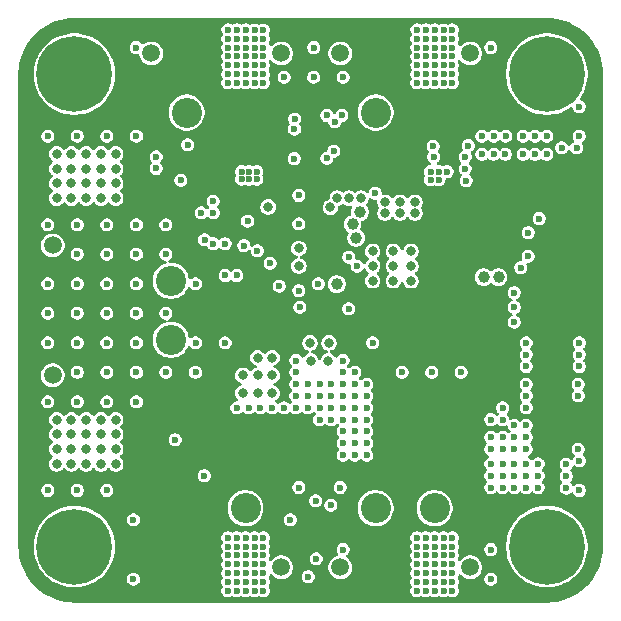
<source format=gbr>
%TF.GenerationSoftware,KiCad,Pcbnew,9.0.2*%
%TF.CreationDate,2025-07-10T02:00:26+01:00*%
%TF.ProjectId,PDB_AURA,5044425f-4155-4524-912e-6b696361645f,rev?*%
%TF.SameCoordinates,Original*%
%TF.FileFunction,Copper,L3,Inr*%
%TF.FilePolarity,Positive*%
%FSLAX46Y46*%
G04 Gerber Fmt 4.6, Leading zero omitted, Abs format (unit mm)*
G04 Created by KiCad (PCBNEW 9.0.2) date 2025-07-10 02:00:26*
%MOMM*%
%LPD*%
G01*
G04 APERTURE LIST*
%TA.AperFunction,ComponentPad*%
%ADD10C,2.550000*%
%TD*%
%TA.AperFunction,ComponentPad*%
%ADD11C,1.500000*%
%TD*%
%TA.AperFunction,ComponentPad*%
%ADD12C,0.800000*%
%TD*%
%TA.AperFunction,ComponentPad*%
%ADD13C,6.400000*%
%TD*%
%TA.AperFunction,ViaPad*%
%ADD14C,0.600000*%
%TD*%
%TA.AperFunction,ViaPad*%
%ADD15C,0.800000*%
%TD*%
%TA.AperFunction,ViaPad*%
%ADD16C,1.000000*%
%TD*%
G04 APERTURE END LIST*
D10*
%TO.N,/300_Connectors/VBAT_CH1*%
%TO.C,J300*%
X64500000Y-58250000D03*
%TO.N,+BATT_FILT*%
X69500000Y-58250000D03*
D11*
%TO.N,GND*%
X61500000Y-53250000D03*
X72500000Y-53250000D03*
%TD*%
D12*
%TO.N,GND*%
%TO.C,H102*%
X92600000Y-55000000D03*
X93302944Y-53302944D03*
X93302944Y-56697056D03*
X95000000Y-52600000D03*
D13*
X95000000Y-55000000D03*
D12*
X95000000Y-57400000D03*
X96697056Y-53302944D03*
X96697056Y-56697056D03*
X97400000Y-55000000D03*
%TD*%
D10*
%TO.N,+BATT*%
%TO.C,J100*%
X63162000Y-77500000D03*
%TO.N,GND*%
X63162000Y-72500000D03*
D11*
X53162000Y-69500000D03*
%TO.N,+BATT*%
X53162000Y-80500000D03*
%TD*%
D10*
%TO.N,GND*%
%TO.C,J303*%
X69500000Y-91750000D03*
%TO.N,+BATT_FILT*%
X64500000Y-91750000D03*
D11*
%TO.N,GND*%
X72500000Y-96750000D03*
%TO.N,+BATT_FILT*%
X61500000Y-96750000D03*
%TD*%
D12*
%TO.N,GND*%
%TO.C,H101*%
X52600000Y-55000000D03*
X53302944Y-53302944D03*
X53302944Y-56697056D03*
X55000000Y-52600000D03*
D13*
X55000000Y-55000000D03*
D12*
X55000000Y-57400000D03*
X56697056Y-53302944D03*
X56697056Y-56697056D03*
X57400000Y-55000000D03*
%TD*%
%TO.N,GND*%
%TO.C,H100*%
X92600000Y-95000000D03*
X93302944Y-93302944D03*
X93302944Y-96697056D03*
X95000000Y-92600000D03*
D13*
X95000000Y-95000000D03*
D12*
X95000000Y-97400000D03*
X96697056Y-93302944D03*
X96697056Y-96697056D03*
X97400000Y-95000000D03*
%TD*%
%TO.N,GND*%
%TO.C,H103*%
X52600000Y-95000000D03*
X53302944Y-93302944D03*
X53302944Y-96697056D03*
X55000000Y-92600000D03*
D13*
X55000000Y-95000000D03*
D12*
X55000000Y-97400000D03*
X56697056Y-93302944D03*
X56697056Y-96697056D03*
X57400000Y-95000000D03*
%TD*%
D10*
%TO.N,GND*%
%TO.C,J304*%
X85500000Y-91750000D03*
%TO.N,+5V*%
X80500000Y-91750000D03*
D11*
%TO.N,GND*%
X88500000Y-96750000D03*
X77500000Y-96750000D03*
%TD*%
D10*
%TO.N,/300_Connectors/VBAT_CH2*%
%TO.C,J301*%
X80500000Y-58250000D03*
%TO.N,+BATT_FILT*%
X85500000Y-58250000D03*
D11*
%TO.N,GND*%
X77500000Y-53250000D03*
X88500000Y-53250000D03*
%TD*%
D14*
%TO.N,GND*%
X90490000Y-61800000D03*
X84000000Y-53500000D03*
X52750000Y-72750000D03*
X68750000Y-55750000D03*
X94990000Y-61800000D03*
X85850000Y-63250000D03*
X74011169Y-73332331D03*
X70450000Y-63900000D03*
D15*
X56000000Y-63000000D03*
D14*
X90250000Y-95250000D03*
X75470000Y-96040000D03*
X68000000Y-52750000D03*
X69500000Y-95000000D03*
X66750000Y-65750000D03*
X57750000Y-67750000D03*
X84000000Y-97250000D03*
X69656140Y-67436186D03*
X87000000Y-95750000D03*
X84750000Y-51250000D03*
X68000000Y-54250000D03*
X65250000Y-72750000D03*
D15*
X81285000Y-65850000D03*
D14*
X92990000Y-61800000D03*
D15*
X76550000Y-77750000D03*
D14*
X86250000Y-52000000D03*
X85500000Y-55750000D03*
X91500000Y-60250000D03*
X70250000Y-51250000D03*
X95000000Y-60250000D03*
X57750000Y-70250000D03*
X60250000Y-70250000D03*
X85500000Y-94250000D03*
X89500000Y-60250000D03*
X77040000Y-59034330D03*
X68000000Y-53500000D03*
X97650000Y-86750000D03*
X76720000Y-91500000D03*
X69500000Y-94250000D03*
X62750000Y-67750000D03*
X66014772Y-69034653D03*
X86550000Y-63250000D03*
X68750000Y-52750000D03*
X84750000Y-95750000D03*
X68000000Y-98750000D03*
X60250000Y-60250000D03*
X52750000Y-60250000D03*
X94000000Y-60250000D03*
X87000000Y-98000000D03*
X75650000Y-72760000D03*
X84000000Y-52000000D03*
X84000000Y-55750000D03*
X85500000Y-97250000D03*
X85500000Y-54250000D03*
D15*
X58500000Y-61750000D03*
D14*
X87000000Y-53500000D03*
X84750000Y-54250000D03*
X91490000Y-61800000D03*
X68000000Y-97250000D03*
X67750000Y-72050000D03*
X75250000Y-55250000D03*
D15*
X56000000Y-61750000D03*
D14*
X90250000Y-52750000D03*
D15*
X79250000Y-65500000D03*
D14*
X68750000Y-51250000D03*
X84750000Y-55000000D03*
X71000000Y-95750000D03*
D15*
X56000000Y-65500000D03*
D14*
X68000000Y-98000000D03*
X70250000Y-94250000D03*
X57750000Y-72750000D03*
X86250000Y-51250000D03*
X84000000Y-95750000D03*
X84750000Y-55750000D03*
X84000000Y-94250000D03*
X86250000Y-97250000D03*
X71000000Y-55000000D03*
X87000000Y-55750000D03*
X76948406Y-61530000D03*
X97750000Y-77750000D03*
D15*
X58500000Y-63000000D03*
D14*
X87000000Y-52000000D03*
X69500000Y-95750000D03*
X68750000Y-98000000D03*
D15*
X57250000Y-63000000D03*
D14*
X86250000Y-54250000D03*
X97510000Y-61240000D03*
X60000000Y-97750000D03*
X70250000Y-97250000D03*
X97750000Y-57750000D03*
D15*
X74000000Y-69750000D03*
D14*
X96650000Y-90050000D03*
D15*
X53500000Y-64250000D03*
D14*
X70250000Y-96500000D03*
X85500000Y-98000000D03*
X73631116Y-59647414D03*
X84000000Y-52750000D03*
X71000000Y-55750000D03*
X60250000Y-67750000D03*
D15*
X78250000Y-65500000D03*
D14*
X91250000Y-83250000D03*
X71000000Y-96500000D03*
X68750000Y-94250000D03*
X71000000Y-52750000D03*
X77750000Y-55250000D03*
D15*
X54750000Y-64250000D03*
D14*
X96650000Y-89050000D03*
X55250000Y-67750000D03*
X85500000Y-95750000D03*
X86250000Y-55750000D03*
X97750000Y-90250000D03*
X73280000Y-92740000D03*
X84750000Y-95000000D03*
X68750000Y-96500000D03*
D15*
X76670000Y-66290000D03*
D14*
X85500000Y-95000000D03*
X70250000Y-53500000D03*
X68750000Y-95750000D03*
X86250000Y-98750000D03*
X73625000Y-62150000D03*
D15*
X53500000Y-65500000D03*
D14*
X97750000Y-60250000D03*
X87000000Y-52750000D03*
X86250000Y-98000000D03*
X68750000Y-52000000D03*
X90250000Y-97750000D03*
X84000000Y-55000000D03*
X87750000Y-80250000D03*
X85150000Y-63950000D03*
X69500000Y-52750000D03*
X74073465Y-74730000D03*
X72750000Y-55250000D03*
X87000000Y-98750000D03*
X55250000Y-70250000D03*
D15*
X58500000Y-64250000D03*
X58500000Y-65500000D03*
D14*
X87000000Y-97250000D03*
X84000000Y-98000000D03*
X71000000Y-54250000D03*
D15*
X54750000Y-61750000D03*
D14*
X70250000Y-98000000D03*
X88070000Y-62010000D03*
D15*
X77250000Y-65500000D03*
D14*
X69800000Y-63250000D03*
D15*
X56000000Y-64250000D03*
D14*
X68000000Y-51250000D03*
X68750000Y-54250000D03*
X74785717Y-97549875D03*
X85250000Y-80250000D03*
X71000000Y-98000000D03*
X60250000Y-72750000D03*
X93430000Y-68420000D03*
X57750000Y-60250000D03*
D15*
X53500000Y-61750000D03*
D14*
X66000000Y-89000000D03*
X71000000Y-98750000D03*
X85850000Y-63950000D03*
X68000000Y-96500000D03*
X77750000Y-95250000D03*
X84750000Y-52750000D03*
X84000000Y-54250000D03*
X68750000Y-97250000D03*
X68750000Y-95000000D03*
D15*
X83825000Y-65850000D03*
D14*
X86250000Y-53500000D03*
X74000000Y-65275000D03*
X69500000Y-52000000D03*
D15*
X54750000Y-65500000D03*
D14*
X69500000Y-53500000D03*
X69500000Y-54250000D03*
X55250000Y-72750000D03*
X88070000Y-63000000D03*
X68000000Y-55750000D03*
X86250000Y-95750000D03*
X71000000Y-97250000D03*
X76375000Y-58500000D03*
X61930000Y-62990000D03*
X69500000Y-55750000D03*
X85500000Y-53500000D03*
X87000000Y-96500000D03*
X91250000Y-84250000D03*
X85150000Y-63250000D03*
D15*
X57250000Y-61750000D03*
D14*
X70250000Y-52750000D03*
X85500000Y-52750000D03*
X84000000Y-98750000D03*
X69150000Y-63900000D03*
X87000000Y-51250000D03*
D15*
X82560000Y-66750000D03*
D14*
X89490000Y-61800000D03*
X68750000Y-98750000D03*
X78925000Y-71250000D03*
X69500000Y-98750000D03*
D15*
X74000000Y-71250000D03*
D14*
X90250000Y-84250000D03*
X85500000Y-51250000D03*
X70250000Y-54250000D03*
X86250000Y-55000000D03*
X97750000Y-79750000D03*
X96650000Y-88050000D03*
X75250000Y-52750000D03*
X69500000Y-55000000D03*
X70250000Y-98750000D03*
X97750000Y-78750000D03*
X85500000Y-98750000D03*
D15*
X57250000Y-65500000D03*
D14*
X72350000Y-72950000D03*
X71000000Y-51250000D03*
X84750000Y-96500000D03*
X69500000Y-51250000D03*
X97650000Y-81250000D03*
X93000000Y-60250000D03*
X68000000Y-55000000D03*
X84750000Y-52000000D03*
X97750000Y-87750000D03*
X68000000Y-95750000D03*
X93420000Y-70420000D03*
X71000000Y-94250000D03*
X75425000Y-91140000D03*
D15*
X83830000Y-66750000D03*
D14*
X55250000Y-60250000D03*
D15*
X53500000Y-63000000D03*
X54750000Y-63000000D03*
D14*
X93990000Y-61800000D03*
X70250000Y-52000000D03*
X96250000Y-61240000D03*
X65750000Y-66750000D03*
X70250000Y-95000000D03*
X69500000Y-96500000D03*
X71000000Y-52000000D03*
X63520000Y-85950000D03*
X68000000Y-95000000D03*
X69350000Y-69518329D03*
X84000000Y-96500000D03*
X90500000Y-60250000D03*
X87000000Y-54250000D03*
X82750000Y-80250000D03*
D15*
X74950000Y-77750000D03*
D14*
X71000000Y-53500000D03*
X71560918Y-71021075D03*
X69150000Y-63250000D03*
X86250000Y-96500000D03*
X86250000Y-95000000D03*
X87000000Y-55000000D03*
X87000000Y-94250000D03*
X87000000Y-95000000D03*
X70250000Y-55750000D03*
X86250000Y-94250000D03*
X85500000Y-55000000D03*
X68000000Y-94250000D03*
X85500000Y-96500000D03*
X70250000Y-95750000D03*
X84750000Y-94250000D03*
X84750000Y-98000000D03*
X85380000Y-61110000D03*
X68000000Y-52000000D03*
X84750000Y-98750000D03*
X61930000Y-62010000D03*
X70450000Y-63250000D03*
X84750000Y-53500000D03*
X84000000Y-95000000D03*
X68750000Y-55000000D03*
X69500000Y-97250000D03*
X84000000Y-51250000D03*
X62750000Y-70250000D03*
X92781866Y-71382494D03*
X52750000Y-67750000D03*
X73999999Y-67689133D03*
X69800000Y-63900000D03*
X86250000Y-52750000D03*
D15*
X71400000Y-66240000D03*
D14*
X84750000Y-97250000D03*
X68750000Y-53500000D03*
D15*
X82555000Y-65850000D03*
D14*
X97650000Y-82250000D03*
X69500000Y-98000000D03*
X71000000Y-95000000D03*
D15*
X81290000Y-66750000D03*
X57250000Y-64250000D03*
D14*
X70250000Y-55000000D03*
X60250000Y-52750000D03*
X80250000Y-77750000D03*
X85500000Y-52000000D03*
X60000000Y-92750000D03*
%TO.N,+5V*%
X93250000Y-79750000D03*
X93250000Y-88000000D03*
X91250000Y-88000000D03*
X92250000Y-84750000D03*
X93250000Y-84750000D03*
X93250000Y-83250000D03*
X94250000Y-89000000D03*
X80475000Y-65100000D03*
X90250000Y-90000000D03*
X93250000Y-82250000D03*
X93250000Y-77750000D03*
X91250000Y-85750000D03*
X92250000Y-90000000D03*
X93250000Y-85750000D03*
X91250000Y-86750000D03*
X94370000Y-67224998D03*
X94250000Y-88000000D03*
X93250000Y-78750000D03*
X94250000Y-90000000D03*
X90250000Y-85750000D03*
X90250000Y-89000000D03*
X91250000Y-89000000D03*
X91250000Y-90000000D03*
X90250000Y-88000000D03*
X93250000Y-89000000D03*
X90250000Y-86750000D03*
X93250000Y-86750000D03*
X93250000Y-81250000D03*
X92250000Y-85750000D03*
X67750000Y-69350000D03*
X92250000Y-89000000D03*
X93250000Y-90000000D03*
X92250000Y-86750000D03*
X68750000Y-72050000D03*
X92250000Y-88000000D03*
D16*
%TO.N,/200_Buck_Regulator/5V_SW*%
X78550000Y-67700000D03*
D15*
X83500000Y-71250000D03*
X80250000Y-71250000D03*
X83500000Y-70000000D03*
D16*
X89650000Y-72185000D03*
D15*
X83500000Y-72500000D03*
X80250000Y-70000000D03*
X82000000Y-71250000D03*
X80250000Y-72500000D03*
X82000000Y-72500000D03*
X82000000Y-70000000D03*
D14*
%TO.N,/200_Buck_Regulator/COMP_FB_C*%
X70492220Y-69967739D03*
X66760000Y-66730000D03*
%TO.N,/200_Buck_Regulator/5V_FB*%
X66750000Y-69350000D03*
%TO.N,+BATT*%
X60250000Y-77750000D03*
X60250000Y-75250000D03*
X52750000Y-90250000D03*
D15*
X57250000Y-84250000D03*
D14*
X65250000Y-80250000D03*
D15*
X58500000Y-85500000D03*
D14*
X55250000Y-77750000D03*
D15*
X57250000Y-88000000D03*
D14*
X57750000Y-75250000D03*
D15*
X57250000Y-85500000D03*
X54750000Y-88000000D03*
D14*
X55250000Y-75250000D03*
D15*
X56000000Y-84250000D03*
D14*
X67750000Y-77750000D03*
D15*
X56000000Y-86750000D03*
X58500000Y-86750000D03*
X53500000Y-88000000D03*
D14*
X55250000Y-82750000D03*
D15*
X58500000Y-84250000D03*
X53500000Y-84250000D03*
D14*
X52750000Y-75250000D03*
D15*
X53500000Y-86750000D03*
X54750000Y-84250000D03*
X56000000Y-85500000D03*
D14*
X57750000Y-90250000D03*
D15*
X54750000Y-86750000D03*
D14*
X57750000Y-82750000D03*
X55250000Y-80250000D03*
X52750000Y-77750000D03*
X65250000Y-77750000D03*
X60250000Y-82750000D03*
X57750000Y-80250000D03*
D15*
X58500000Y-88000000D03*
D14*
X62750000Y-80250000D03*
X60250000Y-80250000D03*
X55250000Y-90250000D03*
X62750000Y-75250000D03*
D15*
X54750000Y-85500000D03*
X57250000Y-86750000D03*
D14*
X57750000Y-77750000D03*
D15*
X53500000Y-85500000D03*
X56000000Y-88000000D03*
D14*
X52750000Y-82750000D03*
%TO.N,MSFT_1*%
X64000000Y-64000000D03*
%TO.N,MSFT_2*%
X88350000Y-61050000D03*
%TO.N,+3V3*%
X92250000Y-73500000D03*
X74000000Y-90000000D03*
X77500000Y-90000000D03*
%TO.N,INA_IN+*%
X69750000Y-83250000D03*
X78750000Y-86250000D03*
X75750000Y-82250000D03*
X77750000Y-87250000D03*
X75750000Y-84250000D03*
X75750000Y-83250000D03*
X73750000Y-79250000D03*
X77750000Y-83250000D03*
X77750000Y-81250000D03*
X76750000Y-84250000D03*
X79750000Y-87250000D03*
X77750000Y-85250000D03*
X74750000Y-82250000D03*
X74750000Y-83250000D03*
X78750000Y-81250000D03*
X78750000Y-80250000D03*
X73750000Y-82250000D03*
D15*
X71750000Y-82000000D03*
X76500000Y-79250000D03*
X71750000Y-80500000D03*
X70500000Y-79000000D03*
X70500000Y-80500000D03*
D14*
X73750000Y-81250000D03*
D15*
X75000000Y-79250000D03*
D14*
X79750000Y-83250000D03*
X74750000Y-81250000D03*
X79750000Y-85250000D03*
X70750000Y-83250000D03*
D15*
X69250000Y-82000000D03*
D14*
X77750000Y-86250000D03*
X72750000Y-83250000D03*
X79750000Y-81250000D03*
X76750000Y-82250000D03*
X77750000Y-80250000D03*
D15*
X70500000Y-82000000D03*
D14*
X79750000Y-86250000D03*
X68750000Y-83250000D03*
X78750000Y-87250000D03*
X77750000Y-79250000D03*
D15*
X69250000Y-80500000D03*
D14*
X73750000Y-80250000D03*
X79750000Y-84250000D03*
X77750000Y-84250000D03*
X78750000Y-85250000D03*
X77750000Y-82250000D03*
X76750000Y-83250000D03*
X73750000Y-83250000D03*
X79750000Y-82250000D03*
X78750000Y-84250000D03*
X78750000Y-83250000D03*
X75750000Y-81250000D03*
X71750000Y-83250000D03*
X76750000Y-81250000D03*
D15*
X71750000Y-79000000D03*
D14*
X78750000Y-82250000D03*
%TO.N,SCL*%
X92250000Y-76000000D03*
%TO.N,SDA*%
X92250000Y-74750000D03*
%TO.N,+5V_VCC*%
X78220000Y-74880000D03*
X78219341Y-70500000D03*
D16*
%TO.N,/200_Buck_Regulator/5V_HO*%
X78860955Y-68859014D03*
X90910000Y-72180000D03*
%TO.N,/200_Buck_Regulator/5V_LO*%
X77200000Y-72775000D03*
X79172775Y-66674253D03*
D14*
%TO.N,/300_Connectors/VGS_CH1*%
X64580000Y-60990000D03*
X73640000Y-58790000D03*
%TO.N,/300_Connectors/MSFT_2_R*%
X77640000Y-58500000D03*
X85410000Y-62010000D03*
%TO.N,/300_Connectors/VGS_CH2*%
X76360000Y-62130000D03*
X88159943Y-64010000D03*
%TO.N,+BATT_FILT*%
X66000000Y-98750000D03*
X81250000Y-52000000D03*
X68250000Y-89750000D03*
X79000000Y-97250000D03*
X79750000Y-53500000D03*
X79000000Y-94250000D03*
X64500000Y-52000000D03*
X82000000Y-94250000D03*
X90500000Y-64750000D03*
X80500000Y-55000000D03*
X63750000Y-98750000D03*
X79750000Y-55750000D03*
X61500000Y-98750000D03*
X82000000Y-97250000D03*
X65250000Y-53500000D03*
X63750000Y-94250000D03*
X72250000Y-94000000D03*
X82000000Y-98750000D03*
X80500000Y-53500000D03*
X59650000Y-56750000D03*
X81250000Y-97250000D03*
X71250000Y-91750000D03*
X81250000Y-95750000D03*
X63750000Y-96500000D03*
X80500000Y-95750000D03*
X81250000Y-53500000D03*
X81250000Y-98750000D03*
X63000000Y-97250000D03*
X65250000Y-97250000D03*
X82000000Y-95750000D03*
X63000000Y-95750000D03*
X82000000Y-55000000D03*
D15*
X88350000Y-66700000D03*
D14*
X89550000Y-63250000D03*
X81250000Y-94250000D03*
D15*
X89650000Y-66700000D03*
D14*
X63000000Y-52000000D03*
D15*
X89000000Y-70750000D03*
X87500000Y-68250000D03*
D14*
X79000000Y-52000000D03*
X61500000Y-92250000D03*
X66000000Y-97250000D03*
X91550000Y-63250000D03*
X80500000Y-97250000D03*
X79000000Y-95000000D03*
X80500000Y-94250000D03*
X93000000Y-64750000D03*
X80500000Y-52750000D03*
X94000000Y-63250000D03*
X63000000Y-53500000D03*
X64500000Y-53500000D03*
X79750000Y-94250000D03*
X62500000Y-92250000D03*
X79750000Y-97250000D03*
X79750000Y-52750000D03*
X65250000Y-96500000D03*
X64500000Y-52750000D03*
X66000000Y-53500000D03*
X82000000Y-52750000D03*
X79000000Y-98750000D03*
X64500000Y-94250000D03*
X63000000Y-55750000D03*
X79000000Y-55000000D03*
X63750000Y-52750000D03*
X91500000Y-64750000D03*
X80500000Y-98750000D03*
X66000000Y-55000000D03*
X65250000Y-95750000D03*
D15*
X89000000Y-68250000D03*
D14*
X79750000Y-95750000D03*
X93000000Y-63250000D03*
X90550000Y-63250000D03*
X79750000Y-96500000D03*
X81250000Y-95000000D03*
X71250000Y-88750000D03*
X79000000Y-95750000D03*
X63750000Y-52000000D03*
X67250000Y-92750000D03*
X66000000Y-94250000D03*
X80500000Y-52000000D03*
X94000000Y-64750000D03*
X64500000Y-95750000D03*
X66000000Y-95750000D03*
X63750000Y-54250000D03*
X63750000Y-53500000D03*
X65250000Y-95000000D03*
D15*
X90500000Y-70750000D03*
D14*
X81250000Y-98000000D03*
X72250000Y-95000000D03*
X82000000Y-53500000D03*
X63750000Y-98000000D03*
X63000000Y-96500000D03*
X63250000Y-90250000D03*
X64500000Y-98750000D03*
X72250000Y-91750000D03*
X66000000Y-55750000D03*
X80500000Y-95000000D03*
X66000000Y-95000000D03*
X95000000Y-63250000D03*
X62500000Y-91250000D03*
X65250000Y-98750000D03*
X70250000Y-89750000D03*
X63000000Y-98750000D03*
X62500000Y-93250000D03*
X82000000Y-51250000D03*
D15*
X90500000Y-68250000D03*
D14*
X80500000Y-55750000D03*
X81250000Y-51250000D03*
X63750000Y-55750000D03*
X79000000Y-54250000D03*
X80500000Y-54250000D03*
X72250000Y-88750000D03*
X81250000Y-55750000D03*
X65250000Y-55000000D03*
X66250000Y-91750000D03*
X79000000Y-51250000D03*
X79750000Y-98750000D03*
X79750000Y-54250000D03*
X65250000Y-52000000D03*
X66250000Y-90750000D03*
X80500000Y-98000000D03*
X63000000Y-52750000D03*
X98340000Y-69220000D03*
X66000000Y-52750000D03*
X63000000Y-98000000D03*
D15*
X75250000Y-65250000D03*
D14*
X79000000Y-52750000D03*
X66000000Y-52000000D03*
X63000000Y-55000000D03*
X63750000Y-95000000D03*
X81250000Y-52750000D03*
X65250000Y-98000000D03*
X63750000Y-97250000D03*
X71250000Y-90750000D03*
X81250000Y-96500000D03*
X72250000Y-89750000D03*
X67250000Y-90750000D03*
D15*
X90900000Y-66700000D03*
D14*
X71250000Y-89750000D03*
X61500000Y-93250000D03*
X90350000Y-56750000D03*
X63750000Y-55000000D03*
X80500000Y-51250000D03*
X79750000Y-98000000D03*
X82000000Y-98000000D03*
X80500000Y-96500000D03*
X63000000Y-95000000D03*
X82000000Y-95000000D03*
X66000000Y-51250000D03*
X72250000Y-93000000D03*
X69250000Y-87750000D03*
X64500000Y-54250000D03*
X68250000Y-88750000D03*
X66250000Y-92750000D03*
X79000000Y-98000000D03*
X63750000Y-51250000D03*
X64500000Y-51250000D03*
X95000000Y-64750000D03*
X82000000Y-55750000D03*
X79750000Y-52000000D03*
X67250000Y-89750000D03*
X63000000Y-54250000D03*
X66000000Y-54250000D03*
X82000000Y-54250000D03*
X81250000Y-54250000D03*
X64500000Y-97250000D03*
X81250000Y-55000000D03*
X69250000Y-89750000D03*
D15*
X87500000Y-69500000D03*
X87500000Y-70750000D03*
D14*
X64500000Y-55000000D03*
X82000000Y-52000000D03*
X69250000Y-85750000D03*
X82000000Y-96500000D03*
X64500000Y-55750000D03*
X69250000Y-88750000D03*
X69250000Y-86750000D03*
X64500000Y-95000000D03*
X65250000Y-51250000D03*
X63750000Y-95750000D03*
X79000000Y-53500000D03*
X67250000Y-91750000D03*
X65250000Y-55750000D03*
X64500000Y-98000000D03*
X89500000Y-64750000D03*
X63000000Y-51250000D03*
X79000000Y-55750000D03*
X65250000Y-52750000D03*
X66000000Y-96500000D03*
X79750000Y-51250000D03*
X64500000Y-96500000D03*
D15*
X90500000Y-69500000D03*
D14*
X79750000Y-55000000D03*
X65250000Y-54250000D03*
D15*
X89000000Y-69500000D03*
D14*
X65250000Y-94250000D03*
X71250000Y-93000000D03*
X70250000Y-88750000D03*
X79000000Y-96500000D03*
D15*
X72714826Y-65275124D03*
D14*
X72250000Y-90750000D03*
X66000000Y-98000000D03*
X79750000Y-95000000D03*
X63000000Y-94250000D03*
%TD*%
%TA.AperFunction,Conductor*%
%TO.N,+BATT_FILT*%
G36*
X95002702Y-50250618D02*
G01*
X95015967Y-50251197D01*
X95408558Y-50268337D01*
X95419293Y-50269277D01*
X95819386Y-50321950D01*
X95830010Y-50323823D01*
X96223993Y-50411167D01*
X96234405Y-50413956D01*
X96619279Y-50535307D01*
X96629414Y-50538996D01*
X97002232Y-50693423D01*
X97012024Y-50697989D01*
X97230117Y-50811521D01*
X97369942Y-50884309D01*
X97379310Y-50889717D01*
X97719638Y-51106530D01*
X97728499Y-51112735D01*
X98048627Y-51358378D01*
X98056914Y-51365332D01*
X98354412Y-51637938D01*
X98362061Y-51645587D01*
X98634667Y-51943085D01*
X98641621Y-51951372D01*
X98887264Y-52271500D01*
X98893469Y-52280361D01*
X99110282Y-52620689D01*
X99115690Y-52630057D01*
X99302007Y-52987969D01*
X99306579Y-52997773D01*
X99460997Y-53370570D01*
X99464696Y-53380733D01*
X99569298Y-53712488D01*
X99586037Y-53765575D01*
X99588837Y-53776025D01*
X99676173Y-54169977D01*
X99678051Y-54180629D01*
X99730720Y-54580683D01*
X99731663Y-54591460D01*
X99747324Y-54950172D01*
X99749382Y-54997297D01*
X99749500Y-55002706D01*
X99749500Y-94997293D01*
X99749382Y-95002702D01*
X99731663Y-95408539D01*
X99730720Y-95419316D01*
X99678051Y-95819370D01*
X99676173Y-95830022D01*
X99588837Y-96223974D01*
X99586037Y-96234424D01*
X99464697Y-96619264D01*
X99460997Y-96629429D01*
X99306579Y-97002226D01*
X99302007Y-97012030D01*
X99115690Y-97369942D01*
X99110282Y-97379310D01*
X98893469Y-97719638D01*
X98887264Y-97728499D01*
X98641621Y-98048627D01*
X98634667Y-98056914D01*
X98362061Y-98354412D01*
X98354412Y-98362061D01*
X98056914Y-98634667D01*
X98048627Y-98641621D01*
X97728499Y-98887264D01*
X97719638Y-98893469D01*
X97379310Y-99110282D01*
X97369942Y-99115690D01*
X97012030Y-99302007D01*
X97002226Y-99306579D01*
X96629429Y-99460997D01*
X96619264Y-99464697D01*
X96234424Y-99586037D01*
X96223974Y-99588837D01*
X95830022Y-99676173D01*
X95819370Y-99678051D01*
X95419316Y-99730720D01*
X95408539Y-99731663D01*
X95002703Y-99749382D01*
X94997294Y-99749500D01*
X55002706Y-99749500D01*
X54997297Y-99749382D01*
X54591460Y-99731663D01*
X54580685Y-99730720D01*
X54380656Y-99704385D01*
X54180629Y-99678051D01*
X54169977Y-99676173D01*
X53915393Y-99619733D01*
X53776022Y-99588836D01*
X53765579Y-99586038D01*
X53380733Y-99464696D01*
X53370570Y-99460997D01*
X52997773Y-99306579D01*
X52987969Y-99302007D01*
X52630057Y-99115690D01*
X52620689Y-99110282D01*
X52280361Y-98893469D01*
X52271500Y-98887264D01*
X51951372Y-98641621D01*
X51943085Y-98634667D01*
X51645587Y-98362061D01*
X51637938Y-98354412D01*
X51365332Y-98056914D01*
X51358378Y-98048627D01*
X51112735Y-97728499D01*
X51106530Y-97719638D01*
X51080344Y-97678535D01*
X50889716Y-97379309D01*
X50884309Y-97369942D01*
X50867364Y-97337390D01*
X50697989Y-97012024D01*
X50693420Y-97002226D01*
X50692239Y-96999375D01*
X50538996Y-96629414D01*
X50535307Y-96619279D01*
X50413956Y-96234405D01*
X50411167Y-96223993D01*
X50323823Y-95830010D01*
X50321950Y-95819386D01*
X50269277Y-95419293D01*
X50268337Y-95408558D01*
X50250618Y-95002701D01*
X50250500Y-94997293D01*
X50250500Y-94830488D01*
X51549500Y-94830488D01*
X51549500Y-95169512D01*
X51553733Y-95212486D01*
X51582729Y-95506901D01*
X51646503Y-95827511D01*
X51648871Y-95839414D01*
X51656138Y-95863371D01*
X51747284Y-96163841D01*
X51877024Y-96477060D01*
X51877026Y-96477065D01*
X52036831Y-96776039D01*
X52036842Y-96776057D01*
X52225184Y-97057930D01*
X52225194Y-97057944D01*
X52440269Y-97320014D01*
X52679985Y-97559730D01*
X52679990Y-97559734D01*
X52679991Y-97559735D01*
X52942061Y-97774810D01*
X53223949Y-97963162D01*
X53223958Y-97963167D01*
X53223960Y-97963168D01*
X53522934Y-98122973D01*
X53522936Y-98122973D01*
X53522942Y-98122977D01*
X53836160Y-98252716D01*
X54160586Y-98351129D01*
X54493096Y-98417270D01*
X54830488Y-98450500D01*
X54830491Y-98450500D01*
X55169509Y-98450500D01*
X55169512Y-98450500D01*
X55506904Y-98417270D01*
X55839414Y-98351129D01*
X56163840Y-98252716D01*
X56477058Y-98122977D01*
X56776051Y-97963162D01*
X57057939Y-97774810D01*
X57176482Y-97677525D01*
X59449500Y-97677525D01*
X59449500Y-97822475D01*
X59477649Y-97927527D01*
X59487017Y-97962488D01*
X59559488Y-98088011D01*
X59559490Y-98088013D01*
X59559491Y-98088015D01*
X59661985Y-98190509D01*
X59661986Y-98190510D01*
X59661988Y-98190511D01*
X59787511Y-98262982D01*
X59787512Y-98262982D01*
X59787515Y-98262984D01*
X59927525Y-98300500D01*
X59927528Y-98300500D01*
X60072472Y-98300500D01*
X60072475Y-98300500D01*
X60212485Y-98262984D01*
X60338015Y-98190509D01*
X60440509Y-98088015D01*
X60512984Y-97962485D01*
X60550500Y-97822475D01*
X60550500Y-97677525D01*
X60512984Y-97537515D01*
X60506993Y-97527139D01*
X60440511Y-97411988D01*
X60440506Y-97411982D01*
X60338017Y-97309493D01*
X60338011Y-97309488D01*
X60212488Y-97237017D01*
X60212489Y-97237017D01*
X60201006Y-97233940D01*
X60072475Y-97199500D01*
X59927525Y-97199500D01*
X59798993Y-97233940D01*
X59787511Y-97237017D01*
X59661988Y-97309488D01*
X59661982Y-97309493D01*
X59559493Y-97411982D01*
X59559488Y-97411988D01*
X59487017Y-97537511D01*
X59487016Y-97537515D01*
X59449500Y-97677525D01*
X57176482Y-97677525D01*
X57226310Y-97636632D01*
X57303182Y-97573545D01*
X57303182Y-97573544D01*
X57320009Y-97559735D01*
X57559735Y-97320009D01*
X57774810Y-97057939D01*
X57963162Y-96776051D01*
X58122977Y-96477058D01*
X58252716Y-96163840D01*
X58351129Y-95839414D01*
X58417270Y-95506904D01*
X58450500Y-95169512D01*
X58450500Y-94830488D01*
X58417270Y-94493096D01*
X58383331Y-94322475D01*
X58357694Y-94193589D01*
X58354498Y-94177525D01*
X67449500Y-94177525D01*
X67449500Y-94322475D01*
X67487016Y-94462485D01*
X67487017Y-94462488D01*
X67545048Y-94563000D01*
X67561521Y-94630900D01*
X67545048Y-94687000D01*
X67487017Y-94787511D01*
X67487016Y-94787515D01*
X67449500Y-94927525D01*
X67449500Y-95072475D01*
X67477649Y-95177527D01*
X67487017Y-95212488D01*
X67545048Y-95313000D01*
X67561521Y-95380900D01*
X67545048Y-95437000D01*
X67487017Y-95537511D01*
X67487016Y-95537515D01*
X67449500Y-95677525D01*
X67449500Y-95822475D01*
X67474764Y-95916760D01*
X67487017Y-95962488D01*
X67545048Y-96063000D01*
X67561521Y-96130900D01*
X67545048Y-96187000D01*
X67487017Y-96287511D01*
X67487016Y-96287515D01*
X67449500Y-96427525D01*
X67449500Y-96572475D01*
X67470664Y-96651459D01*
X67487017Y-96712488D01*
X67545048Y-96813000D01*
X67561521Y-96880900D01*
X67545048Y-96937000D01*
X67487017Y-97037511D01*
X67487016Y-97037515D01*
X67449500Y-97177525D01*
X67449500Y-97322475D01*
X67476002Y-97421380D01*
X67487017Y-97462488D01*
X67545048Y-97563000D01*
X67561521Y-97630900D01*
X67545048Y-97687000D01*
X67487017Y-97787511D01*
X67487016Y-97787515D01*
X67449500Y-97927525D01*
X67449500Y-98072475D01*
X67481128Y-98190511D01*
X67487017Y-98212488D01*
X67545048Y-98313000D01*
X67561521Y-98380900D01*
X67545048Y-98437000D01*
X67487017Y-98537511D01*
X67487016Y-98537515D01*
X67449500Y-98677525D01*
X67449500Y-98822475D01*
X67487016Y-98962485D01*
X67487017Y-98962488D01*
X67559488Y-99088011D01*
X67559490Y-99088013D01*
X67559491Y-99088015D01*
X67661985Y-99190509D01*
X67661986Y-99190510D01*
X67661988Y-99190511D01*
X67787511Y-99262982D01*
X67787512Y-99262982D01*
X67787515Y-99262984D01*
X67927525Y-99300500D01*
X67927528Y-99300500D01*
X68072472Y-99300500D01*
X68072475Y-99300500D01*
X68212485Y-99262984D01*
X68313002Y-99204950D01*
X68380899Y-99188478D01*
X68436997Y-99204949D01*
X68537515Y-99262984D01*
X68677525Y-99300500D01*
X68677528Y-99300500D01*
X68822472Y-99300500D01*
X68822475Y-99300500D01*
X68962485Y-99262984D01*
X69063002Y-99204950D01*
X69130899Y-99188478D01*
X69186997Y-99204949D01*
X69287515Y-99262984D01*
X69427525Y-99300500D01*
X69427528Y-99300500D01*
X69572472Y-99300500D01*
X69572475Y-99300500D01*
X69712485Y-99262984D01*
X69813002Y-99204950D01*
X69880899Y-99188478D01*
X69936997Y-99204949D01*
X70037515Y-99262984D01*
X70177525Y-99300500D01*
X70177528Y-99300500D01*
X70322472Y-99300500D01*
X70322475Y-99300500D01*
X70462485Y-99262984D01*
X70563002Y-99204950D01*
X70630899Y-99188478D01*
X70686997Y-99204949D01*
X70787515Y-99262984D01*
X70927525Y-99300500D01*
X70927528Y-99300500D01*
X71072472Y-99300500D01*
X71072475Y-99300500D01*
X71212485Y-99262984D01*
X71338015Y-99190509D01*
X71440509Y-99088015D01*
X71512984Y-98962485D01*
X71550500Y-98822475D01*
X71550500Y-98677525D01*
X71512984Y-98537515D01*
X71454950Y-98436997D01*
X71438478Y-98369101D01*
X71454951Y-98313000D01*
X71512984Y-98212485D01*
X71550500Y-98072475D01*
X71550500Y-97927525D01*
X71512984Y-97787515D01*
X71454950Y-97686997D01*
X71452897Y-97678535D01*
X71447475Y-97671718D01*
X71444786Y-97645102D01*
X71438478Y-97619101D01*
X71441143Y-97609044D01*
X71440452Y-97602202D01*
X71449288Y-97578310D01*
X71451812Y-97568787D01*
X71453303Y-97565853D01*
X71512984Y-97462485D01*
X71520897Y-97432952D01*
X71526783Y-97421380D01*
X71542198Y-97405033D01*
X71553896Y-97385841D01*
X71565710Y-97380101D01*
X71574720Y-97370548D01*
X71596526Y-97365130D01*
X71616742Y-97355310D01*
X71629783Y-97356868D01*
X71642528Y-97353703D01*
X71663802Y-97360935D01*
X71686118Y-97363603D01*
X71700720Y-97373486D01*
X71708680Y-97376192D01*
X71713298Y-97381999D01*
X71724990Y-97389912D01*
X71862214Y-97527136D01*
X71862218Y-97527139D01*
X72026079Y-97636628D01*
X72026092Y-97636635D01*
X72147686Y-97687000D01*
X72208165Y-97712051D01*
X72208169Y-97712051D01*
X72208170Y-97712052D01*
X72401456Y-97750500D01*
X72401459Y-97750500D01*
X72598543Y-97750500D01*
X72728582Y-97724632D01*
X72791835Y-97712051D01*
X72932655Y-97653721D01*
X72973907Y-97636635D01*
X72973907Y-97636634D01*
X72973914Y-97636632D01*
X73137782Y-97527139D01*
X73187521Y-97477400D01*
X74235217Y-97477400D01*
X74235217Y-97622350D01*
X74263660Y-97728499D01*
X74272734Y-97762363D01*
X74345205Y-97887886D01*
X74345207Y-97887888D01*
X74345208Y-97887890D01*
X74447702Y-97990384D01*
X74447703Y-97990385D01*
X74447705Y-97990386D01*
X74573228Y-98062857D01*
X74573229Y-98062857D01*
X74573232Y-98062859D01*
X74713242Y-98100375D01*
X74713245Y-98100375D01*
X74858189Y-98100375D01*
X74858192Y-98100375D01*
X74998202Y-98062859D01*
X75123732Y-97990384D01*
X75226226Y-97887890D01*
X75298701Y-97762360D01*
X75336217Y-97622350D01*
X75336217Y-97477400D01*
X75298701Y-97337390D01*
X75282593Y-97309491D01*
X75226228Y-97211863D01*
X75226223Y-97211857D01*
X75123734Y-97109368D01*
X75123728Y-97109363D01*
X74998205Y-97036892D01*
X74998206Y-97036892D01*
X74986723Y-97033815D01*
X74858192Y-96999375D01*
X74713242Y-96999375D01*
X74584710Y-97033815D01*
X74573228Y-97036892D01*
X74447705Y-97109363D01*
X74447699Y-97109368D01*
X74345210Y-97211857D01*
X74345205Y-97211863D01*
X74272734Y-97337386D01*
X74272733Y-97337390D01*
X74235217Y-97477400D01*
X73187521Y-97477400D01*
X73277139Y-97387782D01*
X73386632Y-97223914D01*
X73462051Y-97041835D01*
X73488229Y-96910230D01*
X73500500Y-96848543D01*
X76499499Y-96848543D01*
X76537947Y-97041829D01*
X76537950Y-97041839D01*
X76613364Y-97223907D01*
X76613371Y-97223920D01*
X76722860Y-97387781D01*
X76722863Y-97387785D01*
X76862214Y-97527136D01*
X76862218Y-97527139D01*
X77026079Y-97636628D01*
X77026092Y-97636635D01*
X77147686Y-97687000D01*
X77208165Y-97712051D01*
X77208169Y-97712051D01*
X77208170Y-97712052D01*
X77401456Y-97750500D01*
X77401459Y-97750500D01*
X77598543Y-97750500D01*
X77728582Y-97724632D01*
X77791835Y-97712051D01*
X77932655Y-97653721D01*
X77973907Y-97636635D01*
X77973907Y-97636634D01*
X77973914Y-97636632D01*
X78137782Y-97527139D01*
X78277139Y-97387782D01*
X78386632Y-97223914D01*
X78462051Y-97041835D01*
X78488229Y-96910230D01*
X78500500Y-96848543D01*
X78500500Y-96651456D01*
X78462052Y-96458170D01*
X78462051Y-96458169D01*
X78462051Y-96458165D01*
X78449500Y-96427863D01*
X78386635Y-96276092D01*
X78386628Y-96276079D01*
X78277139Y-96112218D01*
X78277136Y-96112214D01*
X78137785Y-95972863D01*
X78137781Y-95972860D01*
X78053822Y-95916760D01*
X78009017Y-95863148D01*
X78000310Y-95793823D01*
X78030465Y-95730795D01*
X78060711Y-95706272D01*
X78088015Y-95690509D01*
X78190509Y-95588015D01*
X78262984Y-95462485D01*
X78300500Y-95322475D01*
X78300500Y-95177525D01*
X78262984Y-95037515D01*
X78190509Y-94911985D01*
X78088015Y-94809491D01*
X78088013Y-94809490D01*
X78088011Y-94809488D01*
X77962488Y-94737017D01*
X77962489Y-94737017D01*
X77951006Y-94733940D01*
X77822475Y-94699500D01*
X77677525Y-94699500D01*
X77548993Y-94733940D01*
X77537511Y-94737017D01*
X77411988Y-94809488D01*
X77411982Y-94809493D01*
X77309493Y-94911982D01*
X77309488Y-94911988D01*
X77237017Y-95037511D01*
X77237016Y-95037515D01*
X77199500Y-95177525D01*
X77199500Y-95322475D01*
X77230188Y-95437001D01*
X77237017Y-95462488D01*
X77313555Y-95595054D01*
X77311762Y-95596088D01*
X77332974Y-95650947D01*
X77318940Y-95719393D01*
X77270129Y-95769386D01*
X77233600Y-95782889D01*
X77208166Y-95787948D01*
X77208160Y-95787950D01*
X77026092Y-95863364D01*
X77026079Y-95863371D01*
X76862218Y-95972860D01*
X76862214Y-95972863D01*
X76722863Y-96112214D01*
X76722860Y-96112218D01*
X76613371Y-96276079D01*
X76613364Y-96276092D01*
X76537950Y-96458160D01*
X76537947Y-96458170D01*
X76499500Y-96651456D01*
X76499500Y-96651459D01*
X76499500Y-96848541D01*
X76499500Y-96848543D01*
X76499499Y-96848543D01*
X73500500Y-96848543D01*
X73500500Y-96651456D01*
X73462052Y-96458170D01*
X73462051Y-96458169D01*
X73462051Y-96458165D01*
X73449500Y-96427863D01*
X73386635Y-96276092D01*
X73386628Y-96276079D01*
X73277139Y-96112218D01*
X73277136Y-96112214D01*
X73137785Y-95972863D01*
X73137781Y-95972860D01*
X73129797Y-95967525D01*
X74919500Y-95967525D01*
X74919500Y-96112475D01*
X74950793Y-96229261D01*
X74957017Y-96252488D01*
X75029488Y-96378011D01*
X75029490Y-96378013D01*
X75029491Y-96378015D01*
X75131985Y-96480509D01*
X75131986Y-96480510D01*
X75131988Y-96480511D01*
X75257511Y-96552982D01*
X75257512Y-96552982D01*
X75257515Y-96552984D01*
X75397525Y-96590500D01*
X75397528Y-96590500D01*
X75542472Y-96590500D01*
X75542475Y-96590500D01*
X75682485Y-96552984D01*
X75808015Y-96480509D01*
X75910509Y-96378015D01*
X75982984Y-96252485D01*
X76020500Y-96112475D01*
X76020500Y-95967525D01*
X75982984Y-95827515D01*
X75980072Y-95822472D01*
X75910511Y-95701988D01*
X75910506Y-95701982D01*
X75808017Y-95599493D01*
X75808011Y-95599488D01*
X75682488Y-95527017D01*
X75682489Y-95527017D01*
X75671006Y-95523940D01*
X75542475Y-95489500D01*
X75397525Y-95489500D01*
X75268993Y-95523940D01*
X75257511Y-95527017D01*
X75131988Y-95599488D01*
X75131982Y-95599493D01*
X75029493Y-95701982D01*
X75029488Y-95701988D01*
X74957017Y-95827511D01*
X74957016Y-95827515D01*
X74919500Y-95967525D01*
X73129797Y-95967525D01*
X72973920Y-95863371D01*
X72973907Y-95863364D01*
X72791839Y-95787950D01*
X72791829Y-95787947D01*
X72598543Y-95749500D01*
X72598541Y-95749500D01*
X72401459Y-95749500D01*
X72401457Y-95749500D01*
X72208170Y-95787947D01*
X72208160Y-95787950D01*
X72026092Y-95863364D01*
X72026079Y-95863371D01*
X71862218Y-95972860D01*
X71862214Y-95972863D01*
X71722863Y-96112214D01*
X71666760Y-96196178D01*
X71665294Y-96197402D01*
X71664670Y-96199207D01*
X71638599Y-96219711D01*
X71613147Y-96240982D01*
X71611252Y-96241219D01*
X71609751Y-96242401D01*
X71576716Y-96245557D01*
X71543822Y-96249689D01*
X71542100Y-96248865D01*
X71540198Y-96249047D01*
X71510703Y-96233843D01*
X71480795Y-96219534D01*
X71479252Y-96217631D01*
X71478093Y-96217034D01*
X71456276Y-96189295D01*
X71454953Y-96187003D01*
X71438478Y-96119107D01*
X71454951Y-96063000D01*
X71512984Y-95962485D01*
X71550500Y-95822475D01*
X71550500Y-95677525D01*
X71512984Y-95537515D01*
X71454950Y-95436997D01*
X71438478Y-95369101D01*
X71454951Y-95313000D01*
X71512984Y-95212485D01*
X71550500Y-95072475D01*
X71550500Y-94927525D01*
X71512984Y-94787515D01*
X71454950Y-94686997D01*
X71438478Y-94619101D01*
X71454951Y-94563000D01*
X71512984Y-94462485D01*
X71550500Y-94322475D01*
X71550500Y-94177525D01*
X83449500Y-94177525D01*
X83449500Y-94322475D01*
X83487016Y-94462485D01*
X83487017Y-94462488D01*
X83545048Y-94563000D01*
X83561521Y-94630900D01*
X83545048Y-94687000D01*
X83487017Y-94787511D01*
X83487016Y-94787515D01*
X83449500Y-94927525D01*
X83449500Y-95072475D01*
X83477649Y-95177527D01*
X83487017Y-95212488D01*
X83545048Y-95313000D01*
X83561521Y-95380900D01*
X83545048Y-95437000D01*
X83487017Y-95537511D01*
X83487016Y-95537515D01*
X83449500Y-95677525D01*
X83449500Y-95822475D01*
X83474764Y-95916760D01*
X83487017Y-95962488D01*
X83545048Y-96063000D01*
X83561521Y-96130900D01*
X83545048Y-96187000D01*
X83487017Y-96287511D01*
X83487016Y-96287515D01*
X83449500Y-96427525D01*
X83449500Y-96572475D01*
X83470664Y-96651459D01*
X83487017Y-96712488D01*
X83545048Y-96813000D01*
X83561521Y-96880900D01*
X83545048Y-96937000D01*
X83487017Y-97037511D01*
X83487016Y-97037515D01*
X83449500Y-97177525D01*
X83449500Y-97322475D01*
X83476002Y-97421380D01*
X83487017Y-97462488D01*
X83545048Y-97563000D01*
X83561521Y-97630900D01*
X83545048Y-97687000D01*
X83487017Y-97787511D01*
X83487016Y-97787515D01*
X83449500Y-97927525D01*
X83449500Y-98072475D01*
X83481128Y-98190511D01*
X83487017Y-98212488D01*
X83545048Y-98313000D01*
X83561521Y-98380900D01*
X83545048Y-98437000D01*
X83487017Y-98537511D01*
X83487016Y-98537515D01*
X83449500Y-98677525D01*
X83449500Y-98822475D01*
X83487016Y-98962485D01*
X83487017Y-98962488D01*
X83559488Y-99088011D01*
X83559490Y-99088013D01*
X83559491Y-99088015D01*
X83661985Y-99190509D01*
X83661986Y-99190510D01*
X83661988Y-99190511D01*
X83787511Y-99262982D01*
X83787512Y-99262982D01*
X83787515Y-99262984D01*
X83927525Y-99300500D01*
X83927528Y-99300500D01*
X84072472Y-99300500D01*
X84072475Y-99300500D01*
X84212485Y-99262984D01*
X84313002Y-99204950D01*
X84380899Y-99188478D01*
X84436997Y-99204949D01*
X84537515Y-99262984D01*
X84677525Y-99300500D01*
X84677528Y-99300500D01*
X84822472Y-99300500D01*
X84822475Y-99300500D01*
X84962485Y-99262984D01*
X85063002Y-99204950D01*
X85130899Y-99188478D01*
X85186997Y-99204949D01*
X85287515Y-99262984D01*
X85427525Y-99300500D01*
X85427528Y-99300500D01*
X85572472Y-99300500D01*
X85572475Y-99300500D01*
X85712485Y-99262984D01*
X85813002Y-99204950D01*
X85880899Y-99188478D01*
X85936997Y-99204949D01*
X86037515Y-99262984D01*
X86177525Y-99300500D01*
X86177528Y-99300500D01*
X86322472Y-99300500D01*
X86322475Y-99300500D01*
X86462485Y-99262984D01*
X86563002Y-99204950D01*
X86630899Y-99188478D01*
X86686997Y-99204949D01*
X86787515Y-99262984D01*
X86927525Y-99300500D01*
X86927528Y-99300500D01*
X87072472Y-99300500D01*
X87072475Y-99300500D01*
X87212485Y-99262984D01*
X87338015Y-99190509D01*
X87440509Y-99088015D01*
X87512984Y-98962485D01*
X87550500Y-98822475D01*
X87550500Y-98677525D01*
X87512984Y-98537515D01*
X87454950Y-98436997D01*
X87438478Y-98369101D01*
X87454951Y-98313000D01*
X87512984Y-98212485D01*
X87550500Y-98072475D01*
X87550500Y-97927525D01*
X87512984Y-97787515D01*
X87454950Y-97686997D01*
X87452897Y-97678535D01*
X87447475Y-97671718D01*
X87444786Y-97645102D01*
X87438478Y-97619101D01*
X87441143Y-97609044D01*
X87440452Y-97602202D01*
X87449288Y-97578310D01*
X87451812Y-97568787D01*
X87453303Y-97565853D01*
X87512984Y-97462485D01*
X87520897Y-97432952D01*
X87526783Y-97421380D01*
X87542198Y-97405033D01*
X87553896Y-97385841D01*
X87565710Y-97380101D01*
X87574720Y-97370548D01*
X87596526Y-97365130D01*
X87616742Y-97355310D01*
X87629783Y-97356868D01*
X87642528Y-97353703D01*
X87663802Y-97360935D01*
X87686118Y-97363603D01*
X87700720Y-97373486D01*
X87708680Y-97376192D01*
X87713298Y-97381999D01*
X87724990Y-97389912D01*
X87862214Y-97527136D01*
X87862218Y-97527139D01*
X88026079Y-97636628D01*
X88026092Y-97636635D01*
X88147686Y-97687000D01*
X88208165Y-97712051D01*
X88208169Y-97712051D01*
X88208170Y-97712052D01*
X88401456Y-97750500D01*
X88401459Y-97750500D01*
X88598543Y-97750500D01*
X88728582Y-97724632D01*
X88791835Y-97712051D01*
X88875187Y-97677525D01*
X89699500Y-97677525D01*
X89699500Y-97822475D01*
X89727649Y-97927527D01*
X89737017Y-97962488D01*
X89809488Y-98088011D01*
X89809490Y-98088013D01*
X89809491Y-98088015D01*
X89911985Y-98190509D01*
X89911986Y-98190510D01*
X89911988Y-98190511D01*
X90037511Y-98262982D01*
X90037512Y-98262982D01*
X90037515Y-98262984D01*
X90177525Y-98300500D01*
X90177528Y-98300500D01*
X90322472Y-98300500D01*
X90322475Y-98300500D01*
X90462485Y-98262984D01*
X90588015Y-98190509D01*
X90690509Y-98088015D01*
X90762984Y-97962485D01*
X90800500Y-97822475D01*
X90800500Y-97677525D01*
X90762984Y-97537515D01*
X90756993Y-97527139D01*
X90690511Y-97411988D01*
X90690506Y-97411982D01*
X90588017Y-97309493D01*
X90588011Y-97309488D01*
X90462488Y-97237017D01*
X90462489Y-97237017D01*
X90451006Y-97233940D01*
X90322475Y-97199500D01*
X90177525Y-97199500D01*
X90048993Y-97233940D01*
X90037511Y-97237017D01*
X89911988Y-97309488D01*
X89911982Y-97309493D01*
X89809493Y-97411982D01*
X89809488Y-97411988D01*
X89737017Y-97537511D01*
X89737016Y-97537515D01*
X89699500Y-97677525D01*
X88875187Y-97677525D01*
X88932655Y-97653721D01*
X88973907Y-97636635D01*
X88973907Y-97636634D01*
X88973914Y-97636632D01*
X89000151Y-97619101D01*
X89079180Y-97566296D01*
X89122259Y-97537511D01*
X89137782Y-97527139D01*
X89277139Y-97387782D01*
X89386632Y-97223914D01*
X89462051Y-97041835D01*
X89488229Y-96910230D01*
X89500500Y-96848543D01*
X89500500Y-96651456D01*
X89462052Y-96458170D01*
X89462051Y-96458169D01*
X89462051Y-96458165D01*
X89449500Y-96427863D01*
X89386635Y-96276092D01*
X89386628Y-96276079D01*
X89277139Y-96112218D01*
X89277136Y-96112214D01*
X89137785Y-95972863D01*
X89137781Y-95972860D01*
X88973920Y-95863371D01*
X88973907Y-95863364D01*
X88791839Y-95787950D01*
X88791829Y-95787947D01*
X88598543Y-95749500D01*
X88598541Y-95749500D01*
X88401459Y-95749500D01*
X88401457Y-95749500D01*
X88208170Y-95787947D01*
X88208160Y-95787950D01*
X88026092Y-95863364D01*
X88026079Y-95863371D01*
X87862218Y-95972860D01*
X87862214Y-95972863D01*
X87722863Y-96112214D01*
X87666760Y-96196178D01*
X87665294Y-96197402D01*
X87664670Y-96199207D01*
X87638599Y-96219711D01*
X87613147Y-96240982D01*
X87611252Y-96241219D01*
X87609751Y-96242401D01*
X87576716Y-96245557D01*
X87543822Y-96249689D01*
X87542100Y-96248865D01*
X87540198Y-96249047D01*
X87510703Y-96233843D01*
X87480795Y-96219534D01*
X87479252Y-96217631D01*
X87478093Y-96217034D01*
X87456276Y-96189295D01*
X87454953Y-96187003D01*
X87438478Y-96119107D01*
X87454951Y-96063000D01*
X87512984Y-95962485D01*
X87550500Y-95822475D01*
X87550500Y-95677525D01*
X87512984Y-95537515D01*
X87454950Y-95436997D01*
X87453720Y-95431927D01*
X87450248Y-95428028D01*
X87445567Y-95398322D01*
X87438478Y-95369101D01*
X87439966Y-95362778D01*
X87439373Y-95359010D01*
X87444236Y-95344645D01*
X87448859Y-95325014D01*
X87451574Y-95318848D01*
X87512984Y-95212485D01*
X87522352Y-95177525D01*
X89699500Y-95177525D01*
X89699500Y-95322475D01*
X89730188Y-95437001D01*
X89737017Y-95462488D01*
X89809488Y-95588011D01*
X89809490Y-95588013D01*
X89809491Y-95588015D01*
X89911985Y-95690509D01*
X89911986Y-95690510D01*
X89911988Y-95690511D01*
X90037511Y-95762982D01*
X90037512Y-95762982D01*
X90037515Y-95762984D01*
X90177525Y-95800500D01*
X90177528Y-95800500D01*
X90322472Y-95800500D01*
X90322475Y-95800500D01*
X90462485Y-95762984D01*
X90588015Y-95690509D01*
X90690509Y-95588015D01*
X90762984Y-95462485D01*
X90800500Y-95322475D01*
X90800500Y-95177525D01*
X90762984Y-95037515D01*
X90690509Y-94911985D01*
X90609012Y-94830488D01*
X91549500Y-94830488D01*
X91549500Y-95169512D01*
X91553733Y-95212486D01*
X91582729Y-95506901D01*
X91646503Y-95827511D01*
X91648871Y-95839414D01*
X91656138Y-95863371D01*
X91747284Y-96163841D01*
X91877024Y-96477060D01*
X91877026Y-96477065D01*
X92036831Y-96776039D01*
X92036842Y-96776057D01*
X92225184Y-97057930D01*
X92225194Y-97057944D01*
X92440269Y-97320014D01*
X92679985Y-97559730D01*
X92679990Y-97559734D01*
X92679991Y-97559735D01*
X92942061Y-97774810D01*
X93223949Y-97963162D01*
X93223958Y-97963167D01*
X93223960Y-97963168D01*
X93522934Y-98122973D01*
X93522936Y-98122973D01*
X93522942Y-98122977D01*
X93836160Y-98252716D01*
X94160586Y-98351129D01*
X94493096Y-98417270D01*
X94830488Y-98450500D01*
X94830491Y-98450500D01*
X95169509Y-98450500D01*
X95169512Y-98450500D01*
X95506904Y-98417270D01*
X95839414Y-98351129D01*
X96163840Y-98252716D01*
X96477058Y-98122977D01*
X96776051Y-97963162D01*
X97057939Y-97774810D01*
X97320009Y-97559735D01*
X97559735Y-97320009D01*
X97774810Y-97057939D01*
X97963162Y-96776051D01*
X98122977Y-96477058D01*
X98252716Y-96163840D01*
X98351129Y-95839414D01*
X98417270Y-95506904D01*
X98450500Y-95169512D01*
X98450500Y-94830488D01*
X98417270Y-94493096D01*
X98351129Y-94160586D01*
X98252716Y-93836160D01*
X98122977Y-93522942D01*
X97978680Y-93252982D01*
X97963168Y-93223960D01*
X97963167Y-93223958D01*
X97963162Y-93223949D01*
X97774810Y-92942061D01*
X97559735Y-92679991D01*
X97559734Y-92679990D01*
X97559730Y-92679985D01*
X97320014Y-92440269D01*
X97057944Y-92225194D01*
X97057943Y-92225193D01*
X97057939Y-92225190D01*
X96776051Y-92036838D01*
X96776046Y-92036835D01*
X96776039Y-92036831D01*
X96477065Y-91877026D01*
X96477060Y-91877024D01*
X96163841Y-91747284D01*
X95973382Y-91689509D01*
X95839414Y-91648871D01*
X95839411Y-91648870D01*
X95839410Y-91648870D01*
X95506901Y-91582729D01*
X95269199Y-91559318D01*
X95169512Y-91549500D01*
X94830488Y-91549500D01*
X94739738Y-91558437D01*
X94493098Y-91582729D01*
X94160589Y-91648870D01*
X93836158Y-91747284D01*
X93522939Y-91877024D01*
X93522934Y-91877026D01*
X93223960Y-92036831D01*
X93223942Y-92036842D01*
X92942069Y-92225184D01*
X92942055Y-92225194D01*
X92679985Y-92440269D01*
X92440269Y-92679985D01*
X92225194Y-92942055D01*
X92225184Y-92942069D01*
X92036842Y-93223942D01*
X92036831Y-93223960D01*
X91877026Y-93522934D01*
X91877024Y-93522939D01*
X91747284Y-93836158D01*
X91648870Y-94160589D01*
X91582729Y-94493098D01*
X91566096Y-94661985D01*
X91549500Y-94830488D01*
X90609012Y-94830488D01*
X90588015Y-94809491D01*
X90588013Y-94809490D01*
X90588011Y-94809488D01*
X90462488Y-94737017D01*
X90462489Y-94737017D01*
X90451006Y-94733940D01*
X90322475Y-94699500D01*
X90177525Y-94699500D01*
X90048993Y-94733940D01*
X90037511Y-94737017D01*
X89911988Y-94809488D01*
X89911982Y-94809493D01*
X89809493Y-94911982D01*
X89809488Y-94911988D01*
X89737017Y-95037511D01*
X89737016Y-95037515D01*
X89699500Y-95177525D01*
X87522352Y-95177525D01*
X87550500Y-95072475D01*
X87550500Y-94927525D01*
X87512984Y-94787515D01*
X87454950Y-94686997D01*
X87438478Y-94619101D01*
X87454951Y-94563000D01*
X87512984Y-94462485D01*
X87550500Y-94322475D01*
X87550500Y-94177525D01*
X87512984Y-94037515D01*
X87440509Y-93911985D01*
X87338015Y-93809491D01*
X87338013Y-93809490D01*
X87338011Y-93809488D01*
X87212488Y-93737017D01*
X87212489Y-93737017D01*
X87201006Y-93733940D01*
X87072475Y-93699500D01*
X86927525Y-93699500D01*
X86798993Y-93733940D01*
X86787511Y-93737017D01*
X86687000Y-93795048D01*
X86619100Y-93811521D01*
X86563000Y-93795048D01*
X86462488Y-93737017D01*
X86462489Y-93737017D01*
X86451006Y-93733940D01*
X86322475Y-93699500D01*
X86177525Y-93699500D01*
X86048993Y-93733940D01*
X86037511Y-93737017D01*
X85937000Y-93795048D01*
X85869100Y-93811521D01*
X85813000Y-93795048D01*
X85712488Y-93737017D01*
X85712489Y-93737017D01*
X85701006Y-93733940D01*
X85572475Y-93699500D01*
X85427525Y-93699500D01*
X85298993Y-93733940D01*
X85287511Y-93737017D01*
X85187000Y-93795048D01*
X85119100Y-93811521D01*
X85063000Y-93795048D01*
X84962488Y-93737017D01*
X84962489Y-93737017D01*
X84951006Y-93733940D01*
X84822475Y-93699500D01*
X84677525Y-93699500D01*
X84548993Y-93733940D01*
X84537511Y-93737017D01*
X84437000Y-93795048D01*
X84369100Y-93811521D01*
X84313000Y-93795048D01*
X84212488Y-93737017D01*
X84212489Y-93737017D01*
X84201006Y-93733940D01*
X84072475Y-93699500D01*
X83927525Y-93699500D01*
X83798993Y-93733940D01*
X83787511Y-93737017D01*
X83661988Y-93809488D01*
X83661982Y-93809493D01*
X83559493Y-93911982D01*
X83559488Y-93911988D01*
X83487017Y-94037511D01*
X83487016Y-94037515D01*
X83449500Y-94177525D01*
X71550500Y-94177525D01*
X71512984Y-94037515D01*
X71440509Y-93911985D01*
X71338015Y-93809491D01*
X71338013Y-93809490D01*
X71338011Y-93809488D01*
X71212488Y-93737017D01*
X71212489Y-93737017D01*
X71201006Y-93733940D01*
X71072475Y-93699500D01*
X70927525Y-93699500D01*
X70798993Y-93733940D01*
X70787511Y-93737017D01*
X70687000Y-93795048D01*
X70619100Y-93811521D01*
X70563000Y-93795048D01*
X70462488Y-93737017D01*
X70462489Y-93737017D01*
X70451006Y-93733940D01*
X70322475Y-93699500D01*
X70177525Y-93699500D01*
X70048993Y-93733940D01*
X70037511Y-93737017D01*
X69937000Y-93795048D01*
X69869100Y-93811521D01*
X69813000Y-93795048D01*
X69712488Y-93737017D01*
X69712489Y-93737017D01*
X69701006Y-93733940D01*
X69572475Y-93699500D01*
X69427525Y-93699500D01*
X69298993Y-93733940D01*
X69287511Y-93737017D01*
X69187000Y-93795048D01*
X69119100Y-93811521D01*
X69063000Y-93795048D01*
X68962488Y-93737017D01*
X68962489Y-93737017D01*
X68951006Y-93733940D01*
X68822475Y-93699500D01*
X68677525Y-93699500D01*
X68548993Y-93733940D01*
X68537511Y-93737017D01*
X68437000Y-93795048D01*
X68369100Y-93811521D01*
X68313000Y-93795048D01*
X68212488Y-93737017D01*
X68212489Y-93737017D01*
X68201006Y-93733940D01*
X68072475Y-93699500D01*
X67927525Y-93699500D01*
X67798993Y-93733940D01*
X67787511Y-93737017D01*
X67661988Y-93809488D01*
X67661982Y-93809493D01*
X67559493Y-93911982D01*
X67559488Y-93911988D01*
X67487017Y-94037511D01*
X67487016Y-94037515D01*
X67449500Y-94177525D01*
X58354498Y-94177525D01*
X58351129Y-94160586D01*
X58252716Y-93836160D01*
X58122977Y-93522942D01*
X57978680Y-93252982D01*
X57963168Y-93223960D01*
X57963167Y-93223958D01*
X57963162Y-93223949D01*
X57774810Y-92942061D01*
X57559735Y-92679991D01*
X57559734Y-92679990D01*
X57559730Y-92679985D01*
X57557270Y-92677525D01*
X59449500Y-92677525D01*
X59449500Y-92822475D01*
X59487016Y-92962485D01*
X59487017Y-92962488D01*
X59559488Y-93088011D01*
X59559490Y-93088013D01*
X59559491Y-93088015D01*
X59661985Y-93190509D01*
X59661986Y-93190510D01*
X59661988Y-93190511D01*
X59787511Y-93262982D01*
X59787512Y-93262982D01*
X59787515Y-93262984D01*
X59927525Y-93300500D01*
X59927528Y-93300500D01*
X60072472Y-93300500D01*
X60072475Y-93300500D01*
X60212485Y-93262984D01*
X60338015Y-93190509D01*
X60440509Y-93088015D01*
X60512984Y-92962485D01*
X60550500Y-92822475D01*
X60550500Y-92677525D01*
X60512984Y-92537515D01*
X60507210Y-92527515D01*
X60440511Y-92411988D01*
X60440506Y-92411982D01*
X60338017Y-92309493D01*
X60338011Y-92309488D01*
X60212488Y-92237017D01*
X60212489Y-92237017D01*
X60201006Y-92233940D01*
X60072475Y-92199500D01*
X59927525Y-92199500D01*
X59798993Y-92233940D01*
X59787511Y-92237017D01*
X59661988Y-92309488D01*
X59661982Y-92309493D01*
X59559493Y-92411982D01*
X59559488Y-92411988D01*
X59487017Y-92537511D01*
X59487016Y-92537515D01*
X59449500Y-92677525D01*
X57557270Y-92677525D01*
X57320014Y-92440269D01*
X57057944Y-92225194D01*
X57057943Y-92225193D01*
X57057939Y-92225190D01*
X56776051Y-92036838D01*
X56776046Y-92036835D01*
X56776039Y-92036831D01*
X56477065Y-91877026D01*
X56477060Y-91877024D01*
X56163844Y-91747285D01*
X56160755Y-91746348D01*
X55839414Y-91648871D01*
X55839411Y-91648870D01*
X55839410Y-91648870D01*
X55744249Y-91629941D01*
X67974500Y-91629941D01*
X67974500Y-91870059D01*
X67985658Y-91940506D01*
X68012063Y-92107222D01*
X68086265Y-92335593D01*
X68125191Y-92411988D01*
X68195276Y-92549536D01*
X68336414Y-92743796D01*
X68506204Y-92913586D01*
X68700464Y-93054724D01*
X68746175Y-93078015D01*
X68914406Y-93163734D01*
X68914408Y-93163734D01*
X68914411Y-93163736D01*
X69142778Y-93237937D01*
X69379941Y-93275500D01*
X69379942Y-93275500D01*
X69620058Y-93275500D01*
X69620059Y-93275500D01*
X69857222Y-93237937D01*
X70085589Y-93163736D01*
X70299536Y-93054724D01*
X70493796Y-92913586D01*
X70663586Y-92743796D01*
X70719000Y-92667525D01*
X72729500Y-92667525D01*
X72729500Y-92812475D01*
X72732179Y-92822472D01*
X72767017Y-92952488D01*
X72839488Y-93078011D01*
X72839490Y-93078013D01*
X72839491Y-93078015D01*
X72941985Y-93180509D01*
X72941986Y-93180510D01*
X72941988Y-93180511D01*
X73067511Y-93252982D01*
X73067512Y-93252982D01*
X73067515Y-93252984D01*
X73207525Y-93290500D01*
X73207528Y-93290500D01*
X73352472Y-93290500D01*
X73352475Y-93290500D01*
X73492485Y-93252984D01*
X73618015Y-93180509D01*
X73720509Y-93078015D01*
X73792984Y-92952485D01*
X73830500Y-92812475D01*
X73830500Y-92667525D01*
X73792984Y-92527515D01*
X73742612Y-92440269D01*
X73720511Y-92401988D01*
X73720506Y-92401982D01*
X73618017Y-92299493D01*
X73618011Y-92299488D01*
X73492488Y-92227017D01*
X73492489Y-92227017D01*
X73481006Y-92223940D01*
X73352475Y-92189500D01*
X73207525Y-92189500D01*
X73078993Y-92223940D01*
X73067511Y-92227017D01*
X72941988Y-92299488D01*
X72941982Y-92299493D01*
X72839493Y-92401982D01*
X72839488Y-92401988D01*
X72767017Y-92527511D01*
X72767016Y-92527515D01*
X72729500Y-92667525D01*
X70719000Y-92667525D01*
X70804724Y-92549536D01*
X70913736Y-92335589D01*
X70987937Y-92107222D01*
X71025500Y-91870059D01*
X71025500Y-91629941D01*
X70987937Y-91392778D01*
X70913736Y-91164411D01*
X70913734Y-91164408D01*
X70913734Y-91164406D01*
X70888913Y-91115693D01*
X70864370Y-91067525D01*
X74874500Y-91067525D01*
X74874500Y-91212475D01*
X74912016Y-91352485D01*
X74912017Y-91352488D01*
X74984488Y-91478011D01*
X74984490Y-91478013D01*
X74984491Y-91478015D01*
X75086985Y-91580509D01*
X75086986Y-91580510D01*
X75086988Y-91580511D01*
X75212511Y-91652982D01*
X75212512Y-91652982D01*
X75212515Y-91652984D01*
X75352525Y-91690500D01*
X75352528Y-91690500D01*
X75497472Y-91690500D01*
X75497475Y-91690500D01*
X75637485Y-91652984D01*
X75763015Y-91580509D01*
X75865509Y-91478015D01*
X75894660Y-91427525D01*
X76169500Y-91427525D01*
X76169500Y-91572475D01*
X76191072Y-91652982D01*
X76207017Y-91712488D01*
X76279488Y-91838011D01*
X76279490Y-91838013D01*
X76279491Y-91838015D01*
X76381985Y-91940509D01*
X76381986Y-91940510D01*
X76381988Y-91940511D01*
X76507511Y-92012982D01*
X76507512Y-92012982D01*
X76507515Y-92012984D01*
X76647525Y-92050500D01*
X76647528Y-92050500D01*
X76792472Y-92050500D01*
X76792475Y-92050500D01*
X76932485Y-92012984D01*
X77058015Y-91940509D01*
X77160509Y-91838015D01*
X77232984Y-91712485D01*
X77255102Y-91629941D01*
X78974500Y-91629941D01*
X78974500Y-91870059D01*
X78985658Y-91940506D01*
X79012063Y-92107222D01*
X79086265Y-92335593D01*
X79125191Y-92411988D01*
X79195276Y-92549536D01*
X79336414Y-92743796D01*
X79506204Y-92913586D01*
X79700464Y-93054724D01*
X79746175Y-93078015D01*
X79914406Y-93163734D01*
X79914408Y-93163734D01*
X79914411Y-93163736D01*
X80142778Y-93237937D01*
X80379941Y-93275500D01*
X80379942Y-93275500D01*
X80620058Y-93275500D01*
X80620059Y-93275500D01*
X80857222Y-93237937D01*
X81085589Y-93163736D01*
X81299536Y-93054724D01*
X81493796Y-92913586D01*
X81663586Y-92743796D01*
X81804724Y-92549536D01*
X81913736Y-92335589D01*
X81987937Y-92107222D01*
X82025500Y-91870059D01*
X82025500Y-91629941D01*
X83974500Y-91629941D01*
X83974500Y-91870059D01*
X83985658Y-91940506D01*
X84012063Y-92107222D01*
X84086265Y-92335593D01*
X84125191Y-92411988D01*
X84195276Y-92549536D01*
X84336414Y-92743796D01*
X84506204Y-92913586D01*
X84700464Y-93054724D01*
X84746175Y-93078015D01*
X84914406Y-93163734D01*
X84914408Y-93163734D01*
X84914411Y-93163736D01*
X85142778Y-93237937D01*
X85379941Y-93275500D01*
X85379942Y-93275500D01*
X85620058Y-93275500D01*
X85620059Y-93275500D01*
X85857222Y-93237937D01*
X86085589Y-93163736D01*
X86299536Y-93054724D01*
X86493796Y-92913586D01*
X86663586Y-92743796D01*
X86804724Y-92549536D01*
X86913736Y-92335589D01*
X86987937Y-92107222D01*
X87025500Y-91870059D01*
X87025500Y-91629941D01*
X86987937Y-91392778D01*
X86913736Y-91164411D01*
X86913734Y-91164408D01*
X86913734Y-91164406D01*
X86856226Y-91051543D01*
X86804724Y-90950464D01*
X86663586Y-90756204D01*
X86493796Y-90586414D01*
X86299536Y-90445276D01*
X86282624Y-90436659D01*
X86085593Y-90336265D01*
X85857222Y-90262063D01*
X85620059Y-90224500D01*
X85379941Y-90224500D01*
X85261359Y-90243281D01*
X85142777Y-90262063D01*
X84914406Y-90336265D01*
X84700463Y-90445276D01*
X84506201Y-90586416D01*
X84336416Y-90756201D01*
X84195276Y-90950463D01*
X84086265Y-91164406D01*
X84012063Y-91392777D01*
X83980355Y-91592972D01*
X83974500Y-91629941D01*
X82025500Y-91629941D01*
X81987937Y-91392778D01*
X81913736Y-91164411D01*
X81913734Y-91164408D01*
X81913734Y-91164406D01*
X81856226Y-91051543D01*
X81804724Y-90950464D01*
X81663586Y-90756204D01*
X81493796Y-90586414D01*
X81299536Y-90445276D01*
X81282624Y-90436659D01*
X81085593Y-90336265D01*
X80857222Y-90262063D01*
X80620059Y-90224500D01*
X80379941Y-90224500D01*
X80261359Y-90243281D01*
X80142777Y-90262063D01*
X79914406Y-90336265D01*
X79700463Y-90445276D01*
X79506201Y-90586416D01*
X79336416Y-90756201D01*
X79195276Y-90950463D01*
X79086265Y-91164406D01*
X79012063Y-91392777D01*
X78980355Y-91592972D01*
X78974500Y-91629941D01*
X77255102Y-91629941D01*
X77270500Y-91572475D01*
X77270500Y-91427525D01*
X77232984Y-91287515D01*
X77160509Y-91161985D01*
X77058015Y-91059491D01*
X77058013Y-91059490D01*
X77058011Y-91059488D01*
X76932488Y-90987017D01*
X76932489Y-90987017D01*
X76921006Y-90983940D01*
X76792475Y-90949500D01*
X76647525Y-90949500D01*
X76518993Y-90983940D01*
X76507511Y-90987017D01*
X76381988Y-91059488D01*
X76381982Y-91059493D01*
X76279493Y-91161982D01*
X76279491Y-91161985D01*
X76213770Y-91275815D01*
X76213769Y-91275818D01*
X76207016Y-91287515D01*
X76169500Y-91427525D01*
X75894660Y-91427525D01*
X75937984Y-91352485D01*
X75975500Y-91212475D01*
X75975500Y-91067525D01*
X75937984Y-90927515D01*
X75865509Y-90801985D01*
X75763015Y-90699491D01*
X75763013Y-90699490D01*
X75763011Y-90699488D01*
X75637488Y-90627017D01*
X75637489Y-90627017D01*
X75626006Y-90623940D01*
X75497475Y-90589500D01*
X75352525Y-90589500D01*
X75223993Y-90623940D01*
X75212511Y-90627017D01*
X75086988Y-90699488D01*
X75086982Y-90699493D01*
X74984493Y-90801982D01*
X74984488Y-90801988D01*
X74912017Y-90927511D01*
X74912016Y-90927515D01*
X74874500Y-91067525D01*
X70864370Y-91067525D01*
X70860275Y-91059488D01*
X70804724Y-90950464D01*
X70663586Y-90756204D01*
X70493796Y-90586414D01*
X70299536Y-90445276D01*
X70282624Y-90436659D01*
X70085593Y-90336265D01*
X69857222Y-90262063D01*
X69620059Y-90224500D01*
X69379941Y-90224500D01*
X69261359Y-90243281D01*
X69142777Y-90262063D01*
X68914406Y-90336265D01*
X68700463Y-90445276D01*
X68506201Y-90586416D01*
X68336416Y-90756201D01*
X68195276Y-90950463D01*
X68086265Y-91164406D01*
X68012063Y-91392777D01*
X67980355Y-91592972D01*
X67974500Y-91629941D01*
X55744249Y-91629941D01*
X55506901Y-91582729D01*
X55269199Y-91559318D01*
X55169512Y-91549500D01*
X54830488Y-91549500D01*
X54739738Y-91558437D01*
X54493098Y-91582729D01*
X54160589Y-91648870D01*
X53836158Y-91747284D01*
X53522939Y-91877024D01*
X53522934Y-91877026D01*
X53223960Y-92036831D01*
X53223942Y-92036842D01*
X52942069Y-92225184D01*
X52942055Y-92225194D01*
X52679985Y-92440269D01*
X52440269Y-92679985D01*
X52225194Y-92942055D01*
X52225184Y-92942069D01*
X52036842Y-93223942D01*
X52036831Y-93223960D01*
X51877026Y-93522934D01*
X51877024Y-93522939D01*
X51747284Y-93836158D01*
X51648870Y-94160589D01*
X51582729Y-94493098D01*
X51566096Y-94661985D01*
X51549500Y-94830488D01*
X50250500Y-94830488D01*
X50250500Y-90177525D01*
X52199500Y-90177525D01*
X52199500Y-90322475D01*
X52236977Y-90462340D01*
X52237017Y-90462488D01*
X52309488Y-90588011D01*
X52309490Y-90588013D01*
X52309491Y-90588015D01*
X52411985Y-90690509D01*
X52411986Y-90690510D01*
X52411988Y-90690511D01*
X52537511Y-90762982D01*
X52537512Y-90762982D01*
X52537515Y-90762984D01*
X52677525Y-90800500D01*
X52677528Y-90800500D01*
X52822472Y-90800500D01*
X52822475Y-90800500D01*
X52962485Y-90762984D01*
X53088015Y-90690509D01*
X53190509Y-90588015D01*
X53262984Y-90462485D01*
X53300500Y-90322475D01*
X53300500Y-90177525D01*
X54699500Y-90177525D01*
X54699500Y-90322475D01*
X54736977Y-90462340D01*
X54737017Y-90462488D01*
X54809488Y-90588011D01*
X54809490Y-90588013D01*
X54809491Y-90588015D01*
X54911985Y-90690509D01*
X54911986Y-90690510D01*
X54911988Y-90690511D01*
X55037511Y-90762982D01*
X55037512Y-90762982D01*
X55037515Y-90762984D01*
X55177525Y-90800500D01*
X55177528Y-90800500D01*
X55322472Y-90800500D01*
X55322475Y-90800500D01*
X55462485Y-90762984D01*
X55588015Y-90690509D01*
X55690509Y-90588015D01*
X55762984Y-90462485D01*
X55800500Y-90322475D01*
X55800500Y-90177525D01*
X57199500Y-90177525D01*
X57199500Y-90322475D01*
X57236977Y-90462340D01*
X57237017Y-90462488D01*
X57309488Y-90588011D01*
X57309490Y-90588013D01*
X57309491Y-90588015D01*
X57411985Y-90690509D01*
X57411986Y-90690510D01*
X57411988Y-90690511D01*
X57537511Y-90762982D01*
X57537512Y-90762982D01*
X57537515Y-90762984D01*
X57677525Y-90800500D01*
X57677528Y-90800500D01*
X57822472Y-90800500D01*
X57822475Y-90800500D01*
X57962485Y-90762984D01*
X58088015Y-90690509D01*
X58190509Y-90588015D01*
X58262984Y-90462485D01*
X58300500Y-90322475D01*
X58300500Y-90177525D01*
X58262984Y-90037515D01*
X58199481Y-89927525D01*
X73449500Y-89927525D01*
X73449500Y-90072475D01*
X73477649Y-90177527D01*
X73487017Y-90212488D01*
X73559488Y-90338011D01*
X73559490Y-90338013D01*
X73559491Y-90338015D01*
X73661985Y-90440509D01*
X73661986Y-90440510D01*
X73661988Y-90440511D01*
X73787511Y-90512982D01*
X73787512Y-90512982D01*
X73787515Y-90512984D01*
X73927525Y-90550500D01*
X73927528Y-90550500D01*
X74072472Y-90550500D01*
X74072475Y-90550500D01*
X74212485Y-90512984D01*
X74338015Y-90440509D01*
X74440509Y-90338015D01*
X74512984Y-90212485D01*
X74550500Y-90072475D01*
X74550500Y-89927525D01*
X76949500Y-89927525D01*
X76949500Y-90072475D01*
X76977649Y-90177527D01*
X76987017Y-90212488D01*
X77059488Y-90338011D01*
X77059490Y-90338013D01*
X77059491Y-90338015D01*
X77161985Y-90440509D01*
X77161986Y-90440510D01*
X77161988Y-90440511D01*
X77287511Y-90512982D01*
X77287512Y-90512982D01*
X77287515Y-90512984D01*
X77427525Y-90550500D01*
X77427528Y-90550500D01*
X77572472Y-90550500D01*
X77572475Y-90550500D01*
X77712485Y-90512984D01*
X77838015Y-90440509D01*
X77940509Y-90338015D01*
X78012984Y-90212485D01*
X78050500Y-90072475D01*
X78050500Y-89927525D01*
X78012984Y-89787515D01*
X77983828Y-89737016D01*
X77940511Y-89661988D01*
X77940506Y-89661982D01*
X77838017Y-89559493D01*
X77838011Y-89559488D01*
X77712488Y-89487017D01*
X77712489Y-89487017D01*
X77701006Y-89483940D01*
X77572475Y-89449500D01*
X77427525Y-89449500D01*
X77298993Y-89483940D01*
X77287511Y-89487017D01*
X77161988Y-89559488D01*
X77161982Y-89559493D01*
X77059493Y-89661982D01*
X77059488Y-89661988D01*
X76987017Y-89787511D01*
X76987016Y-89787515D01*
X76949500Y-89927525D01*
X74550500Y-89927525D01*
X74512984Y-89787515D01*
X74483828Y-89737016D01*
X74440511Y-89661988D01*
X74440506Y-89661982D01*
X74338017Y-89559493D01*
X74338011Y-89559488D01*
X74212488Y-89487017D01*
X74212489Y-89487017D01*
X74201006Y-89483940D01*
X74072475Y-89449500D01*
X73927525Y-89449500D01*
X73798993Y-89483940D01*
X73787511Y-89487017D01*
X73661988Y-89559488D01*
X73661982Y-89559493D01*
X73559493Y-89661982D01*
X73559488Y-89661988D01*
X73487017Y-89787511D01*
X73487016Y-89787515D01*
X73449500Y-89927525D01*
X58199481Y-89927525D01*
X58190509Y-89911985D01*
X58088015Y-89809491D01*
X58088013Y-89809490D01*
X58088011Y-89809488D01*
X57962488Y-89737017D01*
X57962489Y-89737017D01*
X57951006Y-89733940D01*
X57822475Y-89699500D01*
X57677525Y-89699500D01*
X57548993Y-89733940D01*
X57537511Y-89737017D01*
X57411988Y-89809488D01*
X57411982Y-89809493D01*
X57309493Y-89911982D01*
X57309488Y-89911988D01*
X57237017Y-90037511D01*
X57237016Y-90037515D01*
X57199500Y-90177525D01*
X55800500Y-90177525D01*
X55762984Y-90037515D01*
X55730585Y-89981399D01*
X55690511Y-89911988D01*
X55690506Y-89911982D01*
X55588017Y-89809493D01*
X55588011Y-89809488D01*
X55462488Y-89737017D01*
X55462489Y-89737017D01*
X55451006Y-89733940D01*
X55322475Y-89699500D01*
X55177525Y-89699500D01*
X55048993Y-89733940D01*
X55037511Y-89737017D01*
X54911988Y-89809488D01*
X54911982Y-89809493D01*
X54809493Y-89911982D01*
X54809488Y-89911988D01*
X54737017Y-90037511D01*
X54737016Y-90037515D01*
X54699500Y-90177525D01*
X53300500Y-90177525D01*
X53262984Y-90037515D01*
X53230585Y-89981399D01*
X53190511Y-89911988D01*
X53190506Y-89911982D01*
X53088017Y-89809493D01*
X53088011Y-89809488D01*
X52962488Y-89737017D01*
X52962489Y-89737017D01*
X52951006Y-89733940D01*
X52822475Y-89699500D01*
X52677525Y-89699500D01*
X52548993Y-89733940D01*
X52537511Y-89737017D01*
X52411988Y-89809488D01*
X52411982Y-89809493D01*
X52309493Y-89911982D01*
X52309488Y-89911988D01*
X52237017Y-90037511D01*
X52237016Y-90037515D01*
X52199500Y-90177525D01*
X50250500Y-90177525D01*
X50250500Y-88927525D01*
X65449500Y-88927525D01*
X65449500Y-89072475D01*
X65462897Y-89122472D01*
X65487017Y-89212488D01*
X65559488Y-89338011D01*
X65559490Y-89338013D01*
X65559491Y-89338015D01*
X65661985Y-89440509D01*
X65661986Y-89440510D01*
X65661988Y-89440511D01*
X65787511Y-89512982D01*
X65787512Y-89512982D01*
X65787515Y-89512984D01*
X65927525Y-89550500D01*
X65927528Y-89550500D01*
X66072472Y-89550500D01*
X66072475Y-89550500D01*
X66212485Y-89512984D01*
X66338015Y-89440509D01*
X66440509Y-89338015D01*
X66512984Y-89212485D01*
X66550500Y-89072475D01*
X66550500Y-88927525D01*
X66512984Y-88787515D01*
X66469378Y-88711988D01*
X66440511Y-88661988D01*
X66440506Y-88661982D01*
X66338017Y-88559493D01*
X66338011Y-88559488D01*
X66212488Y-88487017D01*
X66212489Y-88487017D01*
X66201006Y-88483940D01*
X66072475Y-88449500D01*
X65927525Y-88449500D01*
X65798993Y-88483940D01*
X65787511Y-88487017D01*
X65661988Y-88559488D01*
X65661982Y-88559493D01*
X65559493Y-88661982D01*
X65559488Y-88661988D01*
X65487017Y-88787511D01*
X65487016Y-88787515D01*
X65449500Y-88927525D01*
X50250500Y-88927525D01*
X50250500Y-84314071D01*
X52849499Y-84314071D01*
X52874497Y-84439738D01*
X52874499Y-84439744D01*
X52923533Y-84558124D01*
X52923538Y-84558133D01*
X52994723Y-84664668D01*
X52994726Y-84664672D01*
X53085327Y-84755273D01*
X53085334Y-84755278D01*
X53110207Y-84771899D01*
X53155012Y-84825512D01*
X53163718Y-84894837D01*
X53133562Y-84957864D01*
X53110207Y-84978101D01*
X53085334Y-84994721D01*
X53085327Y-84994726D01*
X52994726Y-85085327D01*
X52994723Y-85085331D01*
X52923538Y-85191866D01*
X52923533Y-85191875D01*
X52874499Y-85310255D01*
X52874497Y-85310261D01*
X52849500Y-85435928D01*
X52849500Y-85435931D01*
X52849500Y-85564069D01*
X52849500Y-85564071D01*
X52849499Y-85564071D01*
X52874497Y-85689738D01*
X52874499Y-85689744D01*
X52923533Y-85808124D01*
X52923538Y-85808133D01*
X52994723Y-85914668D01*
X52994726Y-85914672D01*
X53085327Y-86005273D01*
X53085334Y-86005278D01*
X53110207Y-86021899D01*
X53155012Y-86075512D01*
X53163718Y-86144837D01*
X53133562Y-86207864D01*
X53110207Y-86228101D01*
X53085334Y-86244721D01*
X53085327Y-86244726D01*
X52994726Y-86335327D01*
X52994723Y-86335331D01*
X52923538Y-86441866D01*
X52923533Y-86441875D01*
X52874499Y-86560255D01*
X52874497Y-86560261D01*
X52849500Y-86685928D01*
X52849500Y-86685931D01*
X52849500Y-86814069D01*
X52849500Y-86814071D01*
X52849499Y-86814071D01*
X52874497Y-86939738D01*
X52874499Y-86939744D01*
X52923533Y-87058124D01*
X52923538Y-87058133D01*
X52994723Y-87164668D01*
X52994726Y-87164672D01*
X53085327Y-87255273D01*
X53085334Y-87255278D01*
X53110207Y-87271899D01*
X53155012Y-87325512D01*
X53163718Y-87394837D01*
X53133562Y-87457864D01*
X53110207Y-87478101D01*
X53085334Y-87494721D01*
X53085327Y-87494726D01*
X52994726Y-87585327D01*
X52994723Y-87585331D01*
X52923538Y-87691866D01*
X52923533Y-87691875D01*
X52874499Y-87810255D01*
X52874497Y-87810261D01*
X52849500Y-87935928D01*
X52849500Y-87935931D01*
X52849500Y-88064069D01*
X52849500Y-88064071D01*
X52849499Y-88064071D01*
X52874497Y-88189738D01*
X52874499Y-88189744D01*
X52923533Y-88308124D01*
X52923538Y-88308133D01*
X52994723Y-88414668D01*
X52994726Y-88414672D01*
X53085327Y-88505273D01*
X53085331Y-88505276D01*
X53191866Y-88576461D01*
X53191872Y-88576464D01*
X53191873Y-88576465D01*
X53310256Y-88625501D01*
X53310260Y-88625501D01*
X53310261Y-88625502D01*
X53435928Y-88650500D01*
X53435931Y-88650500D01*
X53564071Y-88650500D01*
X53648615Y-88633682D01*
X53689744Y-88625501D01*
X53808127Y-88576465D01*
X53914669Y-88505276D01*
X54005276Y-88414669D01*
X54021898Y-88389793D01*
X54075510Y-88344988D01*
X54144835Y-88336281D01*
X54207863Y-88366435D01*
X54228102Y-88389793D01*
X54244723Y-88414668D01*
X54244726Y-88414672D01*
X54335327Y-88505273D01*
X54335331Y-88505276D01*
X54441866Y-88576461D01*
X54441872Y-88576464D01*
X54441873Y-88576465D01*
X54560256Y-88625501D01*
X54560260Y-88625501D01*
X54560261Y-88625502D01*
X54685928Y-88650500D01*
X54685931Y-88650500D01*
X54814071Y-88650500D01*
X54898615Y-88633682D01*
X54939744Y-88625501D01*
X55058127Y-88576465D01*
X55164669Y-88505276D01*
X55255276Y-88414669D01*
X55271898Y-88389793D01*
X55325510Y-88344988D01*
X55394835Y-88336281D01*
X55457863Y-88366435D01*
X55478102Y-88389793D01*
X55494723Y-88414668D01*
X55494726Y-88414672D01*
X55585327Y-88505273D01*
X55585331Y-88505276D01*
X55691866Y-88576461D01*
X55691872Y-88576464D01*
X55691873Y-88576465D01*
X55810256Y-88625501D01*
X55810260Y-88625501D01*
X55810261Y-88625502D01*
X55935928Y-88650500D01*
X55935931Y-88650500D01*
X56064071Y-88650500D01*
X56148615Y-88633682D01*
X56189744Y-88625501D01*
X56308127Y-88576465D01*
X56414669Y-88505276D01*
X56505276Y-88414669D01*
X56521898Y-88389793D01*
X56575510Y-88344988D01*
X56644835Y-88336281D01*
X56707863Y-88366435D01*
X56728102Y-88389793D01*
X56744723Y-88414668D01*
X56744726Y-88414672D01*
X56835327Y-88505273D01*
X56835331Y-88505276D01*
X56941866Y-88576461D01*
X56941872Y-88576464D01*
X56941873Y-88576465D01*
X57060256Y-88625501D01*
X57060260Y-88625501D01*
X57060261Y-88625502D01*
X57185928Y-88650500D01*
X57185931Y-88650500D01*
X57314071Y-88650500D01*
X57398615Y-88633682D01*
X57439744Y-88625501D01*
X57558127Y-88576465D01*
X57664669Y-88505276D01*
X57755276Y-88414669D01*
X57771898Y-88389793D01*
X57825510Y-88344988D01*
X57894835Y-88336281D01*
X57957863Y-88366435D01*
X57978102Y-88389793D01*
X57994723Y-88414668D01*
X57994726Y-88414672D01*
X58085327Y-88505273D01*
X58085331Y-88505276D01*
X58191866Y-88576461D01*
X58191872Y-88576464D01*
X58191873Y-88576465D01*
X58310256Y-88625501D01*
X58310260Y-88625501D01*
X58310261Y-88625502D01*
X58435928Y-88650500D01*
X58435931Y-88650500D01*
X58564071Y-88650500D01*
X58648615Y-88633682D01*
X58689744Y-88625501D01*
X58808127Y-88576465D01*
X58914669Y-88505276D01*
X59005276Y-88414669D01*
X59076465Y-88308127D01*
X59125501Y-88189744D01*
X59138883Y-88122472D01*
X59150500Y-88064071D01*
X59150500Y-87935928D01*
X59125502Y-87810261D01*
X59125501Y-87810260D01*
X59125501Y-87810256D01*
X59076465Y-87691873D01*
X59076464Y-87691872D01*
X59076461Y-87691866D01*
X59005276Y-87585331D01*
X59005273Y-87585327D01*
X58914672Y-87494726D01*
X58914668Y-87494723D01*
X58889793Y-87478102D01*
X58844988Y-87424490D01*
X58836281Y-87355165D01*
X58866435Y-87292137D01*
X58889793Y-87271898D01*
X58903133Y-87262984D01*
X58914669Y-87255276D01*
X59005276Y-87164669D01*
X59076465Y-87058127D01*
X59125501Y-86939744D01*
X59148828Y-86822475D01*
X59150500Y-86814071D01*
X59150500Y-86685928D01*
X59125502Y-86560261D01*
X59125501Y-86560260D01*
X59125501Y-86560256D01*
X59087574Y-86468692D01*
X59076466Y-86441875D01*
X59076461Y-86441866D01*
X59005276Y-86335331D01*
X59005273Y-86335327D01*
X58914672Y-86244726D01*
X58914668Y-86244723D01*
X58889793Y-86228102D01*
X58844988Y-86174490D01*
X58836281Y-86105165D01*
X58866435Y-86042137D01*
X58889793Y-86021898D01*
X58900077Y-86015026D01*
X58914669Y-86005276D01*
X59005276Y-85914669D01*
X59030095Y-85877525D01*
X62969500Y-85877525D01*
X62969500Y-86022475D01*
X62991657Y-86105165D01*
X63007017Y-86162488D01*
X63079488Y-86288011D01*
X63079490Y-86288013D01*
X63079491Y-86288015D01*
X63181985Y-86390509D01*
X63181986Y-86390510D01*
X63181988Y-86390511D01*
X63307511Y-86462982D01*
X63307512Y-86462982D01*
X63307515Y-86462984D01*
X63447525Y-86500500D01*
X63447528Y-86500500D01*
X63592472Y-86500500D01*
X63592475Y-86500500D01*
X63732485Y-86462984D01*
X63858015Y-86390509D01*
X63960509Y-86288015D01*
X64032984Y-86162485D01*
X64070500Y-86022475D01*
X64070500Y-85877525D01*
X64032984Y-85737515D01*
X64024974Y-85723642D01*
X63960511Y-85611988D01*
X63960506Y-85611982D01*
X63858017Y-85509493D01*
X63858011Y-85509488D01*
X63732488Y-85437017D01*
X63732489Y-85437017D01*
X63721006Y-85433940D01*
X63592475Y-85399500D01*
X63447525Y-85399500D01*
X63318993Y-85433940D01*
X63307511Y-85437017D01*
X63181988Y-85509488D01*
X63181982Y-85509493D01*
X63079493Y-85611982D01*
X63079488Y-85611988D01*
X63007017Y-85737511D01*
X63007016Y-85737515D01*
X62969500Y-85877525D01*
X59030095Y-85877525D01*
X59076465Y-85808127D01*
X59125501Y-85689744D01*
X59140969Y-85611982D01*
X59150500Y-85564071D01*
X59150500Y-85435928D01*
X59125502Y-85310261D01*
X59125501Y-85310260D01*
X59125501Y-85310256D01*
X59087574Y-85218692D01*
X59076466Y-85191875D01*
X59076461Y-85191866D01*
X59005276Y-85085331D01*
X59005273Y-85085327D01*
X58914672Y-84994726D01*
X58914668Y-84994723D01*
X58889793Y-84978102D01*
X58844988Y-84924490D01*
X58836281Y-84855165D01*
X58866435Y-84792137D01*
X58889793Y-84771898D01*
X58903136Y-84762982D01*
X58914669Y-84755276D01*
X59005276Y-84664669D01*
X59076465Y-84558127D01*
X59125501Y-84439744D01*
X59148828Y-84322475D01*
X59150500Y-84314071D01*
X59150500Y-84185928D01*
X59125502Y-84060261D01*
X59125501Y-84060260D01*
X59125501Y-84060256D01*
X59076465Y-83941873D01*
X59076464Y-83941872D01*
X59076461Y-83941866D01*
X59005276Y-83835331D01*
X59005273Y-83835327D01*
X58914672Y-83744726D01*
X58914668Y-83744723D01*
X58808133Y-83673538D01*
X58808124Y-83673533D01*
X58689744Y-83624499D01*
X58689738Y-83624497D01*
X58564071Y-83599500D01*
X58564069Y-83599500D01*
X58435931Y-83599500D01*
X58435929Y-83599500D01*
X58310261Y-83624497D01*
X58310255Y-83624499D01*
X58191875Y-83673533D01*
X58191866Y-83673538D01*
X58085331Y-83744723D01*
X58085327Y-83744726D01*
X57994726Y-83835327D01*
X57994721Y-83835334D01*
X57978101Y-83860207D01*
X57924488Y-83905012D01*
X57855163Y-83913718D01*
X57792136Y-83883562D01*
X57771899Y-83860207D01*
X57755278Y-83835334D01*
X57755273Y-83835327D01*
X57664672Y-83744726D01*
X57664668Y-83744723D01*
X57558133Y-83673538D01*
X57558124Y-83673533D01*
X57439744Y-83624499D01*
X57439738Y-83624497D01*
X57314071Y-83599500D01*
X57314069Y-83599500D01*
X57185931Y-83599500D01*
X57185929Y-83599500D01*
X57060261Y-83624497D01*
X57060255Y-83624499D01*
X56941875Y-83673533D01*
X56941866Y-83673538D01*
X56835331Y-83744723D01*
X56835327Y-83744726D01*
X56744726Y-83835327D01*
X56744721Y-83835334D01*
X56728101Y-83860207D01*
X56674488Y-83905012D01*
X56605163Y-83913718D01*
X56542136Y-83883562D01*
X56521899Y-83860207D01*
X56505278Y-83835334D01*
X56505273Y-83835327D01*
X56414672Y-83744726D01*
X56414668Y-83744723D01*
X56308133Y-83673538D01*
X56308124Y-83673533D01*
X56189744Y-83624499D01*
X56189738Y-83624497D01*
X56064071Y-83599500D01*
X56064069Y-83599500D01*
X55935931Y-83599500D01*
X55935929Y-83599500D01*
X55810261Y-83624497D01*
X55810255Y-83624499D01*
X55691875Y-83673533D01*
X55691866Y-83673538D01*
X55585331Y-83744723D01*
X55585327Y-83744726D01*
X55494726Y-83835327D01*
X55494721Y-83835334D01*
X55478101Y-83860207D01*
X55424488Y-83905012D01*
X55355163Y-83913718D01*
X55292136Y-83883562D01*
X55271899Y-83860207D01*
X55255278Y-83835334D01*
X55255273Y-83835327D01*
X55164672Y-83744726D01*
X55164668Y-83744723D01*
X55058133Y-83673538D01*
X55058124Y-83673533D01*
X54939744Y-83624499D01*
X54939738Y-83624497D01*
X54814071Y-83599500D01*
X54814069Y-83599500D01*
X54685931Y-83599500D01*
X54685929Y-83599500D01*
X54560261Y-83624497D01*
X54560255Y-83624499D01*
X54441875Y-83673533D01*
X54441866Y-83673538D01*
X54335331Y-83744723D01*
X54335327Y-83744726D01*
X54244726Y-83835327D01*
X54244721Y-83835334D01*
X54228101Y-83860207D01*
X54174488Y-83905012D01*
X54105163Y-83913718D01*
X54042136Y-83883562D01*
X54021899Y-83860207D01*
X54005278Y-83835334D01*
X54005273Y-83835327D01*
X53914672Y-83744726D01*
X53914668Y-83744723D01*
X53808133Y-83673538D01*
X53808124Y-83673533D01*
X53689744Y-83624499D01*
X53689738Y-83624497D01*
X53564071Y-83599500D01*
X53564069Y-83599500D01*
X53435931Y-83599500D01*
X53435929Y-83599500D01*
X53310261Y-83624497D01*
X53310255Y-83624499D01*
X53191875Y-83673533D01*
X53191866Y-83673538D01*
X53085331Y-83744723D01*
X53085327Y-83744726D01*
X52994726Y-83835327D01*
X52994723Y-83835331D01*
X52923538Y-83941866D01*
X52923533Y-83941875D01*
X52874499Y-84060255D01*
X52874497Y-84060261D01*
X52849500Y-84185928D01*
X52849500Y-84185931D01*
X52849500Y-84314069D01*
X52849500Y-84314071D01*
X52849499Y-84314071D01*
X50250500Y-84314071D01*
X50250500Y-82677525D01*
X52199500Y-82677525D01*
X52199500Y-82822475D01*
X52225355Y-82918966D01*
X52237017Y-82962488D01*
X52309488Y-83088011D01*
X52309490Y-83088013D01*
X52309491Y-83088015D01*
X52411985Y-83190509D01*
X52411986Y-83190510D01*
X52411988Y-83190511D01*
X52537511Y-83262982D01*
X52537512Y-83262982D01*
X52537515Y-83262984D01*
X52677525Y-83300500D01*
X52677528Y-83300500D01*
X52822472Y-83300500D01*
X52822475Y-83300500D01*
X52962485Y-83262984D01*
X53088015Y-83190509D01*
X53190509Y-83088015D01*
X53262984Y-82962485D01*
X53300500Y-82822475D01*
X53300500Y-82677525D01*
X54699500Y-82677525D01*
X54699500Y-82822475D01*
X54725355Y-82918966D01*
X54737017Y-82962488D01*
X54809488Y-83088011D01*
X54809490Y-83088013D01*
X54809491Y-83088015D01*
X54911985Y-83190509D01*
X54911986Y-83190510D01*
X54911988Y-83190511D01*
X55037511Y-83262982D01*
X55037512Y-83262982D01*
X55037515Y-83262984D01*
X55177525Y-83300500D01*
X55177528Y-83300500D01*
X55322472Y-83300500D01*
X55322475Y-83300500D01*
X55462485Y-83262984D01*
X55588015Y-83190509D01*
X55690509Y-83088015D01*
X55762984Y-82962485D01*
X55800500Y-82822475D01*
X55800500Y-82677525D01*
X57199500Y-82677525D01*
X57199500Y-82822475D01*
X57225355Y-82918966D01*
X57237017Y-82962488D01*
X57309488Y-83088011D01*
X57309490Y-83088013D01*
X57309491Y-83088015D01*
X57411985Y-83190509D01*
X57411986Y-83190510D01*
X57411988Y-83190511D01*
X57537511Y-83262982D01*
X57537512Y-83262982D01*
X57537515Y-83262984D01*
X57677525Y-83300500D01*
X57677528Y-83300500D01*
X57822472Y-83300500D01*
X57822475Y-83300500D01*
X57962485Y-83262984D01*
X58088015Y-83190509D01*
X58190509Y-83088015D01*
X58262984Y-82962485D01*
X58300500Y-82822475D01*
X58300500Y-82677525D01*
X59699500Y-82677525D01*
X59699500Y-82822475D01*
X59725355Y-82918966D01*
X59737017Y-82962488D01*
X59809488Y-83088011D01*
X59809490Y-83088013D01*
X59809491Y-83088015D01*
X59911985Y-83190509D01*
X59911986Y-83190510D01*
X59911988Y-83190511D01*
X60037511Y-83262982D01*
X60037512Y-83262982D01*
X60037515Y-83262984D01*
X60177525Y-83300500D01*
X60177528Y-83300500D01*
X60322472Y-83300500D01*
X60322475Y-83300500D01*
X60462485Y-83262984D01*
X60588015Y-83190509D01*
X60600999Y-83177525D01*
X68199500Y-83177525D01*
X68199500Y-83322475D01*
X68237016Y-83462485D01*
X68237017Y-83462488D01*
X68309488Y-83588011D01*
X68309490Y-83588013D01*
X68309491Y-83588015D01*
X68411985Y-83690509D01*
X68411986Y-83690510D01*
X68411988Y-83690511D01*
X68537511Y-83762982D01*
X68537512Y-83762982D01*
X68537515Y-83762984D01*
X68677525Y-83800500D01*
X68677528Y-83800500D01*
X68822472Y-83800500D01*
X68822475Y-83800500D01*
X68962485Y-83762984D01*
X69088015Y-83690509D01*
X69162319Y-83616205D01*
X69223642Y-83582720D01*
X69293334Y-83587704D01*
X69337681Y-83616205D01*
X69411985Y-83690509D01*
X69411986Y-83690510D01*
X69411988Y-83690511D01*
X69537511Y-83762982D01*
X69537512Y-83762982D01*
X69537515Y-83762984D01*
X69677525Y-83800500D01*
X69677528Y-83800500D01*
X69822472Y-83800500D01*
X69822475Y-83800500D01*
X69962485Y-83762984D01*
X70088015Y-83690509D01*
X70162319Y-83616205D01*
X70223642Y-83582720D01*
X70293334Y-83587704D01*
X70337681Y-83616205D01*
X70411985Y-83690509D01*
X70411986Y-83690510D01*
X70411988Y-83690511D01*
X70537511Y-83762982D01*
X70537512Y-83762982D01*
X70537515Y-83762984D01*
X70677525Y-83800500D01*
X70677528Y-83800500D01*
X70822472Y-83800500D01*
X70822475Y-83800500D01*
X70962485Y-83762984D01*
X71088015Y-83690509D01*
X71162319Y-83616205D01*
X71223642Y-83582720D01*
X71293334Y-83587704D01*
X71337681Y-83616205D01*
X71411985Y-83690509D01*
X71411986Y-83690510D01*
X71411988Y-83690511D01*
X71537511Y-83762982D01*
X71537512Y-83762982D01*
X71537515Y-83762984D01*
X71677525Y-83800500D01*
X71677528Y-83800500D01*
X71822472Y-83800500D01*
X71822475Y-83800500D01*
X71962485Y-83762984D01*
X72088015Y-83690509D01*
X72162319Y-83616205D01*
X72223642Y-83582720D01*
X72293334Y-83587704D01*
X72337681Y-83616205D01*
X72411985Y-83690509D01*
X72411986Y-83690510D01*
X72411988Y-83690511D01*
X72537511Y-83762982D01*
X72537512Y-83762982D01*
X72537515Y-83762984D01*
X72677525Y-83800500D01*
X72677528Y-83800500D01*
X72822472Y-83800500D01*
X72822475Y-83800500D01*
X72962485Y-83762984D01*
X73088015Y-83690509D01*
X73162319Y-83616205D01*
X73223642Y-83582720D01*
X73293334Y-83587704D01*
X73337681Y-83616205D01*
X73411985Y-83690509D01*
X73411986Y-83690510D01*
X73411988Y-83690511D01*
X73537511Y-83762982D01*
X73537512Y-83762982D01*
X73537515Y-83762984D01*
X73677525Y-83800500D01*
X73677528Y-83800500D01*
X73822472Y-83800500D01*
X73822475Y-83800500D01*
X73962485Y-83762984D01*
X74088015Y-83690509D01*
X74162319Y-83616205D01*
X74223642Y-83582720D01*
X74293334Y-83587704D01*
X74337681Y-83616205D01*
X74411985Y-83690509D01*
X74411986Y-83690510D01*
X74411988Y-83690511D01*
X74537511Y-83762982D01*
X74537512Y-83762982D01*
X74537515Y-83762984D01*
X74677525Y-83800500D01*
X74677528Y-83800500D01*
X74822472Y-83800500D01*
X74822475Y-83800500D01*
X74962485Y-83762984D01*
X75088015Y-83690509D01*
X75162319Y-83616205D01*
X75170264Y-83611866D01*
X75175690Y-83604619D01*
X75200449Y-83595384D01*
X75223642Y-83582720D01*
X75232671Y-83583365D01*
X75241154Y-83580202D01*
X75266974Y-83585818D01*
X75293334Y-83587704D01*
X75302387Y-83593522D01*
X75309427Y-83595054D01*
X75337681Y-83616205D01*
X75383795Y-83662319D01*
X75417280Y-83723642D01*
X75412296Y-83793334D01*
X75383795Y-83837681D01*
X75309493Y-83911982D01*
X75309488Y-83911988D01*
X75237017Y-84037511D01*
X75237016Y-84037515D01*
X75199500Y-84177525D01*
X75199500Y-84322475D01*
X75237016Y-84462485D01*
X75237017Y-84462488D01*
X75309488Y-84588011D01*
X75309490Y-84588013D01*
X75309491Y-84588015D01*
X75411985Y-84690509D01*
X75411986Y-84690510D01*
X75411988Y-84690511D01*
X75537511Y-84762982D01*
X75537512Y-84762982D01*
X75537515Y-84762984D01*
X75677525Y-84800500D01*
X75677528Y-84800500D01*
X75822472Y-84800500D01*
X75822475Y-84800500D01*
X75962485Y-84762984D01*
X76088015Y-84690509D01*
X76162319Y-84616205D01*
X76223642Y-84582720D01*
X76293334Y-84587704D01*
X76337681Y-84616205D01*
X76411985Y-84690509D01*
X76411986Y-84690510D01*
X76411988Y-84690511D01*
X76537511Y-84762982D01*
X76537512Y-84762982D01*
X76537515Y-84762984D01*
X76677525Y-84800500D01*
X76677528Y-84800500D01*
X76822472Y-84800500D01*
X76822475Y-84800500D01*
X76962485Y-84762984D01*
X77088015Y-84690509D01*
X77162319Y-84616205D01*
X77170264Y-84611866D01*
X77175690Y-84604619D01*
X77200449Y-84595384D01*
X77223642Y-84582720D01*
X77232671Y-84583365D01*
X77241154Y-84580202D01*
X77266974Y-84585818D01*
X77293334Y-84587704D01*
X77302387Y-84593522D01*
X77309427Y-84595054D01*
X77337681Y-84616205D01*
X77383795Y-84662319D01*
X77417280Y-84723642D01*
X77412296Y-84793334D01*
X77383795Y-84837681D01*
X77309493Y-84911982D01*
X77309488Y-84911988D01*
X77237017Y-85037511D01*
X77237016Y-85037515D01*
X77199500Y-85177525D01*
X77199500Y-85322475D01*
X77229900Y-85435928D01*
X77237017Y-85462488D01*
X77309488Y-85588011D01*
X77309493Y-85588017D01*
X77383795Y-85662319D01*
X77417280Y-85723642D01*
X77412296Y-85793334D01*
X77383795Y-85837681D01*
X77309493Y-85911982D01*
X77309488Y-85911988D01*
X77237017Y-86037511D01*
X77232583Y-86054055D01*
X77199500Y-86177525D01*
X77199500Y-86322475D01*
X77223949Y-86413718D01*
X77237017Y-86462488D01*
X77309488Y-86588011D01*
X77309493Y-86588017D01*
X77383795Y-86662319D01*
X77417280Y-86723642D01*
X77412296Y-86793334D01*
X77383795Y-86837681D01*
X77309493Y-86911982D01*
X77309488Y-86911988D01*
X77237017Y-87037511D01*
X77237016Y-87037515D01*
X77199500Y-87177525D01*
X77199500Y-87322475D01*
X77230529Y-87438274D01*
X77237017Y-87462488D01*
X77309488Y-87588011D01*
X77309490Y-87588013D01*
X77309491Y-87588015D01*
X77411985Y-87690509D01*
X77411986Y-87690510D01*
X77411988Y-87690511D01*
X77537511Y-87762982D01*
X77537512Y-87762982D01*
X77537515Y-87762984D01*
X77677525Y-87800500D01*
X77677528Y-87800500D01*
X77822472Y-87800500D01*
X77822475Y-87800500D01*
X77962485Y-87762984D01*
X78088015Y-87690509D01*
X78162319Y-87616205D01*
X78223642Y-87582720D01*
X78293334Y-87587704D01*
X78337681Y-87616205D01*
X78411985Y-87690509D01*
X78411986Y-87690510D01*
X78411988Y-87690511D01*
X78537511Y-87762982D01*
X78537512Y-87762982D01*
X78537515Y-87762984D01*
X78677525Y-87800500D01*
X78677528Y-87800500D01*
X78822472Y-87800500D01*
X78822475Y-87800500D01*
X78962485Y-87762984D01*
X79088015Y-87690509D01*
X79162319Y-87616205D01*
X79223642Y-87582720D01*
X79293334Y-87587704D01*
X79337681Y-87616205D01*
X79411985Y-87690509D01*
X79411986Y-87690510D01*
X79411988Y-87690511D01*
X79537511Y-87762982D01*
X79537512Y-87762982D01*
X79537515Y-87762984D01*
X79677525Y-87800500D01*
X79677528Y-87800500D01*
X79822472Y-87800500D01*
X79822475Y-87800500D01*
X79962485Y-87762984D01*
X80088015Y-87690509D01*
X80190509Y-87588015D01*
X80262984Y-87462485D01*
X80300500Y-87322475D01*
X80300500Y-87177525D01*
X80262984Y-87037515D01*
X80219665Y-86962485D01*
X80190511Y-86911988D01*
X80190506Y-86911982D01*
X80116205Y-86837681D01*
X80082720Y-86776358D01*
X80087704Y-86706666D01*
X80116205Y-86662319D01*
X80190509Y-86588015D01*
X80262984Y-86462485D01*
X80300500Y-86322475D01*
X80300500Y-86177525D01*
X80262984Y-86037515D01*
X80253967Y-86021898D01*
X80190511Y-85911988D01*
X80190506Y-85911982D01*
X80116205Y-85837681D01*
X80082720Y-85776358D01*
X80087704Y-85706666D01*
X80116205Y-85662319D01*
X80190509Y-85588015D01*
X80262984Y-85462485D01*
X80300500Y-85322475D01*
X80300500Y-85177525D01*
X80262984Y-85037515D01*
X80219778Y-84962681D01*
X80190511Y-84911988D01*
X80190506Y-84911982D01*
X80116205Y-84837681D01*
X80082720Y-84776358D01*
X80087704Y-84706666D01*
X80116205Y-84662319D01*
X80138731Y-84639793D01*
X80190509Y-84588015D01*
X80262984Y-84462485D01*
X80300500Y-84322475D01*
X80300500Y-84177525D01*
X89699500Y-84177525D01*
X89699500Y-84322475D01*
X89737016Y-84462485D01*
X89737017Y-84462488D01*
X89809488Y-84588011D01*
X89809490Y-84588013D01*
X89809491Y-84588015D01*
X89911985Y-84690509D01*
X89911986Y-84690510D01*
X89911988Y-84690511D01*
X90037511Y-84762982D01*
X90037512Y-84762982D01*
X90037515Y-84762984D01*
X90177525Y-84800500D01*
X90177528Y-84800500D01*
X90322472Y-84800500D01*
X90322475Y-84800500D01*
X90462485Y-84762984D01*
X90588015Y-84690509D01*
X90662319Y-84616205D01*
X90723642Y-84582720D01*
X90793334Y-84587704D01*
X90837681Y-84616205D01*
X90911985Y-84690509D01*
X90911986Y-84690510D01*
X90911988Y-84690511D01*
X91037511Y-84762982D01*
X91037512Y-84762982D01*
X91037515Y-84762984D01*
X91177525Y-84800500D01*
X91177528Y-84800500D01*
X91322472Y-84800500D01*
X91322475Y-84800500D01*
X91462485Y-84762984D01*
X91514762Y-84732801D01*
X91582660Y-84716328D01*
X91648687Y-84739179D01*
X91691879Y-84794100D01*
X91697257Y-84814661D01*
X91697397Y-84814624D01*
X91699500Y-84822472D01*
X91699500Y-84822475D01*
X91726835Y-84924490D01*
X91737017Y-84962488D01*
X91809488Y-85088011D01*
X91809493Y-85088017D01*
X91883795Y-85162319D01*
X91888133Y-85170264D01*
X91895381Y-85175690D01*
X91904615Y-85200449D01*
X91917280Y-85223642D01*
X91916634Y-85232671D01*
X91919798Y-85241154D01*
X91914181Y-85266974D01*
X91912296Y-85293334D01*
X91906477Y-85302387D01*
X91904946Y-85309427D01*
X91883795Y-85337681D01*
X91837681Y-85383795D01*
X91776358Y-85417280D01*
X91706666Y-85412296D01*
X91662319Y-85383795D01*
X91588017Y-85309493D01*
X91588011Y-85309488D01*
X91462488Y-85237017D01*
X91462489Y-85237017D01*
X91446269Y-85232671D01*
X91322475Y-85199500D01*
X91177525Y-85199500D01*
X91053731Y-85232671D01*
X91037511Y-85237017D01*
X90911988Y-85309488D01*
X90911982Y-85309493D01*
X90837681Y-85383795D01*
X90776358Y-85417280D01*
X90706666Y-85412296D01*
X90662319Y-85383795D01*
X90588017Y-85309493D01*
X90588011Y-85309488D01*
X90462488Y-85237017D01*
X90462489Y-85237017D01*
X90446269Y-85232671D01*
X90322475Y-85199500D01*
X90177525Y-85199500D01*
X90053731Y-85232671D01*
X90037511Y-85237017D01*
X89911988Y-85309488D01*
X89911982Y-85309493D01*
X89809493Y-85411982D01*
X89809488Y-85411988D01*
X89737017Y-85537511D01*
X89737016Y-85537515D01*
X89699500Y-85677525D01*
X89699500Y-85822475D01*
X89737016Y-85962485D01*
X89737017Y-85962488D01*
X89809488Y-86088011D01*
X89809493Y-86088017D01*
X89883795Y-86162319D01*
X89917280Y-86223642D01*
X89912296Y-86293334D01*
X89883795Y-86337681D01*
X89809493Y-86411982D01*
X89809488Y-86411988D01*
X89737017Y-86537511D01*
X89737016Y-86537515D01*
X89699500Y-86677525D01*
X89699500Y-86822475D01*
X89737016Y-86962485D01*
X89737017Y-86962488D01*
X89809488Y-87088011D01*
X89809490Y-87088013D01*
X89809491Y-87088015D01*
X89911985Y-87190509D01*
X89911986Y-87190510D01*
X89911988Y-87190511D01*
X90044553Y-87267048D01*
X90042971Y-87269787D01*
X90085774Y-87304281D01*
X90107838Y-87370575D01*
X90090558Y-87438274D01*
X90043859Y-87481751D01*
X90044553Y-87482952D01*
X89911988Y-87559488D01*
X89911982Y-87559493D01*
X89809493Y-87661982D01*
X89809488Y-87661988D01*
X89737017Y-87787511D01*
X89737016Y-87787515D01*
X89699500Y-87927525D01*
X89699500Y-88072475D01*
X89737016Y-88212485D01*
X89737017Y-88212488D01*
X89809488Y-88338011D01*
X89809493Y-88338017D01*
X89883795Y-88412319D01*
X89917280Y-88473642D01*
X89912296Y-88543334D01*
X89883795Y-88587681D01*
X89809493Y-88661982D01*
X89809488Y-88661988D01*
X89737017Y-88787511D01*
X89737016Y-88787515D01*
X89699500Y-88927525D01*
X89699500Y-89072475D01*
X89712897Y-89122472D01*
X89737017Y-89212488D01*
X89809488Y-89338011D01*
X89809493Y-89338017D01*
X89883795Y-89412319D01*
X89917280Y-89473642D01*
X89912296Y-89543334D01*
X89883795Y-89587681D01*
X89809493Y-89661982D01*
X89809488Y-89661988D01*
X89737017Y-89787511D01*
X89737016Y-89787515D01*
X89699500Y-89927525D01*
X89699500Y-90072475D01*
X89727649Y-90177527D01*
X89737017Y-90212488D01*
X89809488Y-90338011D01*
X89809490Y-90338013D01*
X89809491Y-90338015D01*
X89911985Y-90440509D01*
X89911986Y-90440510D01*
X89911988Y-90440511D01*
X90037511Y-90512982D01*
X90037512Y-90512982D01*
X90037515Y-90512984D01*
X90177525Y-90550500D01*
X90177528Y-90550500D01*
X90322472Y-90550500D01*
X90322475Y-90550500D01*
X90462485Y-90512984D01*
X90588015Y-90440509D01*
X90662319Y-90366205D01*
X90723642Y-90332720D01*
X90793334Y-90337704D01*
X90837681Y-90366205D01*
X90911985Y-90440509D01*
X90911986Y-90440510D01*
X90911988Y-90440511D01*
X91037511Y-90512982D01*
X91037512Y-90512982D01*
X91037515Y-90512984D01*
X91177525Y-90550500D01*
X91177528Y-90550500D01*
X91322472Y-90550500D01*
X91322475Y-90550500D01*
X91462485Y-90512984D01*
X91588015Y-90440509D01*
X91662319Y-90366205D01*
X91723642Y-90332720D01*
X91793334Y-90337704D01*
X91837681Y-90366205D01*
X91911985Y-90440509D01*
X91911986Y-90440510D01*
X91911988Y-90440511D01*
X92037511Y-90512982D01*
X92037512Y-90512982D01*
X92037515Y-90512984D01*
X92177525Y-90550500D01*
X92177528Y-90550500D01*
X92322472Y-90550500D01*
X92322475Y-90550500D01*
X92462485Y-90512984D01*
X92588015Y-90440509D01*
X92662319Y-90366205D01*
X92723642Y-90332720D01*
X92793334Y-90337704D01*
X92837681Y-90366205D01*
X92911985Y-90440509D01*
X92911986Y-90440510D01*
X92911988Y-90440511D01*
X93037511Y-90512982D01*
X93037512Y-90512982D01*
X93037515Y-90512984D01*
X93177525Y-90550500D01*
X93177528Y-90550500D01*
X93322472Y-90550500D01*
X93322475Y-90550500D01*
X93462485Y-90512984D01*
X93588015Y-90440509D01*
X93662319Y-90366205D01*
X93723642Y-90332720D01*
X93793334Y-90337704D01*
X93837681Y-90366205D01*
X93911985Y-90440509D01*
X93911986Y-90440510D01*
X93911988Y-90440511D01*
X94037511Y-90512982D01*
X94037512Y-90512982D01*
X94037515Y-90512984D01*
X94177525Y-90550500D01*
X94177528Y-90550500D01*
X94322472Y-90550500D01*
X94322475Y-90550500D01*
X94462485Y-90512984D01*
X94588015Y-90440509D01*
X94690509Y-90338015D01*
X94762984Y-90212485D01*
X94800500Y-90072475D01*
X94800500Y-89927525D01*
X94762984Y-89787515D01*
X94733828Y-89737016D01*
X94690511Y-89661988D01*
X94690506Y-89661982D01*
X94616205Y-89587681D01*
X94582720Y-89526358D01*
X94587704Y-89456666D01*
X94616205Y-89412319D01*
X94640513Y-89388011D01*
X94690509Y-89338015D01*
X94762984Y-89212485D01*
X94800500Y-89072475D01*
X94800500Y-88927525D01*
X94762984Y-88787515D01*
X94719378Y-88711988D01*
X94690511Y-88661988D01*
X94690506Y-88661982D01*
X94616205Y-88587681D01*
X94582720Y-88526358D01*
X94587704Y-88456666D01*
X94616205Y-88412319D01*
X94640513Y-88388011D01*
X94690509Y-88338015D01*
X94762984Y-88212485D01*
X94800500Y-88072475D01*
X94800500Y-87977525D01*
X96099500Y-87977525D01*
X96099500Y-88122475D01*
X96129644Y-88234973D01*
X96137017Y-88262488D01*
X96209488Y-88388011D01*
X96209493Y-88388017D01*
X96283795Y-88462319D01*
X96317280Y-88523642D01*
X96312296Y-88593334D01*
X96283795Y-88637681D01*
X96209493Y-88711982D01*
X96209488Y-88711988D01*
X96137017Y-88837511D01*
X96137016Y-88837515D01*
X96099500Y-88977525D01*
X96099500Y-89122475D01*
X96129644Y-89234973D01*
X96137017Y-89262488D01*
X96209488Y-89388011D01*
X96209493Y-89388017D01*
X96283795Y-89462319D01*
X96317280Y-89523642D01*
X96312296Y-89593334D01*
X96283795Y-89637681D01*
X96209493Y-89711982D01*
X96209488Y-89711988D01*
X96137017Y-89837511D01*
X96137016Y-89837515D01*
X96099500Y-89977525D01*
X96099500Y-90122475D01*
X96126838Y-90224500D01*
X96137017Y-90262488D01*
X96209488Y-90388011D01*
X96209490Y-90388013D01*
X96209491Y-90388015D01*
X96311985Y-90490509D01*
X96311986Y-90490510D01*
X96311988Y-90490511D01*
X96437511Y-90562982D01*
X96437512Y-90562982D01*
X96437515Y-90562984D01*
X96577525Y-90600500D01*
X96577528Y-90600500D01*
X96722472Y-90600500D01*
X96722475Y-90600500D01*
X96862485Y-90562984D01*
X96988015Y-90490509D01*
X97041867Y-90436656D01*
X97103186Y-90403174D01*
X97172878Y-90408158D01*
X97228811Y-90450029D01*
X97236932Y-90462340D01*
X97253194Y-90490506D01*
X97309491Y-90588015D01*
X97411985Y-90690509D01*
X97411986Y-90690510D01*
X97411988Y-90690511D01*
X97537511Y-90762982D01*
X97537512Y-90762982D01*
X97537515Y-90762984D01*
X97677525Y-90800500D01*
X97677528Y-90800500D01*
X97822472Y-90800500D01*
X97822475Y-90800500D01*
X97962485Y-90762984D01*
X98088015Y-90690509D01*
X98190509Y-90588015D01*
X98262984Y-90462485D01*
X98300500Y-90322475D01*
X98300500Y-90177525D01*
X98262984Y-90037515D01*
X98230585Y-89981399D01*
X98190511Y-89911988D01*
X98190506Y-89911982D01*
X98088017Y-89809493D01*
X98088011Y-89809488D01*
X97962488Y-89737017D01*
X97962489Y-89737017D01*
X97951006Y-89733940D01*
X97822475Y-89699500D01*
X97677525Y-89699500D01*
X97548993Y-89733940D01*
X97537511Y-89737017D01*
X97411988Y-89809488D01*
X97358135Y-89863341D01*
X97296811Y-89896825D01*
X97227119Y-89891840D01*
X97171186Y-89849969D01*
X97163067Y-89837659D01*
X97146804Y-89809491D01*
X97090509Y-89711985D01*
X97016205Y-89637681D01*
X96982720Y-89576358D01*
X96987704Y-89506666D01*
X97016205Y-89462319D01*
X97038018Y-89440506D01*
X97090509Y-89388015D01*
X97162984Y-89262485D01*
X97200500Y-89122475D01*
X97200500Y-88977525D01*
X97162984Y-88837515D01*
X97134116Y-88787515D01*
X97090511Y-88711988D01*
X97090506Y-88711982D01*
X97016205Y-88637681D01*
X96982720Y-88576358D01*
X96987704Y-88506666D01*
X97016205Y-88462319D01*
X97038015Y-88440509D01*
X97090509Y-88388015D01*
X97162984Y-88262485D01*
X97175227Y-88216792D01*
X97211590Y-88157134D01*
X97274437Y-88126604D01*
X97343813Y-88134898D01*
X97382682Y-88161206D01*
X97411985Y-88190509D01*
X97411986Y-88190510D01*
X97411988Y-88190511D01*
X97537511Y-88262982D01*
X97537512Y-88262982D01*
X97537515Y-88262984D01*
X97677525Y-88300500D01*
X97677528Y-88300500D01*
X97822472Y-88300500D01*
X97822475Y-88300500D01*
X97962485Y-88262984D01*
X98088015Y-88190509D01*
X98190509Y-88088015D01*
X98262984Y-87962485D01*
X98300500Y-87822475D01*
X98300500Y-87677525D01*
X98262984Y-87537515D01*
X98262696Y-87537017D01*
X98190511Y-87411988D01*
X98190506Y-87411982D01*
X98088017Y-87309493D01*
X98088015Y-87309491D01*
X98088012Y-87309489D01*
X98081566Y-87304543D01*
X98082561Y-87303245D01*
X98040915Y-87259561D01*
X98027697Y-87190953D01*
X98053671Y-87126090D01*
X98063439Y-87115084D01*
X98090509Y-87088015D01*
X98162984Y-86962485D01*
X98200500Y-86822475D01*
X98200500Y-86677525D01*
X98162984Y-86537515D01*
X98141613Y-86500500D01*
X98090511Y-86411988D01*
X98090506Y-86411982D01*
X97988017Y-86309493D01*
X97988011Y-86309488D01*
X97862488Y-86237017D01*
X97862489Y-86237017D01*
X97851006Y-86233940D01*
X97722475Y-86199500D01*
X97577525Y-86199500D01*
X97448993Y-86233940D01*
X97437511Y-86237017D01*
X97311988Y-86309488D01*
X97311982Y-86309493D01*
X97209493Y-86411982D01*
X97209488Y-86411988D01*
X97137017Y-86537511D01*
X97137016Y-86537515D01*
X97099500Y-86677525D01*
X97099500Y-86822475D01*
X97137016Y-86962485D01*
X97137017Y-86962488D01*
X97209488Y-87088011D01*
X97209490Y-87088013D01*
X97209491Y-87088015D01*
X97311985Y-87190509D01*
X97311988Y-87190511D01*
X97318434Y-87195457D01*
X97317437Y-87196755D01*
X97359081Y-87240432D01*
X97372302Y-87309040D01*
X97346332Y-87373904D01*
X97336547Y-87384929D01*
X97309488Y-87411988D01*
X97237017Y-87537511D01*
X97237015Y-87537516D01*
X97224772Y-87583207D01*
X97188407Y-87642867D01*
X97125559Y-87673395D01*
X97056184Y-87665100D01*
X97017317Y-87638793D01*
X96988017Y-87609493D01*
X96988011Y-87609488D01*
X96862488Y-87537017D01*
X96862489Y-87537017D01*
X96851006Y-87533940D01*
X96722475Y-87499500D01*
X96577525Y-87499500D01*
X96448993Y-87533940D01*
X96437511Y-87537017D01*
X96311988Y-87609488D01*
X96311982Y-87609493D01*
X96209493Y-87711982D01*
X96209488Y-87711988D01*
X96137017Y-87837511D01*
X96137016Y-87837515D01*
X96099500Y-87977525D01*
X94800500Y-87977525D01*
X94800500Y-87927525D01*
X94762984Y-87787515D01*
X94719378Y-87711988D01*
X94690511Y-87661988D01*
X94690506Y-87661982D01*
X94588017Y-87559493D01*
X94588011Y-87559488D01*
X94462488Y-87487017D01*
X94462489Y-87487017D01*
X94437077Y-87480208D01*
X94322475Y-87449500D01*
X94177525Y-87449500D01*
X94062923Y-87480208D01*
X94037511Y-87487017D01*
X93911988Y-87559488D01*
X93911982Y-87559493D01*
X93837681Y-87633795D01*
X93776358Y-87667280D01*
X93706666Y-87662296D01*
X93662319Y-87633795D01*
X93588017Y-87559493D01*
X93588011Y-87559488D01*
X93455447Y-87482952D01*
X93457031Y-87480208D01*
X93414244Y-87445746D01*
X93392162Y-87379457D01*
X93409424Y-87311753D01*
X93456136Y-87268241D01*
X93455447Y-87267048D01*
X93542731Y-87216653D01*
X93588015Y-87190509D01*
X93690509Y-87088015D01*
X93762984Y-86962485D01*
X93800500Y-86822475D01*
X93800500Y-86677525D01*
X93762984Y-86537515D01*
X93741613Y-86500500D01*
X93690511Y-86411988D01*
X93690506Y-86411982D01*
X93616205Y-86337681D01*
X93582720Y-86276358D01*
X93587704Y-86206666D01*
X93616205Y-86162319D01*
X93633687Y-86144837D01*
X93690509Y-86088015D01*
X93762984Y-85962485D01*
X93800500Y-85822475D01*
X93800500Y-85677525D01*
X93762984Y-85537515D01*
X93746805Y-85509493D01*
X93690511Y-85411988D01*
X93690506Y-85411982D01*
X93616205Y-85337681D01*
X93582720Y-85276358D01*
X93587704Y-85206666D01*
X93616205Y-85162319D01*
X93649528Y-85128996D01*
X93690509Y-85088015D01*
X93762984Y-84962485D01*
X93800500Y-84822475D01*
X93800500Y-84677525D01*
X93762984Y-84537515D01*
X93719665Y-84462485D01*
X93690511Y-84411988D01*
X93690506Y-84411982D01*
X93588017Y-84309493D01*
X93588011Y-84309488D01*
X93462488Y-84237017D01*
X93462489Y-84237017D01*
X93451006Y-84233940D01*
X93322475Y-84199500D01*
X93177525Y-84199500D01*
X93048993Y-84233940D01*
X93037511Y-84237017D01*
X92911988Y-84309488D01*
X92911982Y-84309493D01*
X92837681Y-84383795D01*
X92776358Y-84417280D01*
X92706666Y-84412296D01*
X92662319Y-84383795D01*
X92588017Y-84309493D01*
X92588011Y-84309488D01*
X92462488Y-84237017D01*
X92462489Y-84237017D01*
X92451006Y-84233940D01*
X92322475Y-84199500D01*
X92177525Y-84199500D01*
X92048993Y-84233940D01*
X92037511Y-84237017D01*
X91985237Y-84267198D01*
X91917337Y-84283671D01*
X91851310Y-84260818D01*
X91808119Y-84205897D01*
X91802742Y-84185338D01*
X91802603Y-84185376D01*
X91800500Y-84177527D01*
X91800500Y-84177525D01*
X91762984Y-84037515D01*
X91690509Y-83911985D01*
X91616205Y-83837681D01*
X91582720Y-83776358D01*
X91587704Y-83706666D01*
X91616205Y-83662319D01*
X91690509Y-83588015D01*
X91762984Y-83462485D01*
X91800500Y-83322475D01*
X91800500Y-83177525D01*
X91762984Y-83037515D01*
X91719665Y-82962485D01*
X91690511Y-82911988D01*
X91690506Y-82911982D01*
X91588017Y-82809493D01*
X91588011Y-82809488D01*
X91462488Y-82737017D01*
X91462489Y-82737017D01*
X91446269Y-82732671D01*
X91322475Y-82699500D01*
X91177525Y-82699500D01*
X91053731Y-82732671D01*
X91037511Y-82737017D01*
X90911988Y-82809488D01*
X90911982Y-82809493D01*
X90809493Y-82911982D01*
X90809488Y-82911988D01*
X90737017Y-83037511D01*
X90737016Y-83037515D01*
X90699500Y-83177525D01*
X90699500Y-83322475D01*
X90737016Y-83462485D01*
X90737017Y-83462488D01*
X90809488Y-83588011D01*
X90809493Y-83588017D01*
X90883795Y-83662319D01*
X90888133Y-83670264D01*
X90895381Y-83675690D01*
X90904615Y-83700449D01*
X90917280Y-83723642D01*
X90916634Y-83732671D01*
X90919798Y-83741154D01*
X90914181Y-83766974D01*
X90912296Y-83793334D01*
X90906477Y-83802387D01*
X90904946Y-83809427D01*
X90883795Y-83837681D01*
X90837681Y-83883795D01*
X90776358Y-83917280D01*
X90706666Y-83912296D01*
X90662319Y-83883795D01*
X90588017Y-83809493D01*
X90588011Y-83809488D01*
X90462488Y-83737017D01*
X90462489Y-83737017D01*
X90446269Y-83732671D01*
X90322475Y-83699500D01*
X90177525Y-83699500D01*
X90053731Y-83732671D01*
X90037511Y-83737017D01*
X89911988Y-83809488D01*
X89911982Y-83809493D01*
X89809493Y-83911982D01*
X89809488Y-83911988D01*
X89737017Y-84037511D01*
X89737016Y-84037515D01*
X89699500Y-84177525D01*
X80300500Y-84177525D01*
X80262984Y-84037515D01*
X80190509Y-83911985D01*
X80116205Y-83837681D01*
X80082720Y-83776358D01*
X80087704Y-83706666D01*
X80116205Y-83662319D01*
X80190509Y-83588015D01*
X80262984Y-83462485D01*
X80300500Y-83322475D01*
X80300500Y-83177525D01*
X80262984Y-83037515D01*
X80219665Y-82962485D01*
X80190511Y-82911988D01*
X80190506Y-82911982D01*
X80116205Y-82837681D01*
X80082720Y-82776358D01*
X80087704Y-82706666D01*
X80116205Y-82662319D01*
X80153024Y-82625500D01*
X80190509Y-82588015D01*
X80262984Y-82462485D01*
X80300500Y-82322475D01*
X80300500Y-82177525D01*
X80262984Y-82037515D01*
X80204334Y-81935931D01*
X80190511Y-81911988D01*
X80190506Y-81911982D01*
X80116205Y-81837681D01*
X80082720Y-81776358D01*
X80087704Y-81706666D01*
X80116205Y-81662319D01*
X80144962Y-81633562D01*
X80190509Y-81588015D01*
X80262984Y-81462485D01*
X80300500Y-81322475D01*
X80300500Y-81177525D01*
X92699500Y-81177525D01*
X92699500Y-81322475D01*
X92726580Y-81423538D01*
X92737017Y-81462488D01*
X92809488Y-81588011D01*
X92809493Y-81588017D01*
X92883795Y-81662319D01*
X92917280Y-81723642D01*
X92912296Y-81793334D01*
X92883795Y-81837681D01*
X92809493Y-81911982D01*
X92809488Y-81911988D01*
X92737017Y-82037511D01*
X92737016Y-82037515D01*
X92699500Y-82177525D01*
X92699500Y-82322475D01*
X92737016Y-82462485D01*
X92737017Y-82462488D01*
X92809488Y-82588011D01*
X92809493Y-82588017D01*
X92883795Y-82662319D01*
X92917280Y-82723642D01*
X92912296Y-82793334D01*
X92883795Y-82837681D01*
X92809493Y-82911982D01*
X92809488Y-82911988D01*
X92737017Y-83037511D01*
X92737016Y-83037515D01*
X92699500Y-83177525D01*
X92699500Y-83322475D01*
X92737016Y-83462485D01*
X92737017Y-83462488D01*
X92809488Y-83588011D01*
X92809490Y-83588013D01*
X92809491Y-83588015D01*
X92911985Y-83690509D01*
X92911986Y-83690510D01*
X92911988Y-83690511D01*
X93037511Y-83762982D01*
X93037512Y-83762982D01*
X93037515Y-83762984D01*
X93177525Y-83800500D01*
X93177528Y-83800500D01*
X93322472Y-83800500D01*
X93322475Y-83800500D01*
X93462485Y-83762984D01*
X93588015Y-83690509D01*
X93690509Y-83588015D01*
X93762984Y-83462485D01*
X93800500Y-83322475D01*
X93800500Y-83177525D01*
X93762984Y-83037515D01*
X93719665Y-82962485D01*
X93690511Y-82911988D01*
X93690506Y-82911982D01*
X93616205Y-82837681D01*
X93582720Y-82776358D01*
X93587704Y-82706666D01*
X93616205Y-82662319D01*
X93653024Y-82625500D01*
X93690509Y-82588015D01*
X93762984Y-82462485D01*
X93800500Y-82322475D01*
X93800500Y-82177525D01*
X93762984Y-82037515D01*
X93704334Y-81935931D01*
X93690511Y-81911988D01*
X93690506Y-81911982D01*
X93616205Y-81837681D01*
X93582720Y-81776358D01*
X93587704Y-81706666D01*
X93616205Y-81662319D01*
X93644962Y-81633562D01*
X93690509Y-81588015D01*
X93762984Y-81462485D01*
X93800500Y-81322475D01*
X93800500Y-81177525D01*
X97099500Y-81177525D01*
X97099500Y-81322475D01*
X97126580Y-81423538D01*
X97137017Y-81462488D01*
X97209488Y-81588011D01*
X97209493Y-81588017D01*
X97283795Y-81662319D01*
X97317280Y-81723642D01*
X97312296Y-81793334D01*
X97283795Y-81837681D01*
X97209493Y-81911982D01*
X97209488Y-81911988D01*
X97137017Y-82037511D01*
X97137016Y-82037515D01*
X97099500Y-82177525D01*
X97099500Y-82322475D01*
X97137016Y-82462485D01*
X97137017Y-82462488D01*
X97209488Y-82588011D01*
X97209490Y-82588013D01*
X97209491Y-82588015D01*
X97311985Y-82690509D01*
X97311986Y-82690510D01*
X97311988Y-82690511D01*
X97437511Y-82762982D01*
X97437512Y-82762982D01*
X97437515Y-82762984D01*
X97577525Y-82800500D01*
X97577528Y-82800500D01*
X97722472Y-82800500D01*
X97722475Y-82800500D01*
X97862485Y-82762984D01*
X97988015Y-82690509D01*
X98090509Y-82588015D01*
X98162984Y-82462485D01*
X98200500Y-82322475D01*
X98200500Y-82177525D01*
X98162984Y-82037515D01*
X98104334Y-81935931D01*
X98090511Y-81911988D01*
X98090506Y-81911982D01*
X98016205Y-81837681D01*
X97982720Y-81776358D01*
X97987704Y-81706666D01*
X98016205Y-81662319D01*
X98044962Y-81633562D01*
X98090509Y-81588015D01*
X98162984Y-81462485D01*
X98200500Y-81322475D01*
X98200500Y-81177525D01*
X98162984Y-81037515D01*
X98126267Y-80973920D01*
X98090511Y-80911988D01*
X98090506Y-80911982D01*
X97988017Y-80809493D01*
X97988011Y-80809488D01*
X97862488Y-80737017D01*
X97862489Y-80737017D01*
X97846269Y-80732671D01*
X97722475Y-80699500D01*
X97577525Y-80699500D01*
X97453731Y-80732671D01*
X97437511Y-80737017D01*
X97311988Y-80809488D01*
X97311982Y-80809493D01*
X97209493Y-80911982D01*
X97209488Y-80911988D01*
X97137017Y-81037511D01*
X97137016Y-81037515D01*
X97099500Y-81177525D01*
X93800500Y-81177525D01*
X93762984Y-81037515D01*
X93726267Y-80973920D01*
X93690511Y-80911988D01*
X93690506Y-80911982D01*
X93588017Y-80809493D01*
X93588011Y-80809488D01*
X93462488Y-80737017D01*
X93462489Y-80737017D01*
X93446269Y-80732671D01*
X93322475Y-80699500D01*
X93177525Y-80699500D01*
X93053731Y-80732671D01*
X93037511Y-80737017D01*
X92911988Y-80809488D01*
X92911982Y-80809493D01*
X92809493Y-80911982D01*
X92809488Y-80911988D01*
X92737017Y-81037511D01*
X92737016Y-81037515D01*
X92699500Y-81177525D01*
X80300500Y-81177525D01*
X80262984Y-81037515D01*
X80226267Y-80973920D01*
X80190511Y-80911988D01*
X80190506Y-80911982D01*
X80088017Y-80809493D01*
X80088011Y-80809488D01*
X79962488Y-80737017D01*
X79962489Y-80737017D01*
X79946269Y-80732671D01*
X79822475Y-80699500D01*
X79677525Y-80699500D01*
X79553731Y-80732671D01*
X79537511Y-80737017D01*
X79411988Y-80809488D01*
X79411982Y-80809493D01*
X79337681Y-80883795D01*
X79329735Y-80888133D01*
X79324310Y-80895381D01*
X79299550Y-80904615D01*
X79276358Y-80917280D01*
X79267328Y-80916634D01*
X79258846Y-80919798D01*
X79233025Y-80914181D01*
X79206666Y-80912296D01*
X79197612Y-80906477D01*
X79190573Y-80904946D01*
X79162319Y-80883795D01*
X79116205Y-80837681D01*
X79082720Y-80776358D01*
X79087704Y-80706666D01*
X79116205Y-80662319D01*
X79190509Y-80588015D01*
X79262984Y-80462485D01*
X79300500Y-80322475D01*
X79300500Y-80177525D01*
X82199500Y-80177525D01*
X82199500Y-80322475D01*
X82220664Y-80401459D01*
X82237017Y-80462488D01*
X82309488Y-80588011D01*
X82309490Y-80588013D01*
X82309491Y-80588015D01*
X82411985Y-80690509D01*
X82411986Y-80690510D01*
X82411988Y-80690511D01*
X82537511Y-80762982D01*
X82537512Y-80762982D01*
X82537515Y-80762984D01*
X82677525Y-80800500D01*
X82677528Y-80800500D01*
X82822472Y-80800500D01*
X82822475Y-80800500D01*
X82962485Y-80762984D01*
X83088015Y-80690509D01*
X83190509Y-80588015D01*
X83262984Y-80462485D01*
X83300500Y-80322475D01*
X83300500Y-80177525D01*
X84699500Y-80177525D01*
X84699500Y-80322475D01*
X84720664Y-80401459D01*
X84737017Y-80462488D01*
X84809488Y-80588011D01*
X84809490Y-80588013D01*
X84809491Y-80588015D01*
X84911985Y-80690509D01*
X84911986Y-80690510D01*
X84911988Y-80690511D01*
X85037511Y-80762982D01*
X85037512Y-80762982D01*
X85037515Y-80762984D01*
X85177525Y-80800500D01*
X85177528Y-80800500D01*
X85322472Y-80800500D01*
X85322475Y-80800500D01*
X85462485Y-80762984D01*
X85588015Y-80690509D01*
X85690509Y-80588015D01*
X85762984Y-80462485D01*
X85800500Y-80322475D01*
X85800500Y-80177525D01*
X87199500Y-80177525D01*
X87199500Y-80322475D01*
X87220664Y-80401459D01*
X87237017Y-80462488D01*
X87309488Y-80588011D01*
X87309490Y-80588013D01*
X87309491Y-80588015D01*
X87411985Y-80690509D01*
X87411986Y-80690510D01*
X87411988Y-80690511D01*
X87537511Y-80762982D01*
X87537512Y-80762982D01*
X87537515Y-80762984D01*
X87677525Y-80800500D01*
X87677528Y-80800500D01*
X87822472Y-80800500D01*
X87822475Y-80800500D01*
X87962485Y-80762984D01*
X88088015Y-80690509D01*
X88190509Y-80588015D01*
X88262984Y-80462485D01*
X88300500Y-80322475D01*
X88300500Y-80177525D01*
X88262984Y-80037515D01*
X88256385Y-80026086D01*
X88190511Y-79911988D01*
X88190506Y-79911982D01*
X88088017Y-79809493D01*
X88088011Y-79809488D01*
X87962488Y-79737017D01*
X87962489Y-79737017D01*
X87951006Y-79733940D01*
X87822475Y-79699500D01*
X87677525Y-79699500D01*
X87548993Y-79733940D01*
X87537511Y-79737017D01*
X87411988Y-79809488D01*
X87411982Y-79809493D01*
X87309493Y-79911982D01*
X87309488Y-79911988D01*
X87237017Y-80037511D01*
X87237016Y-80037515D01*
X87199500Y-80177525D01*
X85800500Y-80177525D01*
X85762984Y-80037515D01*
X85756385Y-80026086D01*
X85690511Y-79911988D01*
X85690506Y-79911982D01*
X85588017Y-79809493D01*
X85588011Y-79809488D01*
X85462488Y-79737017D01*
X85462489Y-79737017D01*
X85451006Y-79733940D01*
X85322475Y-79699500D01*
X85177525Y-79699500D01*
X85048993Y-79733940D01*
X85037511Y-79737017D01*
X84911988Y-79809488D01*
X84911982Y-79809493D01*
X84809493Y-79911982D01*
X84809488Y-79911988D01*
X84737017Y-80037511D01*
X84737016Y-80037515D01*
X84699500Y-80177525D01*
X83300500Y-80177525D01*
X83262984Y-80037515D01*
X83256385Y-80026086D01*
X83190511Y-79911988D01*
X83190506Y-79911982D01*
X83088017Y-79809493D01*
X83088011Y-79809488D01*
X82962488Y-79737017D01*
X82962489Y-79737017D01*
X82951006Y-79733940D01*
X82822475Y-79699500D01*
X82677525Y-79699500D01*
X82548993Y-79733940D01*
X82537511Y-79737017D01*
X82411988Y-79809488D01*
X82411982Y-79809493D01*
X82309493Y-79911982D01*
X82309488Y-79911988D01*
X82237017Y-80037511D01*
X82237016Y-80037515D01*
X82199500Y-80177525D01*
X79300500Y-80177525D01*
X79262984Y-80037515D01*
X79256385Y-80026086D01*
X79190511Y-79911988D01*
X79190506Y-79911982D01*
X79088017Y-79809493D01*
X79088011Y-79809488D01*
X78962488Y-79737017D01*
X78962489Y-79737017D01*
X78951006Y-79733940D01*
X78822475Y-79699500D01*
X78677525Y-79699500D01*
X78548993Y-79733940D01*
X78537511Y-79737017D01*
X78411988Y-79809488D01*
X78411982Y-79809493D01*
X78337681Y-79883795D01*
X78329735Y-79888133D01*
X78324310Y-79895381D01*
X78299550Y-79904615D01*
X78276358Y-79917280D01*
X78267328Y-79916634D01*
X78258846Y-79919798D01*
X78233025Y-79914181D01*
X78206666Y-79912296D01*
X78197612Y-79906477D01*
X78190573Y-79904946D01*
X78162319Y-79883795D01*
X78116205Y-79837681D01*
X78082720Y-79776358D01*
X78087704Y-79706666D01*
X78116205Y-79662319D01*
X78153024Y-79625500D01*
X78190509Y-79588015D01*
X78262984Y-79462485D01*
X78300500Y-79322475D01*
X78300500Y-79177525D01*
X78262984Y-79037515D01*
X78243897Y-79004456D01*
X78190511Y-78911988D01*
X78190506Y-78911982D01*
X78088017Y-78809493D01*
X78088011Y-78809488D01*
X77962488Y-78737017D01*
X77962489Y-78737017D01*
X77951006Y-78733940D01*
X77822475Y-78699500D01*
X77677525Y-78699500D01*
X77548993Y-78733940D01*
X77537511Y-78737017D01*
X77411988Y-78809488D01*
X77411982Y-78809493D01*
X77309493Y-78911982D01*
X77309489Y-78911988D01*
X77291756Y-78942702D01*
X77241189Y-78990916D01*
X77172581Y-79004138D01*
X77107717Y-78978169D01*
X77080932Y-78946214D01*
X77079850Y-78946938D01*
X77005276Y-78835331D01*
X77005273Y-78835327D01*
X76914672Y-78744726D01*
X76914668Y-78744723D01*
X76808133Y-78673538D01*
X76808124Y-78673533D01*
X76689735Y-78624495D01*
X76687499Y-78623817D01*
X76686472Y-78623143D01*
X76684116Y-78622168D01*
X76684301Y-78621720D01*
X76629064Y-78585514D01*
X76600613Y-78521700D01*
X76611180Y-78452634D01*
X76657409Y-78400244D01*
X76699309Y-78383544D01*
X76739744Y-78375501D01*
X76858127Y-78326465D01*
X76964669Y-78255276D01*
X77055276Y-78164669D01*
X77126465Y-78058127D01*
X77175501Y-77939744D01*
X77198828Y-77822475D01*
X77200500Y-77814071D01*
X77200500Y-77685928D01*
X77198828Y-77677525D01*
X79699500Y-77677525D01*
X79699500Y-77822475D01*
X79737016Y-77962485D01*
X79737017Y-77962488D01*
X79809488Y-78088011D01*
X79809490Y-78088013D01*
X79809491Y-78088015D01*
X79911985Y-78190509D01*
X79911986Y-78190510D01*
X79911988Y-78190511D01*
X80037511Y-78262982D01*
X80037512Y-78262982D01*
X80037515Y-78262984D01*
X80177525Y-78300500D01*
X80177528Y-78300500D01*
X80322472Y-78300500D01*
X80322475Y-78300500D01*
X80462485Y-78262984D01*
X80588015Y-78190509D01*
X80690509Y-78088015D01*
X80762984Y-77962485D01*
X80800500Y-77822475D01*
X80800500Y-77677525D01*
X92699500Y-77677525D01*
X92699500Y-77822475D01*
X92737016Y-77962485D01*
X92737017Y-77962488D01*
X92809488Y-78088011D01*
X92809493Y-78088017D01*
X92883795Y-78162319D01*
X92917280Y-78223642D01*
X92912296Y-78293334D01*
X92883795Y-78337681D01*
X92809493Y-78411982D01*
X92809488Y-78411988D01*
X92737017Y-78537511D01*
X92737016Y-78537515D01*
X92699500Y-78677525D01*
X92699500Y-78822475D01*
X92732656Y-78946214D01*
X92737017Y-78962488D01*
X92809488Y-79088011D01*
X92809493Y-79088017D01*
X92883795Y-79162319D01*
X92917280Y-79223642D01*
X92912296Y-79293334D01*
X92883795Y-79337681D01*
X92809493Y-79411982D01*
X92809488Y-79411988D01*
X92737017Y-79537511D01*
X92737016Y-79537515D01*
X92699500Y-79677525D01*
X92699500Y-79822475D01*
X92726580Y-79923538D01*
X92737017Y-79962488D01*
X92809488Y-80088011D01*
X92809490Y-80088013D01*
X92809491Y-80088015D01*
X92911985Y-80190509D01*
X92911986Y-80190510D01*
X92911988Y-80190511D01*
X93037511Y-80262982D01*
X93037512Y-80262982D01*
X93037515Y-80262984D01*
X93177525Y-80300500D01*
X93177528Y-80300500D01*
X93322472Y-80300500D01*
X93322475Y-80300500D01*
X93462485Y-80262984D01*
X93588015Y-80190509D01*
X93690509Y-80088015D01*
X93762984Y-79962485D01*
X93800500Y-79822475D01*
X93800500Y-79677525D01*
X93762984Y-79537515D01*
X93762961Y-79537476D01*
X93690511Y-79411988D01*
X93690506Y-79411982D01*
X93616205Y-79337681D01*
X93582720Y-79276358D01*
X93587704Y-79206666D01*
X93616205Y-79162319D01*
X93651905Y-79126619D01*
X93690509Y-79088015D01*
X93762984Y-78962485D01*
X93800500Y-78822475D01*
X93800500Y-78677525D01*
X93762984Y-78537515D01*
X93728790Y-78478290D01*
X93690511Y-78411988D01*
X93690506Y-78411982D01*
X93616205Y-78337681D01*
X93582720Y-78276358D01*
X93587704Y-78206666D01*
X93616205Y-78162319D01*
X93690509Y-78088015D01*
X93762984Y-77962485D01*
X93800500Y-77822475D01*
X93800500Y-77677525D01*
X97199500Y-77677525D01*
X97199500Y-77822475D01*
X97237016Y-77962485D01*
X97237017Y-77962488D01*
X97309488Y-78088011D01*
X97309493Y-78088017D01*
X97383795Y-78162319D01*
X97417280Y-78223642D01*
X97412296Y-78293334D01*
X97383795Y-78337681D01*
X97309493Y-78411982D01*
X97309488Y-78411988D01*
X97237017Y-78537511D01*
X97237016Y-78537515D01*
X97199500Y-78677525D01*
X97199500Y-78822475D01*
X97232656Y-78946214D01*
X97237017Y-78962488D01*
X97309488Y-79088011D01*
X97309493Y-79088017D01*
X97383795Y-79162319D01*
X97417280Y-79223642D01*
X97412296Y-79293334D01*
X97383795Y-79337681D01*
X97309493Y-79411982D01*
X97309488Y-79411988D01*
X97237017Y-79537511D01*
X97237016Y-79537515D01*
X97199500Y-79677525D01*
X97199500Y-79822475D01*
X97226580Y-79923538D01*
X97237017Y-79962488D01*
X97309488Y-80088011D01*
X97309490Y-80088013D01*
X97309491Y-80088015D01*
X97411985Y-80190509D01*
X97411986Y-80190510D01*
X97411988Y-80190511D01*
X97537511Y-80262982D01*
X97537512Y-80262982D01*
X97537515Y-80262984D01*
X97677525Y-80300500D01*
X97677528Y-80300500D01*
X97822472Y-80300500D01*
X97822475Y-80300500D01*
X97962485Y-80262984D01*
X98088015Y-80190509D01*
X98190509Y-80088015D01*
X98262984Y-79962485D01*
X98300500Y-79822475D01*
X98300500Y-79677525D01*
X98262984Y-79537515D01*
X98262961Y-79537476D01*
X98190511Y-79411988D01*
X98190506Y-79411982D01*
X98116205Y-79337681D01*
X98082720Y-79276358D01*
X98087704Y-79206666D01*
X98116205Y-79162319D01*
X98151905Y-79126619D01*
X98190509Y-79088015D01*
X98262984Y-78962485D01*
X98300500Y-78822475D01*
X98300500Y-78677525D01*
X98262984Y-78537515D01*
X98228790Y-78478290D01*
X98190511Y-78411988D01*
X98190506Y-78411982D01*
X98116205Y-78337681D01*
X98082720Y-78276358D01*
X98087704Y-78206666D01*
X98116205Y-78162319D01*
X98190509Y-78088015D01*
X98262984Y-77962485D01*
X98300500Y-77822475D01*
X98300500Y-77677525D01*
X98262984Y-77537515D01*
X98190512Y-77411991D01*
X98190511Y-77411988D01*
X98190506Y-77411982D01*
X98088017Y-77309493D01*
X98088011Y-77309488D01*
X97962488Y-77237017D01*
X97962489Y-77237017D01*
X97951006Y-77233940D01*
X97822475Y-77199500D01*
X97677525Y-77199500D01*
X97548993Y-77233940D01*
X97537511Y-77237017D01*
X97411988Y-77309488D01*
X97411982Y-77309493D01*
X97309493Y-77411982D01*
X97309488Y-77411988D01*
X97237017Y-77537511D01*
X97237016Y-77537515D01*
X97199500Y-77677525D01*
X93800500Y-77677525D01*
X93762984Y-77537515D01*
X93690512Y-77411991D01*
X93690511Y-77411988D01*
X93690506Y-77411982D01*
X93588017Y-77309493D01*
X93588011Y-77309488D01*
X93462488Y-77237017D01*
X93462489Y-77237017D01*
X93451006Y-77233940D01*
X93322475Y-77199500D01*
X93177525Y-77199500D01*
X93048993Y-77233940D01*
X93037511Y-77237017D01*
X92911988Y-77309488D01*
X92911982Y-77309493D01*
X92809493Y-77411982D01*
X92809488Y-77411988D01*
X92737017Y-77537511D01*
X92737016Y-77537515D01*
X92699500Y-77677525D01*
X80800500Y-77677525D01*
X80762984Y-77537515D01*
X80690512Y-77411991D01*
X80690511Y-77411988D01*
X80690506Y-77411982D01*
X80588017Y-77309493D01*
X80588011Y-77309488D01*
X80462488Y-77237017D01*
X80462489Y-77237017D01*
X80451006Y-77233940D01*
X80322475Y-77199500D01*
X80177525Y-77199500D01*
X80048993Y-77233940D01*
X80037511Y-77237017D01*
X79911988Y-77309488D01*
X79911982Y-77309493D01*
X79809493Y-77411982D01*
X79809488Y-77411988D01*
X79737017Y-77537511D01*
X79737016Y-77537515D01*
X79699500Y-77677525D01*
X77198828Y-77677525D01*
X77175502Y-77560261D01*
X77175501Y-77560260D01*
X77175501Y-77560256D01*
X77126465Y-77441873D01*
X77126464Y-77441872D01*
X77126461Y-77441866D01*
X77055276Y-77335331D01*
X77055273Y-77335327D01*
X76964672Y-77244726D01*
X76964668Y-77244723D01*
X76858133Y-77173538D01*
X76858124Y-77173533D01*
X76739744Y-77124499D01*
X76739738Y-77124497D01*
X76614071Y-77099500D01*
X76614069Y-77099500D01*
X76485931Y-77099500D01*
X76485929Y-77099500D01*
X76360261Y-77124497D01*
X76360255Y-77124499D01*
X76241875Y-77173533D01*
X76241866Y-77173538D01*
X76135331Y-77244723D01*
X76135327Y-77244726D01*
X76044726Y-77335327D01*
X76044723Y-77335331D01*
X75973538Y-77441866D01*
X75973533Y-77441875D01*
X75924499Y-77560255D01*
X75924497Y-77560261D01*
X75899500Y-77685928D01*
X75899500Y-77685931D01*
X75899500Y-77814069D01*
X75899500Y-77814071D01*
X75899499Y-77814071D01*
X75924497Y-77939738D01*
X75924499Y-77939744D01*
X75973533Y-78058124D01*
X75973538Y-78058133D01*
X76044723Y-78164668D01*
X76044726Y-78164672D01*
X76135327Y-78255273D01*
X76135331Y-78255276D01*
X76241866Y-78326461D01*
X76241872Y-78326464D01*
X76241873Y-78326465D01*
X76360256Y-78375501D01*
X76360258Y-78375501D01*
X76362491Y-78376179D01*
X76363517Y-78376851D01*
X76365884Y-78377832D01*
X76365698Y-78378280D01*
X76420929Y-78414477D01*
X76449385Y-78478290D01*
X76438823Y-78547357D01*
X76392598Y-78599749D01*
X76350687Y-78616456D01*
X76310260Y-78624497D01*
X76310255Y-78624499D01*
X76191875Y-78673533D01*
X76191866Y-78673538D01*
X76085331Y-78744723D01*
X76085327Y-78744726D01*
X75994726Y-78835327D01*
X75994723Y-78835331D01*
X75923538Y-78941866D01*
X75923533Y-78941875D01*
X75874499Y-79060255D01*
X75874497Y-79060260D01*
X75871617Y-79074743D01*
X75839231Y-79136653D01*
X75778515Y-79171227D01*
X75708746Y-79167486D01*
X75652074Y-79126619D01*
X75628383Y-79074743D01*
X75625502Y-79060260D01*
X75625501Y-79060258D01*
X75625501Y-79060256D01*
X75578095Y-78945808D01*
X75576466Y-78941875D01*
X75576461Y-78941866D01*
X75505276Y-78835331D01*
X75505273Y-78835327D01*
X75414672Y-78744726D01*
X75414668Y-78744723D01*
X75308133Y-78673538D01*
X75308124Y-78673533D01*
X75189744Y-78624499D01*
X75189738Y-78624497D01*
X75149313Y-78616456D01*
X75087402Y-78584070D01*
X75052828Y-78523354D01*
X75056569Y-78453585D01*
X75097436Y-78396913D01*
X75134151Y-78377916D01*
X75134116Y-78377832D01*
X75135114Y-78377418D01*
X75137512Y-78376178D01*
X75139738Y-78375502D01*
X75139744Y-78375501D01*
X75258127Y-78326465D01*
X75364669Y-78255276D01*
X75455276Y-78164669D01*
X75526465Y-78058127D01*
X75575501Y-77939744D01*
X75598828Y-77822475D01*
X75600500Y-77814071D01*
X75600500Y-77685928D01*
X75575502Y-77560261D01*
X75575501Y-77560260D01*
X75575501Y-77560256D01*
X75526465Y-77441873D01*
X75526464Y-77441872D01*
X75526461Y-77441866D01*
X75455276Y-77335331D01*
X75455273Y-77335327D01*
X75364672Y-77244726D01*
X75364668Y-77244723D01*
X75258133Y-77173538D01*
X75258124Y-77173533D01*
X75139744Y-77124499D01*
X75139738Y-77124497D01*
X75014071Y-77099500D01*
X75014069Y-77099500D01*
X74885931Y-77099500D01*
X74885929Y-77099500D01*
X74760261Y-77124497D01*
X74760255Y-77124499D01*
X74641875Y-77173533D01*
X74641866Y-77173538D01*
X74535331Y-77244723D01*
X74535327Y-77244726D01*
X74444726Y-77335327D01*
X74444723Y-77335331D01*
X74373538Y-77441866D01*
X74373533Y-77441875D01*
X74324499Y-77560255D01*
X74324497Y-77560261D01*
X74299500Y-77685928D01*
X74299500Y-77685931D01*
X74299500Y-77814069D01*
X74299500Y-77814071D01*
X74299499Y-77814071D01*
X74324497Y-77939738D01*
X74324499Y-77939744D01*
X74373533Y-78058124D01*
X74373538Y-78058133D01*
X74444723Y-78164668D01*
X74444726Y-78164672D01*
X74535327Y-78255273D01*
X74535331Y-78255276D01*
X74641866Y-78326461D01*
X74641872Y-78326464D01*
X74641873Y-78326465D01*
X74760256Y-78375501D01*
X74800686Y-78383543D01*
X74862596Y-78415927D01*
X74897170Y-78476643D01*
X74893431Y-78546412D01*
X74852565Y-78603084D01*
X74815849Y-78622084D01*
X74815884Y-78622168D01*
X74814904Y-78622573D01*
X74812504Y-78623816D01*
X74810264Y-78624495D01*
X74691875Y-78673533D01*
X74691866Y-78673538D01*
X74585331Y-78744723D01*
X74585327Y-78744726D01*
X74494726Y-78835327D01*
X74494723Y-78835331D01*
X74420150Y-78946938D01*
X74418459Y-78945808D01*
X74375995Y-78989014D01*
X74307853Y-79004456D01*
X74242180Y-78980606D01*
X74208242Y-78942699D01*
X74191520Y-78913736D01*
X74190509Y-78911985D01*
X74088015Y-78809491D01*
X74088013Y-78809490D01*
X74088011Y-78809488D01*
X73962488Y-78737017D01*
X73962489Y-78737017D01*
X73951006Y-78733940D01*
X73822475Y-78699500D01*
X73677525Y-78699500D01*
X73548993Y-78733940D01*
X73537511Y-78737017D01*
X73411988Y-78809488D01*
X73411982Y-78809493D01*
X73309493Y-78911982D01*
X73309488Y-78911988D01*
X73237017Y-79037511D01*
X73237016Y-79037515D01*
X73199500Y-79177525D01*
X73199500Y-79322475D01*
X73237016Y-79462485D01*
X73237017Y-79462488D01*
X73309488Y-79588011D01*
X73309493Y-79588017D01*
X73383795Y-79662319D01*
X73417280Y-79723642D01*
X73412296Y-79793334D01*
X73383795Y-79837681D01*
X73309493Y-79911982D01*
X73309488Y-79911988D01*
X73237017Y-80037511D01*
X73237016Y-80037515D01*
X73199500Y-80177525D01*
X73199500Y-80322475D01*
X73220664Y-80401459D01*
X73237017Y-80462488D01*
X73309488Y-80588011D01*
X73309493Y-80588017D01*
X73383795Y-80662319D01*
X73417280Y-80723642D01*
X73412296Y-80793334D01*
X73383795Y-80837681D01*
X73309493Y-80911982D01*
X73309488Y-80911988D01*
X73237017Y-81037511D01*
X73237016Y-81037515D01*
X73199500Y-81177525D01*
X73199500Y-81322475D01*
X73226580Y-81423538D01*
X73237017Y-81462488D01*
X73309488Y-81588011D01*
X73309493Y-81588017D01*
X73383795Y-81662319D01*
X73417280Y-81723642D01*
X73412296Y-81793334D01*
X73383795Y-81837681D01*
X73309493Y-81911982D01*
X73309488Y-81911988D01*
X73237017Y-82037511D01*
X73237016Y-82037515D01*
X73199500Y-82177525D01*
X73199500Y-82322475D01*
X73237016Y-82462485D01*
X73237017Y-82462488D01*
X73309488Y-82588011D01*
X73309493Y-82588017D01*
X73383795Y-82662319D01*
X73388133Y-82670264D01*
X73395381Y-82675690D01*
X73404615Y-82700449D01*
X73417280Y-82723642D01*
X73416634Y-82732671D01*
X73419798Y-82741154D01*
X73414181Y-82766974D01*
X73412296Y-82793334D01*
X73406477Y-82802387D01*
X73404946Y-82809427D01*
X73383795Y-82837681D01*
X73337681Y-82883795D01*
X73276358Y-82917280D01*
X73206666Y-82912296D01*
X73162319Y-82883795D01*
X73088017Y-82809493D01*
X73088011Y-82809488D01*
X72962488Y-82737017D01*
X72962489Y-82737017D01*
X72946269Y-82732671D01*
X72822475Y-82699500D01*
X72677525Y-82699500D01*
X72553731Y-82732671D01*
X72537511Y-82737017D01*
X72411988Y-82809488D01*
X72411982Y-82809493D01*
X72337681Y-82883795D01*
X72334040Y-82885782D01*
X72331822Y-82889286D01*
X72303636Y-82902384D01*
X72276358Y-82917280D01*
X72272221Y-82916984D01*
X72268461Y-82918732D01*
X72237667Y-82914513D01*
X72206666Y-82912296D01*
X72202172Y-82909650D01*
X72199238Y-82909248D01*
X72186047Y-82900154D01*
X72169421Y-82890363D01*
X72165739Y-82887215D01*
X72088015Y-82809491D01*
X72047406Y-82786045D01*
X72038720Y-82778619D01*
X72025627Y-82758541D01*
X72009083Y-82741190D01*
X72006888Y-82729804D01*
X72000556Y-82720093D01*
X72000397Y-82696120D01*
X71995861Y-82672583D01*
X72000169Y-82661820D01*
X72000093Y-82650225D01*
X72012919Y-82629972D01*
X72021829Y-82607718D01*
X72032880Y-82598455D01*
X72037477Y-82591198D01*
X72046597Y-82586959D01*
X72053786Y-82580934D01*
X72053062Y-82579850D01*
X72116426Y-82537511D01*
X72164669Y-82505276D01*
X72255276Y-82414669D01*
X72326465Y-82308127D01*
X72375501Y-82189744D01*
X72400500Y-82064069D01*
X72400500Y-81935931D01*
X72400500Y-81935928D01*
X72375502Y-81810261D01*
X72375501Y-81810260D01*
X72375501Y-81810256D01*
X72337574Y-81718692D01*
X72326466Y-81691875D01*
X72326461Y-81691866D01*
X72255276Y-81585331D01*
X72255273Y-81585327D01*
X72164672Y-81494726D01*
X72164668Y-81494723D01*
X72058133Y-81423538D01*
X72058124Y-81423533D01*
X71939744Y-81374499D01*
X71939738Y-81374497D01*
X71925257Y-81371617D01*
X71863347Y-81339232D01*
X71828772Y-81278516D01*
X71832512Y-81208747D01*
X71873379Y-81152075D01*
X71925257Y-81128383D01*
X71933784Y-81126686D01*
X71939744Y-81125501D01*
X72058127Y-81076465D01*
X72164669Y-81005276D01*
X72255276Y-80914669D01*
X72326465Y-80808127D01*
X72375501Y-80689744D01*
X72393643Y-80598541D01*
X72400500Y-80564071D01*
X72400500Y-80435928D01*
X72375502Y-80310261D01*
X72375501Y-80310260D01*
X72375501Y-80310256D01*
X72337574Y-80218692D01*
X72326466Y-80191875D01*
X72326461Y-80191866D01*
X72255276Y-80085331D01*
X72255273Y-80085327D01*
X72164672Y-79994726D01*
X72164668Y-79994723D01*
X72058133Y-79923538D01*
X72058124Y-79923533D01*
X71939744Y-79874499D01*
X71939738Y-79874497D01*
X71925257Y-79871617D01*
X71863347Y-79839232D01*
X71828772Y-79778516D01*
X71832512Y-79708747D01*
X71873379Y-79652075D01*
X71925257Y-79628383D01*
X71933784Y-79626686D01*
X71939744Y-79625501D01*
X72058127Y-79576465D01*
X72164669Y-79505276D01*
X72255276Y-79414669D01*
X72326465Y-79308127D01*
X72375501Y-79189744D01*
X72388058Y-79126619D01*
X72400500Y-79064071D01*
X72400500Y-78935928D01*
X72375502Y-78810261D01*
X72375501Y-78810260D01*
X72375501Y-78810256D01*
X72326465Y-78691873D01*
X72326464Y-78691872D01*
X72326461Y-78691866D01*
X72255276Y-78585331D01*
X72255273Y-78585327D01*
X72164672Y-78494726D01*
X72164668Y-78494723D01*
X72058133Y-78423538D01*
X72058124Y-78423533D01*
X71939744Y-78374499D01*
X71939738Y-78374497D01*
X71814071Y-78349500D01*
X71814069Y-78349500D01*
X71685931Y-78349500D01*
X71685929Y-78349500D01*
X71560261Y-78374497D01*
X71560255Y-78374499D01*
X71441875Y-78423533D01*
X71441866Y-78423538D01*
X71335331Y-78494723D01*
X71335327Y-78494726D01*
X71244726Y-78585327D01*
X71244721Y-78585334D01*
X71228101Y-78610207D01*
X71174488Y-78655012D01*
X71105163Y-78663718D01*
X71042136Y-78633562D01*
X71021899Y-78610207D01*
X71005278Y-78585334D01*
X71005273Y-78585327D01*
X70914672Y-78494726D01*
X70914668Y-78494723D01*
X70808133Y-78423538D01*
X70808124Y-78423533D01*
X70689744Y-78374499D01*
X70689738Y-78374497D01*
X70564071Y-78349500D01*
X70564069Y-78349500D01*
X70435931Y-78349500D01*
X70435929Y-78349500D01*
X70310261Y-78374497D01*
X70310255Y-78374499D01*
X70191875Y-78423533D01*
X70191866Y-78423538D01*
X70085331Y-78494723D01*
X70085327Y-78494726D01*
X69994726Y-78585327D01*
X69994723Y-78585331D01*
X69923538Y-78691866D01*
X69923533Y-78691875D01*
X69874499Y-78810255D01*
X69874497Y-78810261D01*
X69849500Y-78935928D01*
X69849500Y-78935931D01*
X69849500Y-79064069D01*
X69849500Y-79064071D01*
X69849499Y-79064071D01*
X69874497Y-79189738D01*
X69874499Y-79189744D01*
X69923533Y-79308124D01*
X69923538Y-79308133D01*
X69994723Y-79414668D01*
X69994726Y-79414672D01*
X70085327Y-79505273D01*
X70085331Y-79505276D01*
X70191866Y-79576461D01*
X70191872Y-79576464D01*
X70191873Y-79576465D01*
X70310256Y-79625501D01*
X70310258Y-79625501D01*
X70310260Y-79625502D01*
X70324743Y-79628383D01*
X70386653Y-79660769D01*
X70421227Y-79721485D01*
X70417486Y-79791254D01*
X70376619Y-79847926D01*
X70324743Y-79871617D01*
X70310260Y-79874497D01*
X70310255Y-79874499D01*
X70191875Y-79923533D01*
X70191866Y-79923538D01*
X70085331Y-79994723D01*
X70085327Y-79994726D01*
X69994726Y-80085327D01*
X69994721Y-80085334D01*
X69978101Y-80110207D01*
X69924488Y-80155012D01*
X69855163Y-80163718D01*
X69792136Y-80133562D01*
X69771899Y-80110207D01*
X69755278Y-80085334D01*
X69755273Y-80085327D01*
X69664672Y-79994726D01*
X69664668Y-79994723D01*
X69558133Y-79923538D01*
X69558124Y-79923533D01*
X69439744Y-79874499D01*
X69439738Y-79874497D01*
X69314071Y-79849500D01*
X69314069Y-79849500D01*
X69185931Y-79849500D01*
X69185929Y-79849500D01*
X69060261Y-79874497D01*
X69060255Y-79874499D01*
X68941875Y-79923533D01*
X68941866Y-79923538D01*
X68835331Y-79994723D01*
X68835327Y-79994726D01*
X68744726Y-80085327D01*
X68744723Y-80085331D01*
X68673538Y-80191866D01*
X68673533Y-80191875D01*
X68624499Y-80310255D01*
X68624497Y-80310261D01*
X68599500Y-80435928D01*
X68599500Y-80435931D01*
X68599500Y-80564069D01*
X68599500Y-80564071D01*
X68599499Y-80564071D01*
X68624497Y-80689738D01*
X68624499Y-80689744D01*
X68673533Y-80808124D01*
X68673538Y-80808133D01*
X68744723Y-80914668D01*
X68744726Y-80914672D01*
X68835327Y-81005273D01*
X68835331Y-81005276D01*
X68941866Y-81076461D01*
X68941872Y-81076464D01*
X68941873Y-81076465D01*
X69060256Y-81125501D01*
X69060258Y-81125501D01*
X69060260Y-81125502D01*
X69074743Y-81128383D01*
X69136653Y-81160769D01*
X69171227Y-81221485D01*
X69167486Y-81291254D01*
X69126619Y-81347926D01*
X69074743Y-81371617D01*
X69060260Y-81374497D01*
X69060255Y-81374499D01*
X68941875Y-81423533D01*
X68941866Y-81423538D01*
X68835331Y-81494723D01*
X68835327Y-81494726D01*
X68744726Y-81585327D01*
X68744723Y-81585331D01*
X68673538Y-81691866D01*
X68673533Y-81691875D01*
X68624499Y-81810255D01*
X68624497Y-81810261D01*
X68599500Y-81935928D01*
X68599500Y-81935931D01*
X68599500Y-82064069D01*
X68599500Y-82064071D01*
X68599499Y-82064071D01*
X68624497Y-82189738D01*
X68624499Y-82189744D01*
X68673533Y-82308124D01*
X68673538Y-82308133D01*
X68744723Y-82414668D01*
X68744726Y-82414672D01*
X68817873Y-82487819D01*
X68851358Y-82549142D01*
X68846374Y-82618834D01*
X68804502Y-82674767D01*
X68739038Y-82699184D01*
X68730192Y-82699500D01*
X68677525Y-82699500D01*
X68553731Y-82732671D01*
X68537511Y-82737017D01*
X68411988Y-82809488D01*
X68411982Y-82809493D01*
X68309493Y-82911982D01*
X68309488Y-82911988D01*
X68237017Y-83037511D01*
X68237016Y-83037515D01*
X68199500Y-83177525D01*
X60600999Y-83177525D01*
X60690509Y-83088015D01*
X60762984Y-82962485D01*
X60800500Y-82822475D01*
X60800500Y-82677525D01*
X60762984Y-82537515D01*
X60719665Y-82462485D01*
X60690511Y-82411988D01*
X60690506Y-82411982D01*
X60588017Y-82309493D01*
X60588011Y-82309488D01*
X60462488Y-82237017D01*
X60462489Y-82237017D01*
X60451006Y-82233940D01*
X60322475Y-82199500D01*
X60177525Y-82199500D01*
X60048993Y-82233940D01*
X60037511Y-82237017D01*
X59911988Y-82309488D01*
X59911982Y-82309493D01*
X59809493Y-82411982D01*
X59809488Y-82411988D01*
X59737017Y-82537511D01*
X59732583Y-82554055D01*
X59699500Y-82677525D01*
X58300500Y-82677525D01*
X58262984Y-82537515D01*
X58219665Y-82462485D01*
X58190511Y-82411988D01*
X58190506Y-82411982D01*
X58088017Y-82309493D01*
X58088011Y-82309488D01*
X57962488Y-82237017D01*
X57962489Y-82237017D01*
X57951006Y-82233940D01*
X57822475Y-82199500D01*
X57677525Y-82199500D01*
X57548993Y-82233940D01*
X57537511Y-82237017D01*
X57411988Y-82309488D01*
X57411982Y-82309493D01*
X57309493Y-82411982D01*
X57309488Y-82411988D01*
X57237017Y-82537511D01*
X57232583Y-82554055D01*
X57199500Y-82677525D01*
X55800500Y-82677525D01*
X55762984Y-82537515D01*
X55719665Y-82462485D01*
X55690511Y-82411988D01*
X55690506Y-82411982D01*
X55588017Y-82309493D01*
X55588011Y-82309488D01*
X55462488Y-82237017D01*
X55462489Y-82237017D01*
X55451006Y-82233940D01*
X55322475Y-82199500D01*
X55177525Y-82199500D01*
X55048993Y-82233940D01*
X55037511Y-82237017D01*
X54911988Y-82309488D01*
X54911982Y-82309493D01*
X54809493Y-82411982D01*
X54809488Y-82411988D01*
X54737017Y-82537511D01*
X54732583Y-82554055D01*
X54699500Y-82677525D01*
X53300500Y-82677525D01*
X53262984Y-82537515D01*
X53219665Y-82462485D01*
X53190511Y-82411988D01*
X53190506Y-82411982D01*
X53088017Y-82309493D01*
X53088011Y-82309488D01*
X52962488Y-82237017D01*
X52962489Y-82237017D01*
X52951006Y-82233940D01*
X52822475Y-82199500D01*
X52677525Y-82199500D01*
X52548993Y-82233940D01*
X52537511Y-82237017D01*
X52411988Y-82309488D01*
X52411982Y-82309493D01*
X52309493Y-82411982D01*
X52309488Y-82411988D01*
X52237017Y-82537511D01*
X52232583Y-82554055D01*
X52199500Y-82677525D01*
X50250500Y-82677525D01*
X50250500Y-80598543D01*
X52161499Y-80598543D01*
X52199947Y-80791829D01*
X52199950Y-80791839D01*
X52275364Y-80973907D01*
X52275371Y-80973920D01*
X52384860Y-81137781D01*
X52384863Y-81137785D01*
X52524214Y-81277136D01*
X52524218Y-81277139D01*
X52688079Y-81386628D01*
X52688092Y-81386635D01*
X52870160Y-81462049D01*
X52870165Y-81462051D01*
X52870169Y-81462051D01*
X52870170Y-81462052D01*
X53063456Y-81500500D01*
X53063459Y-81500500D01*
X53260543Y-81500500D01*
X53390582Y-81474632D01*
X53453835Y-81462051D01*
X53635914Y-81386632D01*
X53799782Y-81277139D01*
X53939139Y-81137782D01*
X54048632Y-80973914D01*
X54124051Y-80791835D01*
X54144207Y-80690506D01*
X54162500Y-80598543D01*
X54162500Y-80401456D01*
X54124051Y-80208166D01*
X54124051Y-80208165D01*
X54111360Y-80177525D01*
X54699500Y-80177525D01*
X54699500Y-80322475D01*
X54720664Y-80401459D01*
X54737017Y-80462488D01*
X54809488Y-80588011D01*
X54809490Y-80588013D01*
X54809491Y-80588015D01*
X54911985Y-80690509D01*
X54911986Y-80690510D01*
X54911988Y-80690511D01*
X55037511Y-80762982D01*
X55037512Y-80762982D01*
X55037515Y-80762984D01*
X55177525Y-80800500D01*
X55177528Y-80800500D01*
X55322472Y-80800500D01*
X55322475Y-80800500D01*
X55462485Y-80762984D01*
X55588015Y-80690509D01*
X55690509Y-80588015D01*
X55762984Y-80462485D01*
X55800500Y-80322475D01*
X55800500Y-80177525D01*
X57199500Y-80177525D01*
X57199500Y-80322475D01*
X57220664Y-80401459D01*
X57237017Y-80462488D01*
X57309488Y-80588011D01*
X57309490Y-80588013D01*
X57309491Y-80588015D01*
X57411985Y-80690509D01*
X57411986Y-80690510D01*
X57411988Y-80690511D01*
X57537511Y-80762982D01*
X57537512Y-80762982D01*
X57537515Y-80762984D01*
X57677525Y-80800500D01*
X57677528Y-80800500D01*
X57822472Y-80800500D01*
X57822475Y-80800500D01*
X57962485Y-80762984D01*
X58088015Y-80690509D01*
X58190509Y-80588015D01*
X58262984Y-80462485D01*
X58300500Y-80322475D01*
X58300500Y-80177525D01*
X59699500Y-80177525D01*
X59699500Y-80322475D01*
X59720664Y-80401459D01*
X59737017Y-80462488D01*
X59809488Y-80588011D01*
X59809490Y-80588013D01*
X59809491Y-80588015D01*
X59911985Y-80690509D01*
X59911986Y-80690510D01*
X59911988Y-80690511D01*
X60037511Y-80762982D01*
X60037512Y-80762982D01*
X60037515Y-80762984D01*
X60177525Y-80800500D01*
X60177528Y-80800500D01*
X60322472Y-80800500D01*
X60322475Y-80800500D01*
X60462485Y-80762984D01*
X60588015Y-80690509D01*
X60690509Y-80588015D01*
X60762984Y-80462485D01*
X60800500Y-80322475D01*
X60800500Y-80177525D01*
X62199500Y-80177525D01*
X62199500Y-80322475D01*
X62220664Y-80401459D01*
X62237017Y-80462488D01*
X62309488Y-80588011D01*
X62309490Y-80588013D01*
X62309491Y-80588015D01*
X62411985Y-80690509D01*
X62411986Y-80690510D01*
X62411988Y-80690511D01*
X62537511Y-80762982D01*
X62537512Y-80762982D01*
X62537515Y-80762984D01*
X62677525Y-80800500D01*
X62677528Y-80800500D01*
X62822472Y-80800500D01*
X62822475Y-80800500D01*
X62962485Y-80762984D01*
X63088015Y-80690509D01*
X63190509Y-80588015D01*
X63262984Y-80462485D01*
X63300500Y-80322475D01*
X63300500Y-80177525D01*
X64699500Y-80177525D01*
X64699500Y-80322475D01*
X64720664Y-80401459D01*
X64737017Y-80462488D01*
X64809488Y-80588011D01*
X64809490Y-80588013D01*
X64809491Y-80588015D01*
X64911985Y-80690509D01*
X64911986Y-80690510D01*
X64911988Y-80690511D01*
X65037511Y-80762982D01*
X65037512Y-80762982D01*
X65037515Y-80762984D01*
X65177525Y-80800500D01*
X65177528Y-80800500D01*
X65322472Y-80800500D01*
X65322475Y-80800500D01*
X65462485Y-80762984D01*
X65588015Y-80690509D01*
X65690509Y-80588015D01*
X65762984Y-80462485D01*
X65800500Y-80322475D01*
X65800500Y-80177525D01*
X65762984Y-80037515D01*
X65756385Y-80026086D01*
X65690511Y-79911988D01*
X65690506Y-79911982D01*
X65588017Y-79809493D01*
X65588011Y-79809488D01*
X65462488Y-79737017D01*
X65462489Y-79737017D01*
X65451006Y-79733940D01*
X65322475Y-79699500D01*
X65177525Y-79699500D01*
X65048993Y-79733940D01*
X65037511Y-79737017D01*
X64911988Y-79809488D01*
X64911982Y-79809493D01*
X64809493Y-79911982D01*
X64809488Y-79911988D01*
X64737017Y-80037511D01*
X64737016Y-80037515D01*
X64699500Y-80177525D01*
X63300500Y-80177525D01*
X63262984Y-80037515D01*
X63256385Y-80026086D01*
X63190511Y-79911988D01*
X63190506Y-79911982D01*
X63088017Y-79809493D01*
X63088011Y-79809488D01*
X62962488Y-79737017D01*
X62962489Y-79737017D01*
X62951006Y-79733940D01*
X62822475Y-79699500D01*
X62677525Y-79699500D01*
X62548993Y-79733940D01*
X62537511Y-79737017D01*
X62411988Y-79809488D01*
X62411982Y-79809493D01*
X62309493Y-79911982D01*
X62309488Y-79911988D01*
X62237017Y-80037511D01*
X62237016Y-80037515D01*
X62199500Y-80177525D01*
X60800500Y-80177525D01*
X60762984Y-80037515D01*
X60756385Y-80026086D01*
X60690511Y-79911988D01*
X60690506Y-79911982D01*
X60588017Y-79809493D01*
X60588011Y-79809488D01*
X60462488Y-79737017D01*
X60462489Y-79737017D01*
X60451006Y-79733940D01*
X60322475Y-79699500D01*
X60177525Y-79699500D01*
X60048993Y-79733940D01*
X60037511Y-79737017D01*
X59911988Y-79809488D01*
X59911982Y-79809493D01*
X59809493Y-79911982D01*
X59809488Y-79911988D01*
X59737017Y-80037511D01*
X59737016Y-80037515D01*
X59699500Y-80177525D01*
X58300500Y-80177525D01*
X58262984Y-80037515D01*
X58256385Y-80026086D01*
X58190511Y-79911988D01*
X58190506Y-79911982D01*
X58088017Y-79809493D01*
X58088011Y-79809488D01*
X57962488Y-79737017D01*
X57962489Y-79737017D01*
X57951006Y-79733940D01*
X57822475Y-79699500D01*
X57677525Y-79699500D01*
X57548993Y-79733940D01*
X57537511Y-79737017D01*
X57411988Y-79809488D01*
X57411982Y-79809493D01*
X57309493Y-79911982D01*
X57309488Y-79911988D01*
X57237017Y-80037511D01*
X57237016Y-80037515D01*
X57199500Y-80177525D01*
X55800500Y-80177525D01*
X55762984Y-80037515D01*
X55756385Y-80026086D01*
X55690511Y-79911988D01*
X55690506Y-79911982D01*
X55588017Y-79809493D01*
X55588011Y-79809488D01*
X55462488Y-79737017D01*
X55462489Y-79737017D01*
X55451006Y-79733940D01*
X55322475Y-79699500D01*
X55177525Y-79699500D01*
X55048993Y-79733940D01*
X55037511Y-79737017D01*
X54911988Y-79809488D01*
X54911982Y-79809493D01*
X54809493Y-79911982D01*
X54809488Y-79911988D01*
X54737017Y-80037511D01*
X54737016Y-80037515D01*
X54699500Y-80177525D01*
X54111360Y-80177525D01*
X54083476Y-80110207D01*
X54048635Y-80026092D01*
X54048628Y-80026079D01*
X53939139Y-79862218D01*
X53939136Y-79862214D01*
X53799785Y-79722863D01*
X53799781Y-79722860D01*
X53635920Y-79613371D01*
X53635907Y-79613364D01*
X53453839Y-79537950D01*
X53453829Y-79537947D01*
X53260543Y-79499500D01*
X53260541Y-79499500D01*
X53063459Y-79499500D01*
X53063457Y-79499500D01*
X52870170Y-79537947D01*
X52870160Y-79537950D01*
X52688092Y-79613364D01*
X52688079Y-79613371D01*
X52524218Y-79722860D01*
X52524214Y-79722863D01*
X52384863Y-79862214D01*
X52384860Y-79862218D01*
X52275371Y-80026079D01*
X52275364Y-80026092D01*
X52199950Y-80208160D01*
X52199947Y-80208170D01*
X52161500Y-80401456D01*
X52161500Y-80401459D01*
X52161500Y-80598541D01*
X52161500Y-80598543D01*
X52161499Y-80598543D01*
X50250500Y-80598543D01*
X50250500Y-77677525D01*
X52199500Y-77677525D01*
X52199500Y-77822475D01*
X52237016Y-77962485D01*
X52237017Y-77962488D01*
X52309488Y-78088011D01*
X52309490Y-78088013D01*
X52309491Y-78088015D01*
X52411985Y-78190509D01*
X52411986Y-78190510D01*
X52411988Y-78190511D01*
X52537511Y-78262982D01*
X52537512Y-78262982D01*
X52537515Y-78262984D01*
X52677525Y-78300500D01*
X52677528Y-78300500D01*
X52822472Y-78300500D01*
X52822475Y-78300500D01*
X52962485Y-78262984D01*
X53088015Y-78190509D01*
X53190509Y-78088015D01*
X53262984Y-77962485D01*
X53300500Y-77822475D01*
X53300500Y-77677525D01*
X54699500Y-77677525D01*
X54699500Y-77822475D01*
X54737016Y-77962485D01*
X54737017Y-77962488D01*
X54809488Y-78088011D01*
X54809490Y-78088013D01*
X54809491Y-78088015D01*
X54911985Y-78190509D01*
X54911986Y-78190510D01*
X54911988Y-78190511D01*
X55037511Y-78262982D01*
X55037512Y-78262982D01*
X55037515Y-78262984D01*
X55177525Y-78300500D01*
X55177528Y-78300500D01*
X55322472Y-78300500D01*
X55322475Y-78300500D01*
X55462485Y-78262984D01*
X55588015Y-78190509D01*
X55690509Y-78088015D01*
X55762984Y-77962485D01*
X55800500Y-77822475D01*
X55800500Y-77677525D01*
X57199500Y-77677525D01*
X57199500Y-77822475D01*
X57237016Y-77962485D01*
X57237017Y-77962488D01*
X57309488Y-78088011D01*
X57309490Y-78088013D01*
X57309491Y-78088015D01*
X57411985Y-78190509D01*
X57411986Y-78190510D01*
X57411988Y-78190511D01*
X57537511Y-78262982D01*
X57537512Y-78262982D01*
X57537515Y-78262984D01*
X57677525Y-78300500D01*
X57677528Y-78300500D01*
X57822472Y-78300500D01*
X57822475Y-78300500D01*
X57962485Y-78262984D01*
X58088015Y-78190509D01*
X58190509Y-78088015D01*
X58262984Y-77962485D01*
X58300500Y-77822475D01*
X58300500Y-77677525D01*
X59699500Y-77677525D01*
X59699500Y-77822475D01*
X59737016Y-77962485D01*
X59737017Y-77962488D01*
X59809488Y-78088011D01*
X59809490Y-78088013D01*
X59809491Y-78088015D01*
X59911985Y-78190509D01*
X59911986Y-78190510D01*
X59911988Y-78190511D01*
X60037511Y-78262982D01*
X60037512Y-78262982D01*
X60037515Y-78262984D01*
X60177525Y-78300500D01*
X60177528Y-78300500D01*
X60322472Y-78300500D01*
X60322475Y-78300500D01*
X60462485Y-78262984D01*
X60588015Y-78190509D01*
X60690509Y-78088015D01*
X60762984Y-77962485D01*
X60800500Y-77822475D01*
X60800500Y-77677525D01*
X60762984Y-77537515D01*
X60690509Y-77411985D01*
X60658465Y-77379941D01*
X61636500Y-77379941D01*
X61636500Y-77620058D01*
X61674063Y-77857222D01*
X61748265Y-78085593D01*
X61809956Y-78206666D01*
X61857276Y-78299536D01*
X61998414Y-78493796D01*
X62168204Y-78663586D01*
X62362464Y-78804724D01*
X62463543Y-78856226D01*
X62576406Y-78913734D01*
X62576408Y-78913734D01*
X62576411Y-78913736D01*
X62804778Y-78987937D01*
X63041941Y-79025500D01*
X63041942Y-79025500D01*
X63282058Y-79025500D01*
X63282059Y-79025500D01*
X63519222Y-78987937D01*
X63747589Y-78913736D01*
X63961536Y-78804724D01*
X64155796Y-78663586D01*
X64325586Y-78493796D01*
X64466724Y-78299536D01*
X64575736Y-78085589D01*
X64575738Y-78085582D01*
X64576567Y-78083582D01*
X64577088Y-78082934D01*
X64577948Y-78081248D01*
X64578301Y-78081428D01*
X64620400Y-78029172D01*
X64686690Y-78007097D01*
X64754392Y-78024366D01*
X64798521Y-78069015D01*
X64809491Y-78088015D01*
X64911985Y-78190509D01*
X64911986Y-78190510D01*
X64911988Y-78190511D01*
X65037511Y-78262982D01*
X65037512Y-78262982D01*
X65037515Y-78262984D01*
X65177525Y-78300500D01*
X65177528Y-78300500D01*
X65322472Y-78300500D01*
X65322475Y-78300500D01*
X65462485Y-78262984D01*
X65588015Y-78190509D01*
X65690509Y-78088015D01*
X65762984Y-77962485D01*
X65800500Y-77822475D01*
X65800500Y-77677525D01*
X67199500Y-77677525D01*
X67199500Y-77822475D01*
X67237016Y-77962485D01*
X67237017Y-77962488D01*
X67309488Y-78088011D01*
X67309490Y-78088013D01*
X67309491Y-78088015D01*
X67411985Y-78190509D01*
X67411986Y-78190510D01*
X67411988Y-78190511D01*
X67537511Y-78262982D01*
X67537512Y-78262982D01*
X67537515Y-78262984D01*
X67677525Y-78300500D01*
X67677528Y-78300500D01*
X67822472Y-78300500D01*
X67822475Y-78300500D01*
X67962485Y-78262984D01*
X68088015Y-78190509D01*
X68190509Y-78088015D01*
X68262984Y-77962485D01*
X68300500Y-77822475D01*
X68300500Y-77677525D01*
X68262984Y-77537515D01*
X68190512Y-77411991D01*
X68190511Y-77411988D01*
X68190506Y-77411982D01*
X68088017Y-77309493D01*
X68088011Y-77309488D01*
X67962488Y-77237017D01*
X67962489Y-77237017D01*
X67951006Y-77233940D01*
X67822475Y-77199500D01*
X67677525Y-77199500D01*
X67548993Y-77233940D01*
X67537511Y-77237017D01*
X67411988Y-77309488D01*
X67411982Y-77309493D01*
X67309493Y-77411982D01*
X67309488Y-77411988D01*
X67237017Y-77537511D01*
X67237016Y-77537515D01*
X67199500Y-77677525D01*
X65800500Y-77677525D01*
X65762984Y-77537515D01*
X65690512Y-77411991D01*
X65690511Y-77411988D01*
X65690506Y-77411982D01*
X65588017Y-77309493D01*
X65588011Y-77309488D01*
X65462488Y-77237017D01*
X65462489Y-77237017D01*
X65451006Y-77233940D01*
X65322475Y-77199500D01*
X65177525Y-77199500D01*
X65048993Y-77233940D01*
X65037511Y-77237017D01*
X64911988Y-77309488D01*
X64911981Y-77309494D01*
X64880643Y-77340832D01*
X64819319Y-77374317D01*
X64749628Y-77369331D01*
X64693695Y-77327459D01*
X64670490Y-77272547D01*
X64666083Y-77244724D01*
X64649937Y-77142778D01*
X64575736Y-76914411D01*
X64575734Y-76914408D01*
X64575734Y-76914406D01*
X64466723Y-76700463D01*
X64325586Y-76506204D01*
X64155796Y-76336414D01*
X63961536Y-76195276D01*
X63747593Y-76086265D01*
X63519222Y-76012063D01*
X63282059Y-75974500D01*
X63058903Y-75974500D01*
X62991864Y-75954815D01*
X62946109Y-75902011D01*
X62936165Y-75832853D01*
X62965190Y-75769297D01*
X62996903Y-75743113D01*
X63013981Y-75733252D01*
X63088015Y-75690509D01*
X63190509Y-75588015D01*
X63262984Y-75462485D01*
X63300500Y-75322475D01*
X63300500Y-75177525D01*
X63262984Y-75037515D01*
X63219665Y-74962485D01*
X63190511Y-74911988D01*
X63190506Y-74911982D01*
X63088017Y-74809493D01*
X63088015Y-74809491D01*
X62996726Y-74756785D01*
X62996724Y-74756783D01*
X62962488Y-74737017D01*
X62962489Y-74737017D01*
X62951006Y-74733940D01*
X62822475Y-74699500D01*
X62677525Y-74699500D01*
X62548993Y-74733940D01*
X62537511Y-74737017D01*
X62411988Y-74809488D01*
X62411982Y-74809493D01*
X62309493Y-74911982D01*
X62309488Y-74911988D01*
X62237017Y-75037511D01*
X62237016Y-75037515D01*
X62199500Y-75177525D01*
X62199500Y-75322475D01*
X62228446Y-75430500D01*
X62237017Y-75462488D01*
X62309488Y-75588011D01*
X62309490Y-75588013D01*
X62309491Y-75588015D01*
X62411985Y-75690509D01*
X62411986Y-75690510D01*
X62411988Y-75690511D01*
X62537511Y-75762982D01*
X62537512Y-75762982D01*
X62537515Y-75762984D01*
X62677525Y-75800500D01*
X62677528Y-75800500D01*
X62685585Y-75801561D01*
X62685250Y-75804098D01*
X62740035Y-75820185D01*
X62785790Y-75872989D01*
X62795734Y-75942147D01*
X62766709Y-76005703D01*
X62711315Y-76042431D01*
X62576406Y-76086265D01*
X62362463Y-76195276D01*
X62168201Y-76336416D01*
X61998416Y-76506201D01*
X61857276Y-76700463D01*
X61748265Y-76914406D01*
X61674063Y-77142777D01*
X61636500Y-77379941D01*
X60658465Y-77379941D01*
X60588015Y-77309491D01*
X60588013Y-77309490D01*
X60588011Y-77309488D01*
X60462488Y-77237017D01*
X60462489Y-77237017D01*
X60451006Y-77233940D01*
X60322475Y-77199500D01*
X60177525Y-77199500D01*
X60048993Y-77233940D01*
X60037511Y-77237017D01*
X59911988Y-77309488D01*
X59911982Y-77309493D01*
X59809493Y-77411982D01*
X59809488Y-77411988D01*
X59737017Y-77537511D01*
X59737016Y-77537515D01*
X59699500Y-77677525D01*
X58300500Y-77677525D01*
X58262984Y-77537515D01*
X58190512Y-77411991D01*
X58190511Y-77411988D01*
X58190506Y-77411982D01*
X58088017Y-77309493D01*
X58088011Y-77309488D01*
X57962488Y-77237017D01*
X57962489Y-77237017D01*
X57951006Y-77233940D01*
X57822475Y-77199500D01*
X57677525Y-77199500D01*
X57548993Y-77233940D01*
X57537511Y-77237017D01*
X57411988Y-77309488D01*
X57411982Y-77309493D01*
X57309493Y-77411982D01*
X57309488Y-77411988D01*
X57237017Y-77537511D01*
X57237016Y-77537515D01*
X57199500Y-77677525D01*
X55800500Y-77677525D01*
X55762984Y-77537515D01*
X55690512Y-77411991D01*
X55690511Y-77411988D01*
X55690506Y-77411982D01*
X55588017Y-77309493D01*
X55588011Y-77309488D01*
X55462488Y-77237017D01*
X55462489Y-77237017D01*
X55451006Y-77233940D01*
X55322475Y-77199500D01*
X55177525Y-77199500D01*
X55048993Y-77233940D01*
X55037511Y-77237017D01*
X54911988Y-77309488D01*
X54911982Y-77309493D01*
X54809493Y-77411982D01*
X54809488Y-77411988D01*
X54737017Y-77537511D01*
X54737016Y-77537515D01*
X54699500Y-77677525D01*
X53300500Y-77677525D01*
X53262984Y-77537515D01*
X53190512Y-77411991D01*
X53190511Y-77411988D01*
X53190506Y-77411982D01*
X53088017Y-77309493D01*
X53088011Y-77309488D01*
X52962488Y-77237017D01*
X52962489Y-77237017D01*
X52951006Y-77233940D01*
X52822475Y-77199500D01*
X52677525Y-77199500D01*
X52548993Y-77233940D01*
X52537511Y-77237017D01*
X52411988Y-77309488D01*
X52411982Y-77309493D01*
X52309493Y-77411982D01*
X52309488Y-77411988D01*
X52237017Y-77537511D01*
X52237016Y-77537515D01*
X52199500Y-77677525D01*
X50250500Y-77677525D01*
X50250500Y-75177525D01*
X52199500Y-75177525D01*
X52199500Y-75322475D01*
X52228446Y-75430500D01*
X52237017Y-75462488D01*
X52309488Y-75588011D01*
X52309490Y-75588013D01*
X52309491Y-75588015D01*
X52411985Y-75690509D01*
X52411986Y-75690510D01*
X52411988Y-75690511D01*
X52537511Y-75762982D01*
X52537512Y-75762982D01*
X52537515Y-75762984D01*
X52677525Y-75800500D01*
X52677528Y-75800500D01*
X52822472Y-75800500D01*
X52822475Y-75800500D01*
X52962485Y-75762984D01*
X53088015Y-75690509D01*
X53190509Y-75588015D01*
X53262984Y-75462485D01*
X53300500Y-75322475D01*
X53300500Y-75177525D01*
X54699500Y-75177525D01*
X54699500Y-75322475D01*
X54728446Y-75430500D01*
X54737017Y-75462488D01*
X54809488Y-75588011D01*
X54809490Y-75588013D01*
X54809491Y-75588015D01*
X54911985Y-75690509D01*
X54911986Y-75690510D01*
X54911988Y-75690511D01*
X55037511Y-75762982D01*
X55037512Y-75762982D01*
X55037515Y-75762984D01*
X55177525Y-75800500D01*
X55177528Y-75800500D01*
X55322472Y-75800500D01*
X55322475Y-75800500D01*
X55462485Y-75762984D01*
X55588015Y-75690509D01*
X55690509Y-75588015D01*
X55762984Y-75462485D01*
X55800500Y-75322475D01*
X55800500Y-75177525D01*
X57199500Y-75177525D01*
X57199500Y-75322475D01*
X57228446Y-75430500D01*
X57237017Y-75462488D01*
X57309488Y-75588011D01*
X57309490Y-75588013D01*
X57309491Y-75588015D01*
X57411985Y-75690509D01*
X57411986Y-75690510D01*
X57411988Y-75690511D01*
X57537511Y-75762982D01*
X57537512Y-75762982D01*
X57537515Y-75762984D01*
X57677525Y-75800500D01*
X57677528Y-75800500D01*
X57822472Y-75800500D01*
X57822475Y-75800500D01*
X57962485Y-75762984D01*
X58088015Y-75690509D01*
X58190509Y-75588015D01*
X58262984Y-75462485D01*
X58300500Y-75322475D01*
X58300500Y-75177525D01*
X59699500Y-75177525D01*
X59699500Y-75322475D01*
X59728446Y-75430500D01*
X59737017Y-75462488D01*
X59809488Y-75588011D01*
X59809490Y-75588013D01*
X59809491Y-75588015D01*
X59911985Y-75690509D01*
X59911986Y-75690510D01*
X59911988Y-75690511D01*
X60037511Y-75762982D01*
X60037512Y-75762982D01*
X60037515Y-75762984D01*
X60177525Y-75800500D01*
X60177528Y-75800500D01*
X60322472Y-75800500D01*
X60322475Y-75800500D01*
X60462485Y-75762984D01*
X60588015Y-75690509D01*
X60690509Y-75588015D01*
X60762984Y-75462485D01*
X60800500Y-75322475D01*
X60800500Y-75177525D01*
X60762984Y-75037515D01*
X60719665Y-74962485D01*
X60690511Y-74911988D01*
X60690506Y-74911982D01*
X60588017Y-74809493D01*
X60588011Y-74809488D01*
X60462488Y-74737017D01*
X60462489Y-74737017D01*
X60451006Y-74733940D01*
X60322475Y-74699500D01*
X60177525Y-74699500D01*
X60048993Y-74733940D01*
X60037511Y-74737017D01*
X59911988Y-74809488D01*
X59911982Y-74809493D01*
X59809493Y-74911982D01*
X59809488Y-74911988D01*
X59737017Y-75037511D01*
X59737016Y-75037515D01*
X59699500Y-75177525D01*
X58300500Y-75177525D01*
X58262984Y-75037515D01*
X58219665Y-74962485D01*
X58190511Y-74911988D01*
X58190506Y-74911982D01*
X58088017Y-74809493D01*
X58088011Y-74809488D01*
X57962488Y-74737017D01*
X57962489Y-74737017D01*
X57951006Y-74733940D01*
X57822475Y-74699500D01*
X57677525Y-74699500D01*
X57548993Y-74733940D01*
X57537511Y-74737017D01*
X57411988Y-74809488D01*
X57411982Y-74809493D01*
X57309493Y-74911982D01*
X57309488Y-74911988D01*
X57237017Y-75037511D01*
X57237016Y-75037515D01*
X57199500Y-75177525D01*
X55800500Y-75177525D01*
X55762984Y-75037515D01*
X55719665Y-74962485D01*
X55690511Y-74911988D01*
X55690506Y-74911982D01*
X55588017Y-74809493D01*
X55588011Y-74809488D01*
X55462488Y-74737017D01*
X55462489Y-74737017D01*
X55451006Y-74733940D01*
X55322475Y-74699500D01*
X55177525Y-74699500D01*
X55048993Y-74733940D01*
X55037511Y-74737017D01*
X54911988Y-74809488D01*
X54911982Y-74809493D01*
X54809493Y-74911982D01*
X54809488Y-74911988D01*
X54737017Y-75037511D01*
X54737016Y-75037515D01*
X54699500Y-75177525D01*
X53300500Y-75177525D01*
X53262984Y-75037515D01*
X53219665Y-74962485D01*
X53190511Y-74911988D01*
X53190506Y-74911982D01*
X53088017Y-74809493D01*
X53088011Y-74809488D01*
X52962488Y-74737017D01*
X52962489Y-74737017D01*
X52951006Y-74733940D01*
X52822475Y-74699500D01*
X52677525Y-74699500D01*
X52548993Y-74733940D01*
X52537511Y-74737017D01*
X52411988Y-74809488D01*
X52411982Y-74809493D01*
X52309493Y-74911982D01*
X52309488Y-74911988D01*
X52237017Y-75037511D01*
X52237016Y-75037515D01*
X52199500Y-75177525D01*
X50250500Y-75177525D01*
X50250500Y-74657525D01*
X73522965Y-74657525D01*
X73522965Y-74802475D01*
X73560481Y-74942485D01*
X73560482Y-74942488D01*
X73632953Y-75068011D01*
X73632955Y-75068013D01*
X73632956Y-75068015D01*
X73735450Y-75170509D01*
X73735451Y-75170510D01*
X73735453Y-75170511D01*
X73860976Y-75242982D01*
X73860977Y-75242982D01*
X73860980Y-75242984D01*
X74000990Y-75280500D01*
X74000993Y-75280500D01*
X74145937Y-75280500D01*
X74145940Y-75280500D01*
X74285950Y-75242984D01*
X74411480Y-75170509D01*
X74513974Y-75068015D01*
X74586449Y-74942485D01*
X74622612Y-74807525D01*
X77669500Y-74807525D01*
X77669500Y-74952475D01*
X77700460Y-75068017D01*
X77707017Y-75092488D01*
X77779488Y-75218011D01*
X77779490Y-75218013D01*
X77779491Y-75218015D01*
X77881985Y-75320509D01*
X77881986Y-75320510D01*
X77881988Y-75320511D01*
X78007511Y-75392982D01*
X78007512Y-75392982D01*
X78007515Y-75392984D01*
X78147525Y-75430500D01*
X78147528Y-75430500D01*
X78292472Y-75430500D01*
X78292475Y-75430500D01*
X78432485Y-75392984D01*
X78558015Y-75320509D01*
X78660509Y-75218015D01*
X78732984Y-75092485D01*
X78770500Y-74952475D01*
X78770500Y-74807525D01*
X78732984Y-74667515D01*
X78727217Y-74657527D01*
X78660511Y-74541988D01*
X78660506Y-74541982D01*
X78558017Y-74439493D01*
X78558011Y-74439488D01*
X78432488Y-74367017D01*
X78432489Y-74367017D01*
X78421006Y-74363940D01*
X78292475Y-74329500D01*
X78147525Y-74329500D01*
X78018993Y-74363940D01*
X78007511Y-74367017D01*
X77881988Y-74439488D01*
X77881982Y-74439493D01*
X77779493Y-74541982D01*
X77779488Y-74541988D01*
X77707017Y-74667511D01*
X77707016Y-74667515D01*
X77669500Y-74807525D01*
X74622612Y-74807525D01*
X74623965Y-74802475D01*
X74623965Y-74657525D01*
X74586449Y-74517515D01*
X74525519Y-74411982D01*
X74513976Y-74391988D01*
X74513971Y-74391982D01*
X74411482Y-74289493D01*
X74411476Y-74289488D01*
X74285953Y-74217017D01*
X74285954Y-74217017D01*
X74274471Y-74213940D01*
X74145940Y-74179500D01*
X74000990Y-74179500D01*
X73872458Y-74213940D01*
X73860976Y-74217017D01*
X73735453Y-74289488D01*
X73735447Y-74289493D01*
X73632958Y-74391982D01*
X73632953Y-74391988D01*
X73560482Y-74517511D01*
X73560481Y-74517515D01*
X73522965Y-74657525D01*
X50250500Y-74657525D01*
X50250500Y-72677525D01*
X52199500Y-72677525D01*
X52199500Y-72822475D01*
X52233537Y-72949500D01*
X52237017Y-72962488D01*
X52309488Y-73088011D01*
X52309490Y-73088013D01*
X52309491Y-73088015D01*
X52411985Y-73190509D01*
X52411986Y-73190510D01*
X52411988Y-73190511D01*
X52537511Y-73262982D01*
X52537512Y-73262982D01*
X52537515Y-73262984D01*
X52677525Y-73300500D01*
X52677528Y-73300500D01*
X52822472Y-73300500D01*
X52822475Y-73300500D01*
X52962485Y-73262984D01*
X53088015Y-73190509D01*
X53190509Y-73088015D01*
X53262984Y-72962485D01*
X53300500Y-72822475D01*
X53300500Y-72677525D01*
X54699500Y-72677525D01*
X54699500Y-72822475D01*
X54733537Y-72949500D01*
X54737017Y-72962488D01*
X54809488Y-73088011D01*
X54809490Y-73088013D01*
X54809491Y-73088015D01*
X54911985Y-73190509D01*
X54911986Y-73190510D01*
X54911988Y-73190511D01*
X55037511Y-73262982D01*
X55037512Y-73262982D01*
X55037515Y-73262984D01*
X55177525Y-73300500D01*
X55177528Y-73300500D01*
X55322472Y-73300500D01*
X55322475Y-73300500D01*
X55462485Y-73262984D01*
X55588015Y-73190509D01*
X55690509Y-73088015D01*
X55762984Y-72962485D01*
X55800500Y-72822475D01*
X55800500Y-72677525D01*
X57199500Y-72677525D01*
X57199500Y-72822475D01*
X57233537Y-72949500D01*
X57237017Y-72962488D01*
X57309488Y-73088011D01*
X57309490Y-73088013D01*
X57309491Y-73088015D01*
X57411985Y-73190509D01*
X57411986Y-73190510D01*
X57411988Y-73190511D01*
X57537511Y-73262982D01*
X57537512Y-73262982D01*
X57537515Y-73262984D01*
X57677525Y-73300500D01*
X57677528Y-73300500D01*
X57822472Y-73300500D01*
X57822475Y-73300500D01*
X57962485Y-73262984D01*
X58088015Y-73190509D01*
X58190509Y-73088015D01*
X58262984Y-72962485D01*
X58300500Y-72822475D01*
X58300500Y-72677525D01*
X59699500Y-72677525D01*
X59699500Y-72822475D01*
X59733537Y-72949500D01*
X59737017Y-72962488D01*
X59809488Y-73088011D01*
X59809490Y-73088013D01*
X59809491Y-73088015D01*
X59911985Y-73190509D01*
X59911986Y-73190510D01*
X59911988Y-73190511D01*
X60037511Y-73262982D01*
X60037512Y-73262982D01*
X60037515Y-73262984D01*
X60177525Y-73300500D01*
X60177528Y-73300500D01*
X60322472Y-73300500D01*
X60322475Y-73300500D01*
X60462485Y-73262984D01*
X60588015Y-73190509D01*
X60690509Y-73088015D01*
X60762984Y-72962485D01*
X60800500Y-72822475D01*
X60800500Y-72677525D01*
X60762984Y-72537515D01*
X60704961Y-72437017D01*
X60696284Y-72421988D01*
X60690509Y-72411985D01*
X60658465Y-72379941D01*
X61636500Y-72379941D01*
X61636500Y-72620059D01*
X61659132Y-72762951D01*
X61674063Y-72857222D01*
X61748265Y-73085593D01*
X61833778Y-73253419D01*
X61857276Y-73299536D01*
X61998414Y-73493796D01*
X62168204Y-73663586D01*
X62362464Y-73804724D01*
X62427793Y-73838011D01*
X62576406Y-73913734D01*
X62576408Y-73913734D01*
X62576411Y-73913736D01*
X62804778Y-73987937D01*
X63041941Y-74025500D01*
X63041942Y-74025500D01*
X63282058Y-74025500D01*
X63282059Y-74025500D01*
X63519222Y-73987937D01*
X63747589Y-73913736D01*
X63961536Y-73804724D01*
X64155796Y-73663586D01*
X64325586Y-73493796D01*
X64466724Y-73299536D01*
X64575736Y-73085589D01*
X64575738Y-73085582D01*
X64576567Y-73083582D01*
X64577088Y-73082934D01*
X64577948Y-73081248D01*
X64578301Y-73081428D01*
X64620400Y-73029172D01*
X64686690Y-73007097D01*
X64754392Y-73024366D01*
X64798521Y-73069015D01*
X64809491Y-73088015D01*
X64911985Y-73190509D01*
X64911986Y-73190510D01*
X64911988Y-73190511D01*
X65037511Y-73262982D01*
X65037512Y-73262982D01*
X65037515Y-73262984D01*
X65177525Y-73300500D01*
X65177528Y-73300500D01*
X65322472Y-73300500D01*
X65322475Y-73300500D01*
X65462485Y-73262984D01*
X65588015Y-73190509D01*
X65690509Y-73088015D01*
X65762984Y-72962485D01*
X65785749Y-72877525D01*
X71799500Y-72877525D01*
X71799500Y-73022475D01*
X71828446Y-73130501D01*
X71837017Y-73162488D01*
X71909488Y-73288011D01*
X71909490Y-73288013D01*
X71909491Y-73288015D01*
X72011985Y-73390509D01*
X72011986Y-73390510D01*
X72011988Y-73390511D01*
X72137511Y-73462982D01*
X72137512Y-73462982D01*
X72137515Y-73462984D01*
X72277525Y-73500500D01*
X72277528Y-73500500D01*
X72422472Y-73500500D01*
X72422475Y-73500500D01*
X72562485Y-73462984D01*
X72688015Y-73390509D01*
X72790509Y-73288015D01*
X72806767Y-73259856D01*
X73460669Y-73259856D01*
X73460669Y-73404806D01*
X73498185Y-73544816D01*
X73498186Y-73544819D01*
X73570657Y-73670342D01*
X73570659Y-73670344D01*
X73570660Y-73670346D01*
X73673154Y-73772840D01*
X73673155Y-73772841D01*
X73673157Y-73772842D01*
X73798680Y-73845313D01*
X73798681Y-73845313D01*
X73798684Y-73845315D01*
X73938694Y-73882831D01*
X73938697Y-73882831D01*
X74083641Y-73882831D01*
X74083644Y-73882831D01*
X74223654Y-73845315D01*
X74349184Y-73772840D01*
X74451678Y-73670346D01*
X74524153Y-73544816D01*
X74561669Y-73404806D01*
X74561669Y-73259856D01*
X74524153Y-73119846D01*
X74505776Y-73088017D01*
X74451680Y-72994319D01*
X74451675Y-72994313D01*
X74349186Y-72891824D01*
X74349180Y-72891819D01*
X74223657Y-72819348D01*
X74223658Y-72819348D01*
X74216307Y-72817378D01*
X74083644Y-72781831D01*
X73938694Y-72781831D01*
X73840535Y-72808133D01*
X73798680Y-72819348D01*
X73673157Y-72891819D01*
X73673151Y-72891824D01*
X73570662Y-72994313D01*
X73570657Y-72994319D01*
X73498186Y-73119842D01*
X73498185Y-73119846D01*
X73460669Y-73259856D01*
X72806767Y-73259856D01*
X72841031Y-73200509D01*
X72847255Y-73189729D01*
X72847255Y-73189728D01*
X72862984Y-73162485D01*
X72900500Y-73022475D01*
X72900500Y-72877525D01*
X72862984Y-72737515D01*
X72841949Y-72701082D01*
X72834122Y-72687525D01*
X75099500Y-72687525D01*
X75099500Y-72832475D01*
X75137016Y-72972485D01*
X75137017Y-72972488D01*
X75209488Y-73098011D01*
X75209490Y-73098013D01*
X75209491Y-73098015D01*
X75311985Y-73200509D01*
X75311986Y-73200510D01*
X75311988Y-73200511D01*
X75437511Y-73272982D01*
X75437512Y-73272982D01*
X75437515Y-73272984D01*
X75577525Y-73310500D01*
X75577528Y-73310500D01*
X75722472Y-73310500D01*
X75722475Y-73310500D01*
X75862485Y-73272984D01*
X75988015Y-73200509D01*
X76090509Y-73098015D01*
X76162984Y-72972485D01*
X76196094Y-72848920D01*
X76449499Y-72848920D01*
X76478340Y-72993907D01*
X76478343Y-72993917D01*
X76534912Y-73130488D01*
X76534919Y-73130501D01*
X76617048Y-73253415D01*
X76617051Y-73253419D01*
X76721580Y-73357948D01*
X76721584Y-73357951D01*
X76844498Y-73440080D01*
X76844511Y-73440087D01*
X76974182Y-73493798D01*
X76981087Y-73496658D01*
X76981091Y-73496658D01*
X76981092Y-73496659D01*
X77126079Y-73525500D01*
X77126082Y-73525500D01*
X77273920Y-73525500D01*
X77399598Y-73500500D01*
X77418913Y-73496658D01*
X77555495Y-73440084D01*
X77574291Y-73427525D01*
X91699500Y-73427525D01*
X91699500Y-73572475D01*
X91737016Y-73712485D01*
X91737017Y-73712488D01*
X91809488Y-73838011D01*
X91809490Y-73838013D01*
X91809491Y-73838015D01*
X91911985Y-73940509D01*
X91911986Y-73940510D01*
X91911988Y-73940511D01*
X92044553Y-74017048D01*
X92042971Y-74019787D01*
X92085774Y-74054281D01*
X92107838Y-74120575D01*
X92090558Y-74188274D01*
X92043859Y-74231751D01*
X92044553Y-74232952D01*
X91911988Y-74309488D01*
X91911982Y-74309493D01*
X91809493Y-74411982D01*
X91809488Y-74411988D01*
X91737017Y-74537511D01*
X91737016Y-74537515D01*
X91699500Y-74677525D01*
X91699500Y-74822475D01*
X91731657Y-74942485D01*
X91737017Y-74962488D01*
X91809488Y-75088011D01*
X91809490Y-75088013D01*
X91809491Y-75088015D01*
X91911985Y-75190509D01*
X91911986Y-75190510D01*
X91911988Y-75190511D01*
X92044553Y-75267048D01*
X92042971Y-75269787D01*
X92085774Y-75304281D01*
X92107838Y-75370575D01*
X92090558Y-75438274D01*
X92043859Y-75481751D01*
X92044553Y-75482952D01*
X91911988Y-75559488D01*
X91911982Y-75559493D01*
X91809493Y-75661982D01*
X91809488Y-75661988D01*
X91737017Y-75787511D01*
X91737016Y-75787515D01*
X91699500Y-75927525D01*
X91699500Y-76072475D01*
X91732405Y-76195276D01*
X91737017Y-76212488D01*
X91809488Y-76338011D01*
X91809490Y-76338013D01*
X91809491Y-76338015D01*
X91911985Y-76440509D01*
X91911986Y-76440510D01*
X91911988Y-76440511D01*
X92037511Y-76512982D01*
X92037512Y-76512982D01*
X92037515Y-76512984D01*
X92177525Y-76550500D01*
X92177528Y-76550500D01*
X92322472Y-76550500D01*
X92322475Y-76550500D01*
X92462485Y-76512984D01*
X92588015Y-76440509D01*
X92690509Y-76338015D01*
X92762984Y-76212485D01*
X92800500Y-76072475D01*
X92800500Y-75927525D01*
X92762984Y-75787515D01*
X92737348Y-75743113D01*
X92690511Y-75661988D01*
X92690506Y-75661982D01*
X92588017Y-75559493D01*
X92588011Y-75559488D01*
X92455447Y-75482952D01*
X92457031Y-75480208D01*
X92414244Y-75445746D01*
X92392162Y-75379457D01*
X92409424Y-75311753D01*
X92456136Y-75268241D01*
X92455447Y-75267048D01*
X92542731Y-75216653D01*
X92588015Y-75190509D01*
X92690509Y-75088015D01*
X92762984Y-74962485D01*
X92800500Y-74822475D01*
X92800500Y-74677525D01*
X92762984Y-74537515D01*
X92690509Y-74411985D01*
X92588015Y-74309491D01*
X92588013Y-74309490D01*
X92588011Y-74309488D01*
X92455447Y-74232952D01*
X92457031Y-74230208D01*
X92414244Y-74195746D01*
X92392162Y-74129457D01*
X92409424Y-74061753D01*
X92456136Y-74018241D01*
X92455447Y-74017048D01*
X92542731Y-73966653D01*
X92588015Y-73940509D01*
X92690509Y-73838015D01*
X92762984Y-73712485D01*
X92800500Y-73572475D01*
X92800500Y-73427525D01*
X92762984Y-73287515D01*
X92754594Y-73272984D01*
X92690511Y-73161988D01*
X92690506Y-73161982D01*
X92588017Y-73059493D01*
X92588011Y-73059488D01*
X92462488Y-72987017D01*
X92462489Y-72987017D01*
X92451006Y-72983940D01*
X92322475Y-72949500D01*
X92177525Y-72949500D01*
X92048993Y-72983940D01*
X92037511Y-72987017D01*
X91911988Y-73059488D01*
X91911982Y-73059493D01*
X91809493Y-73161982D01*
X91809488Y-73161988D01*
X91737017Y-73287511D01*
X91737016Y-73287515D01*
X91699500Y-73427525D01*
X77574291Y-73427525D01*
X77678416Y-73357951D01*
X77678419Y-73357948D01*
X77704651Y-73331717D01*
X77782948Y-73253419D01*
X77782951Y-73253416D01*
X77865084Y-73130495D01*
X77921658Y-72993913D01*
X77934272Y-72930500D01*
X77950500Y-72848920D01*
X77950500Y-72701079D01*
X77921659Y-72556092D01*
X77921658Y-72556091D01*
X77921658Y-72556087D01*
X77913965Y-72537515D01*
X77865087Y-72419511D01*
X77865080Y-72419498D01*
X77782951Y-72296584D01*
X77782948Y-72296580D01*
X77678419Y-72192051D01*
X77678415Y-72192048D01*
X77555501Y-72109919D01*
X77555488Y-72109912D01*
X77418917Y-72053343D01*
X77418907Y-72053340D01*
X77273920Y-72024500D01*
X77273918Y-72024500D01*
X77126082Y-72024500D01*
X77126080Y-72024500D01*
X76981092Y-72053340D01*
X76981082Y-72053343D01*
X76844511Y-72109912D01*
X76844498Y-72109919D01*
X76721584Y-72192048D01*
X76721580Y-72192051D01*
X76617051Y-72296580D01*
X76617048Y-72296584D01*
X76534919Y-72419498D01*
X76534912Y-72419511D01*
X76478343Y-72556082D01*
X76478340Y-72556092D01*
X76449500Y-72701079D01*
X76449500Y-72701082D01*
X76449500Y-72848918D01*
X76449500Y-72848920D01*
X76449499Y-72848920D01*
X76196094Y-72848920D01*
X76200500Y-72832475D01*
X76200500Y-72687525D01*
X76162984Y-72547515D01*
X76158934Y-72540501D01*
X76090511Y-72421988D01*
X76090506Y-72421982D01*
X75988017Y-72319493D01*
X75988011Y-72319488D01*
X75862488Y-72247017D01*
X75862489Y-72247017D01*
X75851006Y-72243940D01*
X75722475Y-72209500D01*
X75577525Y-72209500D01*
X75448993Y-72243940D01*
X75437511Y-72247017D01*
X75311988Y-72319488D01*
X75311982Y-72319493D01*
X75209493Y-72421982D01*
X75209488Y-72421988D01*
X75137017Y-72547511D01*
X75137016Y-72547515D01*
X75099500Y-72687525D01*
X72834122Y-72687525D01*
X72790511Y-72611988D01*
X72790506Y-72611982D01*
X72688017Y-72509493D01*
X72688011Y-72509488D01*
X72562488Y-72437017D01*
X72562489Y-72437017D01*
X72551006Y-72433940D01*
X72422475Y-72399500D01*
X72277525Y-72399500D01*
X72148993Y-72433940D01*
X72137511Y-72437017D01*
X72011988Y-72509488D01*
X72011982Y-72509493D01*
X71909493Y-72611982D01*
X71909488Y-72611988D01*
X71837017Y-72737511D01*
X71837016Y-72737515D01*
X71799500Y-72877525D01*
X65785749Y-72877525D01*
X65800500Y-72822475D01*
X65800500Y-72677525D01*
X65762984Y-72537515D01*
X65761821Y-72535501D01*
X65690511Y-72411988D01*
X65690506Y-72411982D01*
X65588017Y-72309493D01*
X65588011Y-72309488D01*
X65462488Y-72237017D01*
X65462489Y-72237017D01*
X65451006Y-72233940D01*
X65322475Y-72199500D01*
X65177525Y-72199500D01*
X65048993Y-72233940D01*
X65037511Y-72237017D01*
X64911988Y-72309488D01*
X64911981Y-72309494D01*
X64880643Y-72340832D01*
X64819319Y-72374317D01*
X64749628Y-72369331D01*
X64693695Y-72327459D01*
X64670490Y-72272547D01*
X64668896Y-72262485D01*
X64649937Y-72142778D01*
X64649937Y-72142777D01*
X64649936Y-72142773D01*
X64606053Y-72007716D01*
X64596243Y-71977525D01*
X67199500Y-71977525D01*
X67199500Y-72122475D01*
X67234721Y-72253920D01*
X67237017Y-72262488D01*
X67309488Y-72388011D01*
X67309490Y-72388013D01*
X67309491Y-72388015D01*
X67411985Y-72490509D01*
X67411986Y-72490510D01*
X67411988Y-72490511D01*
X67537511Y-72562982D01*
X67537512Y-72562982D01*
X67537515Y-72562984D01*
X67677525Y-72600500D01*
X67677528Y-72600500D01*
X67822472Y-72600500D01*
X67822475Y-72600500D01*
X67962485Y-72562984D01*
X68088015Y-72490509D01*
X68162319Y-72416205D01*
X68223642Y-72382720D01*
X68293334Y-72387704D01*
X68337681Y-72416205D01*
X68411985Y-72490509D01*
X68411986Y-72490510D01*
X68411988Y-72490511D01*
X68537511Y-72562982D01*
X68537512Y-72562982D01*
X68537515Y-72562984D01*
X68677525Y-72600500D01*
X68677528Y-72600500D01*
X68822472Y-72600500D01*
X68822475Y-72600500D01*
X68962485Y-72562984D01*
X69088015Y-72490509D01*
X69190509Y-72388015D01*
X69262984Y-72262485D01*
X69300500Y-72122475D01*
X69300500Y-71977525D01*
X69262984Y-71837515D01*
X69258359Y-71829505D01*
X69190511Y-71711988D01*
X69190506Y-71711982D01*
X69088017Y-71609493D01*
X69088011Y-71609488D01*
X68962488Y-71537017D01*
X68962489Y-71537017D01*
X68951006Y-71533940D01*
X68822475Y-71499500D01*
X68677525Y-71499500D01*
X68548993Y-71533940D01*
X68537511Y-71537017D01*
X68411988Y-71609488D01*
X68411982Y-71609493D01*
X68337681Y-71683795D01*
X68276358Y-71717280D01*
X68206666Y-71712296D01*
X68162319Y-71683795D01*
X68088017Y-71609493D01*
X68088011Y-71609488D01*
X67962488Y-71537017D01*
X67962489Y-71537017D01*
X67951006Y-71533940D01*
X67822475Y-71499500D01*
X67677525Y-71499500D01*
X67548993Y-71533940D01*
X67537511Y-71537017D01*
X67411988Y-71609488D01*
X67411982Y-71609493D01*
X67309493Y-71711982D01*
X67309488Y-71711988D01*
X67237017Y-71837511D01*
X67237016Y-71837515D01*
X67199500Y-71977525D01*
X64596243Y-71977525D01*
X64579011Y-71924490D01*
X64575736Y-71914411D01*
X64575734Y-71914408D01*
X64575734Y-71914406D01*
X64503122Y-71771899D01*
X64466724Y-71700464D01*
X64325586Y-71506204D01*
X64155796Y-71336414D01*
X63961536Y-71195276D01*
X63747593Y-71086265D01*
X63698103Y-71070185D01*
X63519222Y-71012063D01*
X63282059Y-70974500D01*
X63058903Y-70974500D01*
X62991864Y-70954815D01*
X62986479Y-70948600D01*
X71010418Y-70948600D01*
X71010418Y-71093550D01*
X71035171Y-71185928D01*
X71047935Y-71233563D01*
X71120406Y-71359086D01*
X71120408Y-71359088D01*
X71120409Y-71359090D01*
X71222903Y-71461584D01*
X71222904Y-71461585D01*
X71222906Y-71461586D01*
X71348429Y-71534057D01*
X71348430Y-71534057D01*
X71348433Y-71534059D01*
X71488443Y-71571575D01*
X71488446Y-71571575D01*
X71633390Y-71571575D01*
X71633393Y-71571575D01*
X71773403Y-71534059D01*
X71898933Y-71461584D01*
X72001427Y-71359090D01*
X72073902Y-71233560D01*
X72111418Y-71093550D01*
X72111418Y-70948600D01*
X72073902Y-70808590D01*
X72069231Y-70800500D01*
X72001429Y-70683063D01*
X72001424Y-70683057D01*
X71898935Y-70580568D01*
X71898929Y-70580563D01*
X71773406Y-70508092D01*
X71773407Y-70508092D01*
X71745073Y-70500500D01*
X71633393Y-70470575D01*
X71488443Y-70470575D01*
X71376763Y-70500500D01*
X71348429Y-70508092D01*
X71222906Y-70580563D01*
X71222900Y-70580568D01*
X71120411Y-70683057D01*
X71120406Y-70683063D01*
X71047935Y-70808586D01*
X71047934Y-70808590D01*
X71010418Y-70948600D01*
X62986479Y-70948600D01*
X62946109Y-70902011D01*
X62936165Y-70832853D01*
X62965190Y-70769297D01*
X62996903Y-70743113D01*
X63022904Y-70728101D01*
X63088015Y-70690509D01*
X63190509Y-70588015D01*
X63262984Y-70462485D01*
X63300500Y-70322475D01*
X63300500Y-70177525D01*
X63262984Y-70037515D01*
X63259403Y-70031313D01*
X63190511Y-69911988D01*
X63190506Y-69911982D01*
X63088017Y-69809493D01*
X63088011Y-69809488D01*
X62962488Y-69737017D01*
X62962489Y-69737017D01*
X62939339Y-69730814D01*
X62822475Y-69699500D01*
X62677525Y-69699500D01*
X62560661Y-69730814D01*
X62537511Y-69737017D01*
X62411988Y-69809488D01*
X62411982Y-69809493D01*
X62309493Y-69911982D01*
X62309488Y-69911988D01*
X62237017Y-70037511D01*
X62237016Y-70037515D01*
X62199500Y-70177525D01*
X62199500Y-70322475D01*
X62236899Y-70462049D01*
X62237017Y-70462488D01*
X62309488Y-70588011D01*
X62309490Y-70588013D01*
X62309491Y-70588015D01*
X62411985Y-70690509D01*
X62411986Y-70690510D01*
X62411988Y-70690511D01*
X62537511Y-70762982D01*
X62537512Y-70762982D01*
X62537515Y-70762984D01*
X62677525Y-70800500D01*
X62677528Y-70800500D01*
X62685585Y-70801561D01*
X62685250Y-70804098D01*
X62740035Y-70820185D01*
X62785790Y-70872989D01*
X62795734Y-70942147D01*
X62766709Y-71005703D01*
X62711315Y-71042431D01*
X62576406Y-71086265D01*
X62362463Y-71195276D01*
X62168201Y-71336416D01*
X61998416Y-71506201D01*
X61857276Y-71700463D01*
X61748265Y-71914406D01*
X61674063Y-72142777D01*
X61644812Y-72327459D01*
X61636500Y-72379941D01*
X60658465Y-72379941D01*
X60588015Y-72309491D01*
X60588013Y-72309490D01*
X60588011Y-72309488D01*
X60462488Y-72237017D01*
X60462489Y-72237017D01*
X60451006Y-72233940D01*
X60322475Y-72199500D01*
X60177525Y-72199500D01*
X60048993Y-72233940D01*
X60037511Y-72237017D01*
X59911988Y-72309488D01*
X59911982Y-72309493D01*
X59809493Y-72411982D01*
X59809488Y-72411988D01*
X59737017Y-72537511D01*
X59736216Y-72540501D01*
X59699500Y-72677525D01*
X58300500Y-72677525D01*
X58262984Y-72537515D01*
X58261821Y-72535501D01*
X58190511Y-72411988D01*
X58190506Y-72411982D01*
X58088017Y-72309493D01*
X58088011Y-72309488D01*
X57962488Y-72237017D01*
X57962489Y-72237017D01*
X57951006Y-72233940D01*
X57822475Y-72199500D01*
X57677525Y-72199500D01*
X57548993Y-72233940D01*
X57537511Y-72237017D01*
X57411988Y-72309488D01*
X57411982Y-72309493D01*
X57309493Y-72411982D01*
X57309488Y-72411988D01*
X57237017Y-72537511D01*
X57236216Y-72540501D01*
X57199500Y-72677525D01*
X55800500Y-72677525D01*
X55762984Y-72537515D01*
X55761821Y-72535501D01*
X55690511Y-72411988D01*
X55690506Y-72411982D01*
X55588017Y-72309493D01*
X55588011Y-72309488D01*
X55462488Y-72237017D01*
X55462489Y-72237017D01*
X55451006Y-72233940D01*
X55322475Y-72199500D01*
X55177525Y-72199500D01*
X55048993Y-72233940D01*
X55037511Y-72237017D01*
X54911988Y-72309488D01*
X54911982Y-72309493D01*
X54809493Y-72411982D01*
X54809488Y-72411988D01*
X54737017Y-72537511D01*
X54736216Y-72540501D01*
X54699500Y-72677525D01*
X53300500Y-72677525D01*
X53262984Y-72537515D01*
X53261821Y-72535501D01*
X53190511Y-72411988D01*
X53190506Y-72411982D01*
X53088017Y-72309493D01*
X53088011Y-72309488D01*
X52962488Y-72237017D01*
X52962489Y-72237017D01*
X52951006Y-72233940D01*
X52822475Y-72199500D01*
X52677525Y-72199500D01*
X52548993Y-72233940D01*
X52537511Y-72237017D01*
X52411988Y-72309488D01*
X52411982Y-72309493D01*
X52309493Y-72411982D01*
X52309488Y-72411988D01*
X52237017Y-72537511D01*
X52236216Y-72540501D01*
X52199500Y-72677525D01*
X50250500Y-72677525D01*
X50250500Y-69598543D01*
X52161499Y-69598543D01*
X52199947Y-69791829D01*
X52199950Y-69791839D01*
X52275364Y-69973907D01*
X52275371Y-69973920D01*
X52384860Y-70137781D01*
X52384863Y-70137785D01*
X52524214Y-70277136D01*
X52524218Y-70277139D01*
X52688079Y-70386628D01*
X52688092Y-70386635D01*
X52862188Y-70458747D01*
X52870165Y-70462051D01*
X52870169Y-70462051D01*
X52870170Y-70462052D01*
X53063456Y-70500500D01*
X53063459Y-70500500D01*
X53260543Y-70500500D01*
X53390582Y-70474632D01*
X53453835Y-70462051D01*
X53635914Y-70386632D01*
X53799782Y-70277139D01*
X53899396Y-70177525D01*
X54699500Y-70177525D01*
X54699500Y-70322475D01*
X54736899Y-70462049D01*
X54737017Y-70462488D01*
X54809488Y-70588011D01*
X54809490Y-70588013D01*
X54809491Y-70588015D01*
X54911985Y-70690509D01*
X54911986Y-70690510D01*
X54911988Y-70690511D01*
X55037511Y-70762982D01*
X55037512Y-70762982D01*
X55037515Y-70762984D01*
X55177525Y-70800500D01*
X55177528Y-70800500D01*
X55322472Y-70800500D01*
X55322475Y-70800500D01*
X55462485Y-70762984D01*
X55588015Y-70690509D01*
X55690509Y-70588015D01*
X55762984Y-70462485D01*
X55800500Y-70322475D01*
X55800500Y-70177525D01*
X57199500Y-70177525D01*
X57199500Y-70322475D01*
X57236899Y-70462049D01*
X57237017Y-70462488D01*
X57309488Y-70588011D01*
X57309490Y-70588013D01*
X57309491Y-70588015D01*
X57411985Y-70690509D01*
X57411986Y-70690510D01*
X57411988Y-70690511D01*
X57537511Y-70762982D01*
X57537512Y-70762982D01*
X57537515Y-70762984D01*
X57677525Y-70800500D01*
X57677528Y-70800500D01*
X57822472Y-70800500D01*
X57822475Y-70800500D01*
X57962485Y-70762984D01*
X58088015Y-70690509D01*
X58190509Y-70588015D01*
X58262984Y-70462485D01*
X58300500Y-70322475D01*
X58300500Y-70177525D01*
X59699500Y-70177525D01*
X59699500Y-70322475D01*
X59736899Y-70462049D01*
X59737017Y-70462488D01*
X59809488Y-70588011D01*
X59809490Y-70588013D01*
X59809491Y-70588015D01*
X59911985Y-70690509D01*
X59911986Y-70690510D01*
X59911988Y-70690511D01*
X60037511Y-70762982D01*
X60037512Y-70762982D01*
X60037515Y-70762984D01*
X60177525Y-70800500D01*
X60177528Y-70800500D01*
X60322472Y-70800500D01*
X60322475Y-70800500D01*
X60462485Y-70762984D01*
X60588015Y-70690509D01*
X60690509Y-70588015D01*
X60762984Y-70462485D01*
X60800500Y-70322475D01*
X60800500Y-70177525D01*
X60762984Y-70037515D01*
X60759403Y-70031313D01*
X60690511Y-69911988D01*
X60690506Y-69911982D01*
X60588017Y-69809493D01*
X60588011Y-69809488D01*
X60462488Y-69737017D01*
X60462489Y-69737017D01*
X60439339Y-69730814D01*
X60322475Y-69699500D01*
X60177525Y-69699500D01*
X60060661Y-69730814D01*
X60037511Y-69737017D01*
X59911988Y-69809488D01*
X59911982Y-69809493D01*
X59809493Y-69911982D01*
X59809488Y-69911988D01*
X59737017Y-70037511D01*
X59737016Y-70037515D01*
X59699500Y-70177525D01*
X58300500Y-70177525D01*
X58262984Y-70037515D01*
X58259403Y-70031313D01*
X58190511Y-69911988D01*
X58190506Y-69911982D01*
X58088017Y-69809493D01*
X58088011Y-69809488D01*
X57962488Y-69737017D01*
X57962489Y-69737017D01*
X57939339Y-69730814D01*
X57822475Y-69699500D01*
X57677525Y-69699500D01*
X57560661Y-69730814D01*
X57537511Y-69737017D01*
X57411988Y-69809488D01*
X57411982Y-69809493D01*
X57309493Y-69911982D01*
X57309488Y-69911988D01*
X57237017Y-70037511D01*
X57237016Y-70037515D01*
X57199500Y-70177525D01*
X55800500Y-70177525D01*
X55762984Y-70037515D01*
X55759403Y-70031313D01*
X55690511Y-69911988D01*
X55690506Y-69911982D01*
X55588017Y-69809493D01*
X55588011Y-69809488D01*
X55462488Y-69737017D01*
X55462489Y-69737017D01*
X55439339Y-69730814D01*
X55322475Y-69699500D01*
X55177525Y-69699500D01*
X55060661Y-69730814D01*
X55037511Y-69737017D01*
X54911988Y-69809488D01*
X54911982Y-69809493D01*
X54809493Y-69911982D01*
X54809488Y-69911988D01*
X54737017Y-70037511D01*
X54737016Y-70037515D01*
X54699500Y-70177525D01*
X53899396Y-70177525D01*
X53939139Y-70137782D01*
X53958256Y-70109172D01*
X53964046Y-70100507D01*
X54048628Y-69973920D01*
X54048628Y-69973919D01*
X54048632Y-69973914D01*
X54124051Y-69791835D01*
X54145117Y-69685931D01*
X54162500Y-69598543D01*
X54162500Y-69401456D01*
X54124052Y-69208170D01*
X54124051Y-69208169D01*
X54124051Y-69208165D01*
X54094787Y-69137515D01*
X54048635Y-69026092D01*
X54048629Y-69026081D01*
X54046531Y-69022941D01*
X54046530Y-69022940D01*
X54005930Y-68962178D01*
X65464272Y-68962178D01*
X65464272Y-69107128D01*
X65493043Y-69214502D01*
X65501789Y-69247141D01*
X65574260Y-69372664D01*
X65574262Y-69372666D01*
X65574263Y-69372668D01*
X65676757Y-69475162D01*
X65676758Y-69475163D01*
X65676760Y-69475164D01*
X65802283Y-69547635D01*
X65802284Y-69547635D01*
X65802287Y-69547637D01*
X65942297Y-69585153D01*
X65942300Y-69585153D01*
X66087245Y-69585153D01*
X66087247Y-69585153D01*
X66136378Y-69571988D01*
X66206225Y-69573649D01*
X66264089Y-69612811D01*
X66275857Y-69629760D01*
X66309491Y-69688015D01*
X66411985Y-69790509D01*
X66411986Y-69790510D01*
X66411988Y-69790511D01*
X66537511Y-69862982D01*
X66537512Y-69862982D01*
X66537515Y-69862984D01*
X66677525Y-69900500D01*
X66677528Y-69900500D01*
X66822472Y-69900500D01*
X66822475Y-69900500D01*
X66962485Y-69862984D01*
X67088015Y-69790509D01*
X67162319Y-69716205D01*
X67223642Y-69682720D01*
X67293334Y-69687704D01*
X67337681Y-69716205D01*
X67411985Y-69790509D01*
X67411986Y-69790510D01*
X67411988Y-69790511D01*
X67537511Y-69862982D01*
X67537512Y-69862982D01*
X67537515Y-69862984D01*
X67677525Y-69900500D01*
X67677528Y-69900500D01*
X67822472Y-69900500D01*
X67822475Y-69900500D01*
X67962485Y-69862984D01*
X68088015Y-69790509D01*
X68190509Y-69688015D01*
X68262984Y-69562485D01*
X68294236Y-69445854D01*
X68799500Y-69445854D01*
X68799500Y-69590804D01*
X68837016Y-69730814D01*
X68837017Y-69730817D01*
X68909488Y-69856340D01*
X68909490Y-69856342D01*
X68909491Y-69856344D01*
X69011985Y-69958838D01*
X69011986Y-69958839D01*
X69011988Y-69958840D01*
X69137511Y-70031311D01*
X69137512Y-70031311D01*
X69137515Y-70031313D01*
X69277525Y-70068829D01*
X69277528Y-70068829D01*
X69422472Y-70068829D01*
X69422475Y-70068829D01*
X69562485Y-70031313D01*
X69688015Y-69958838D01*
X69730039Y-69916814D01*
X69791362Y-69883329D01*
X69861054Y-69888313D01*
X69916987Y-69930185D01*
X69941404Y-69995649D01*
X69941720Y-70004495D01*
X69941720Y-70040214D01*
X69979236Y-70180224D01*
X69979237Y-70180227D01*
X70051708Y-70305750D01*
X70051710Y-70305752D01*
X70051711Y-70305754D01*
X70154205Y-70408248D01*
X70154206Y-70408249D01*
X70154208Y-70408250D01*
X70279731Y-70480721D01*
X70279732Y-70480721D01*
X70279735Y-70480723D01*
X70419745Y-70518239D01*
X70419748Y-70518239D01*
X70564692Y-70518239D01*
X70564695Y-70518239D01*
X70704705Y-70480723D01*
X70830235Y-70408248D01*
X70932729Y-70305754D01*
X71005204Y-70180224D01*
X71042720Y-70040214D01*
X71042720Y-69895264D01*
X71020964Y-69814071D01*
X73349499Y-69814071D01*
X73374497Y-69939738D01*
X73374499Y-69939744D01*
X73423533Y-70058124D01*
X73423538Y-70058133D01*
X73494723Y-70164668D01*
X73494726Y-70164672D01*
X73585327Y-70255273D01*
X73585331Y-70255276D01*
X73691866Y-70326461D01*
X73691872Y-70326464D01*
X73691873Y-70326465D01*
X73810256Y-70375501D01*
X73810258Y-70375501D01*
X73810260Y-70375502D01*
X73824743Y-70378383D01*
X73886653Y-70410769D01*
X73921227Y-70471485D01*
X73917486Y-70541254D01*
X73876619Y-70597926D01*
X73824743Y-70621617D01*
X73810260Y-70624497D01*
X73810255Y-70624499D01*
X73691875Y-70673533D01*
X73691866Y-70673538D01*
X73585331Y-70744723D01*
X73585327Y-70744726D01*
X73494726Y-70835327D01*
X73494723Y-70835331D01*
X73423538Y-70941866D01*
X73423533Y-70941875D01*
X73374499Y-71060255D01*
X73374497Y-71060261D01*
X73349500Y-71185928D01*
X73349500Y-71185931D01*
X73349500Y-71314069D01*
X73349500Y-71314071D01*
X73349499Y-71314071D01*
X73374497Y-71439738D01*
X73374499Y-71439744D01*
X73423533Y-71558124D01*
X73423538Y-71558133D01*
X73494723Y-71664668D01*
X73494726Y-71664672D01*
X73585327Y-71755273D01*
X73585331Y-71755276D01*
X73691866Y-71826461D01*
X73691875Y-71826466D01*
X73718540Y-71837511D01*
X73810256Y-71875501D01*
X73810260Y-71875501D01*
X73810261Y-71875502D01*
X73935928Y-71900500D01*
X73935931Y-71900500D01*
X74064071Y-71900500D01*
X74148615Y-71883682D01*
X74189744Y-71875501D01*
X74308127Y-71826465D01*
X74414669Y-71755276D01*
X74505276Y-71664669D01*
X74576465Y-71558127D01*
X74625501Y-71439744D01*
X74641545Y-71359090D01*
X74650500Y-71314071D01*
X74650500Y-71185928D01*
X74625502Y-71060261D01*
X74625501Y-71060260D01*
X74625501Y-71060256D01*
X74579252Y-70948602D01*
X74576466Y-70941875D01*
X74576461Y-70941866D01*
X74505276Y-70835331D01*
X74505273Y-70835327D01*
X74414672Y-70744726D01*
X74414668Y-70744723D01*
X74308133Y-70673538D01*
X74308124Y-70673533D01*
X74189744Y-70624499D01*
X74189738Y-70624497D01*
X74175257Y-70621617D01*
X74113347Y-70589232D01*
X74078772Y-70528516D01*
X74082512Y-70458747D01*
X74105027Y-70427525D01*
X77668841Y-70427525D01*
X77668841Y-70572475D01*
X77700469Y-70690510D01*
X77706358Y-70712488D01*
X77778829Y-70838011D01*
X77778831Y-70838013D01*
X77778832Y-70838015D01*
X77881326Y-70940509D01*
X77881327Y-70940510D01*
X77881329Y-70940511D01*
X78006852Y-71012982D01*
X78006853Y-71012982D01*
X78006856Y-71012984D01*
X78146866Y-71050500D01*
X78146869Y-71050500D01*
X78250500Y-71050500D01*
X78317539Y-71070185D01*
X78363294Y-71122989D01*
X78374500Y-71174500D01*
X78374500Y-71177525D01*
X78374500Y-71322475D01*
X78410906Y-71458342D01*
X78412017Y-71462488D01*
X78484488Y-71588011D01*
X78484490Y-71588013D01*
X78484491Y-71588015D01*
X78586985Y-71690509D01*
X78586986Y-71690510D01*
X78586988Y-71690511D01*
X78712511Y-71762982D01*
X78712512Y-71762982D01*
X78712515Y-71762984D01*
X78852525Y-71800500D01*
X78852528Y-71800500D01*
X78997472Y-71800500D01*
X78997475Y-71800500D01*
X79137485Y-71762984D01*
X79263015Y-71690509D01*
X79365509Y-71588015D01*
X79426346Y-71482643D01*
X79476913Y-71434427D01*
X79545520Y-71421205D01*
X79610385Y-71447173D01*
X79648294Y-71497190D01*
X79673533Y-71558124D01*
X79673538Y-71558133D01*
X79744723Y-71664668D01*
X79744726Y-71664672D01*
X79835327Y-71755273D01*
X79835334Y-71755278D01*
X79860207Y-71771899D01*
X79905012Y-71825512D01*
X79913718Y-71894837D01*
X79883562Y-71957864D01*
X79860207Y-71978101D01*
X79835334Y-71994721D01*
X79835327Y-71994726D01*
X79744726Y-72085327D01*
X79744723Y-72085331D01*
X79673538Y-72191866D01*
X79673533Y-72191875D01*
X79624499Y-72310255D01*
X79624497Y-72310261D01*
X79599500Y-72435928D01*
X79599500Y-72435931D01*
X79599500Y-72564069D01*
X79599500Y-72564071D01*
X79599499Y-72564071D01*
X79624497Y-72689738D01*
X79624499Y-72689744D01*
X79673533Y-72808124D01*
X79673538Y-72808133D01*
X79744723Y-72914668D01*
X79744726Y-72914672D01*
X79835327Y-73005273D01*
X79835331Y-73005276D01*
X79941866Y-73076461D01*
X79941875Y-73076466D01*
X79957490Y-73082934D01*
X80060256Y-73125501D01*
X80060260Y-73125501D01*
X80060261Y-73125502D01*
X80185928Y-73150500D01*
X80185931Y-73150500D01*
X80314071Y-73150500D01*
X80414673Y-73130488D01*
X80439744Y-73125501D01*
X80558127Y-73076465D01*
X80664669Y-73005276D01*
X80755276Y-72914669D01*
X80826465Y-72808127D01*
X80875501Y-72689744D01*
X80895242Y-72590502D01*
X80900500Y-72564071D01*
X80900500Y-72435928D01*
X80875502Y-72310261D01*
X80875501Y-72310260D01*
X80875501Y-72310256D01*
X80826538Y-72192049D01*
X80826466Y-72191875D01*
X80826461Y-72191866D01*
X80755276Y-72085331D01*
X80755273Y-72085327D01*
X80664672Y-71994726D01*
X80664668Y-71994723D01*
X80639793Y-71978102D01*
X80594988Y-71924490D01*
X80586281Y-71855165D01*
X80616435Y-71792137D01*
X80639793Y-71771898D01*
X80653136Y-71762982D01*
X80664669Y-71755276D01*
X80755276Y-71664669D01*
X80826465Y-71558127D01*
X80875501Y-71439744D01*
X80891545Y-71359090D01*
X80900500Y-71314071D01*
X80900500Y-71185928D01*
X80875502Y-71060261D01*
X80875501Y-71060260D01*
X80875501Y-71060256D01*
X80829252Y-70948602D01*
X80826466Y-70941875D01*
X80826461Y-70941866D01*
X80755276Y-70835331D01*
X80755273Y-70835327D01*
X80664672Y-70744726D01*
X80664668Y-70744723D01*
X80639793Y-70728102D01*
X80594988Y-70674490D01*
X80586281Y-70605165D01*
X80616435Y-70542137D01*
X80639793Y-70521898D01*
X80649235Y-70515588D01*
X80664669Y-70505276D01*
X80755276Y-70414669D01*
X80826465Y-70308127D01*
X80875501Y-70189744D01*
X80895005Y-70091695D01*
X80900500Y-70064071D01*
X81349499Y-70064071D01*
X81374497Y-70189738D01*
X81374499Y-70189744D01*
X81423533Y-70308124D01*
X81423538Y-70308133D01*
X81494723Y-70414668D01*
X81494726Y-70414672D01*
X81585327Y-70505273D01*
X81585334Y-70505278D01*
X81610207Y-70521899D01*
X81655012Y-70575512D01*
X81663718Y-70644837D01*
X81633562Y-70707864D01*
X81610207Y-70728101D01*
X81585334Y-70744721D01*
X81585327Y-70744726D01*
X81494726Y-70835327D01*
X81494723Y-70835331D01*
X81423538Y-70941866D01*
X81423533Y-70941875D01*
X81374499Y-71060255D01*
X81374497Y-71060261D01*
X81349500Y-71185928D01*
X81349500Y-71185931D01*
X81349500Y-71314069D01*
X81349500Y-71314071D01*
X81349499Y-71314071D01*
X81374497Y-71439738D01*
X81374499Y-71439744D01*
X81423533Y-71558124D01*
X81423538Y-71558133D01*
X81494723Y-71664668D01*
X81494726Y-71664672D01*
X81585327Y-71755273D01*
X81585334Y-71755278D01*
X81610207Y-71771899D01*
X81655012Y-71825512D01*
X81663718Y-71894837D01*
X81633562Y-71957864D01*
X81610207Y-71978101D01*
X81585334Y-71994721D01*
X81585327Y-71994726D01*
X81494726Y-72085327D01*
X81494723Y-72085331D01*
X81423538Y-72191866D01*
X81423533Y-72191875D01*
X81374499Y-72310255D01*
X81374497Y-72310261D01*
X81349500Y-72435928D01*
X81349500Y-72435931D01*
X81349500Y-72564069D01*
X81349500Y-72564071D01*
X81349499Y-72564071D01*
X81374497Y-72689738D01*
X81374499Y-72689744D01*
X81423533Y-72808124D01*
X81423538Y-72808133D01*
X81494723Y-72914668D01*
X81494726Y-72914672D01*
X81585327Y-73005273D01*
X81585331Y-73005276D01*
X81691866Y-73076461D01*
X81691875Y-73076466D01*
X81707490Y-73082934D01*
X81810256Y-73125501D01*
X81810260Y-73125501D01*
X81810261Y-73125502D01*
X81935928Y-73150500D01*
X81935931Y-73150500D01*
X82064071Y-73150500D01*
X82164673Y-73130488D01*
X82189744Y-73125501D01*
X82308127Y-73076465D01*
X82414669Y-73005276D01*
X82505276Y-72914669D01*
X82576465Y-72808127D01*
X82625501Y-72689744D01*
X82628383Y-72675257D01*
X82660768Y-72613347D01*
X82721484Y-72578772D01*
X82791253Y-72582512D01*
X82847925Y-72623379D01*
X82871617Y-72675257D01*
X82874497Y-72689738D01*
X82874499Y-72689744D01*
X82923533Y-72808124D01*
X82923538Y-72808133D01*
X82994723Y-72914668D01*
X82994726Y-72914672D01*
X83085327Y-73005273D01*
X83085331Y-73005276D01*
X83191866Y-73076461D01*
X83191875Y-73076466D01*
X83207490Y-73082934D01*
X83310256Y-73125501D01*
X83310260Y-73125501D01*
X83310261Y-73125502D01*
X83435928Y-73150500D01*
X83435931Y-73150500D01*
X83564071Y-73150500D01*
X83664673Y-73130488D01*
X83689744Y-73125501D01*
X83808127Y-73076465D01*
X83914669Y-73005276D01*
X84005276Y-72914669D01*
X84076465Y-72808127D01*
X84125501Y-72689744D01*
X84145242Y-72590502D01*
X84150500Y-72564071D01*
X84150500Y-72435928D01*
X84125502Y-72310261D01*
X84125501Y-72310260D01*
X84125501Y-72310256D01*
X84104237Y-72258920D01*
X88899499Y-72258920D01*
X88928340Y-72403907D01*
X88928343Y-72403917D01*
X88984912Y-72540488D01*
X88984919Y-72540501D01*
X89067048Y-72663415D01*
X89067051Y-72663419D01*
X89171580Y-72767948D01*
X89171584Y-72767951D01*
X89294498Y-72850080D01*
X89294511Y-72850087D01*
X89395274Y-72891824D01*
X89431087Y-72906658D01*
X89431091Y-72906658D01*
X89431092Y-72906659D01*
X89576079Y-72935500D01*
X89576082Y-72935500D01*
X89723920Y-72935500D01*
X89828645Y-72914668D01*
X89868913Y-72906658D01*
X90005495Y-72850084D01*
X90128416Y-72767951D01*
X90158856Y-72737511D01*
X90194819Y-72701549D01*
X90256142Y-72668064D01*
X90325834Y-72673048D01*
X90370181Y-72701549D01*
X90431580Y-72762948D01*
X90431584Y-72762951D01*
X90554498Y-72845080D01*
X90554511Y-72845087D01*
X90691082Y-72901656D01*
X90691087Y-72901658D01*
X90691091Y-72901658D01*
X90691092Y-72901659D01*
X90836079Y-72930500D01*
X90836082Y-72930500D01*
X90983920Y-72930500D01*
X91081462Y-72911096D01*
X91128913Y-72901658D01*
X91265495Y-72845084D01*
X91388416Y-72762951D01*
X91492951Y-72658416D01*
X91575084Y-72535495D01*
X91631658Y-72398913D01*
X91643211Y-72340832D01*
X91660500Y-72253920D01*
X91660500Y-72106079D01*
X91631659Y-71961092D01*
X91631658Y-71961091D01*
X91631658Y-71961087D01*
X91616499Y-71924490D01*
X91575087Y-71824511D01*
X91575080Y-71824498D01*
X91492951Y-71701584D01*
X91492948Y-71701580D01*
X91388419Y-71597051D01*
X91388415Y-71597048D01*
X91265501Y-71514919D01*
X91265488Y-71514912D01*
X91128917Y-71458343D01*
X91128907Y-71458340D01*
X90983920Y-71429500D01*
X90983918Y-71429500D01*
X90836082Y-71429500D01*
X90836080Y-71429500D01*
X90691092Y-71458340D01*
X90691082Y-71458343D01*
X90554511Y-71514912D01*
X90554498Y-71514919D01*
X90431584Y-71597048D01*
X90431580Y-71597051D01*
X90365181Y-71663451D01*
X90303858Y-71696936D01*
X90234166Y-71691952D01*
X90189819Y-71663451D01*
X90128419Y-71602051D01*
X90128415Y-71602048D01*
X90005501Y-71519919D01*
X90005488Y-71519912D01*
X89868917Y-71463343D01*
X89868907Y-71463340D01*
X89723920Y-71434500D01*
X89723918Y-71434500D01*
X89576082Y-71434500D01*
X89576080Y-71434500D01*
X89431092Y-71463340D01*
X89431082Y-71463343D01*
X89294511Y-71519912D01*
X89294498Y-71519919D01*
X89171584Y-71602048D01*
X89171580Y-71602051D01*
X89067051Y-71706580D01*
X89067048Y-71706584D01*
X88984919Y-71829498D01*
X88984912Y-71829511D01*
X88928343Y-71966082D01*
X88928340Y-71966092D01*
X88899500Y-72111079D01*
X88899500Y-72111082D01*
X88899500Y-72258918D01*
X88899500Y-72258920D01*
X88899499Y-72258920D01*
X84104237Y-72258920D01*
X84076538Y-72192049D01*
X84076466Y-72191875D01*
X84076462Y-72191868D01*
X84064443Y-72173880D01*
X84064442Y-72173879D01*
X84005276Y-72085331D01*
X84005273Y-72085327D01*
X83914672Y-71994726D01*
X83914668Y-71994723D01*
X83889793Y-71978102D01*
X83844988Y-71924490D01*
X83836281Y-71855165D01*
X83866435Y-71792137D01*
X83889793Y-71771898D01*
X83903136Y-71762982D01*
X83914669Y-71755276D01*
X84005276Y-71664669D01*
X84076465Y-71558127D01*
X84125501Y-71439744D01*
X84141545Y-71359090D01*
X84150500Y-71314071D01*
X84150500Y-71310019D01*
X92231366Y-71310019D01*
X92231366Y-71454969D01*
X92259009Y-71558133D01*
X92268883Y-71594982D01*
X92341354Y-71720505D01*
X92341356Y-71720507D01*
X92341357Y-71720509D01*
X92443851Y-71823003D01*
X92443852Y-71823004D01*
X92443854Y-71823005D01*
X92569377Y-71895476D01*
X92569378Y-71895476D01*
X92569381Y-71895478D01*
X92709391Y-71932994D01*
X92709394Y-71932994D01*
X92854338Y-71932994D01*
X92854341Y-71932994D01*
X92994351Y-71895478D01*
X93119881Y-71823003D01*
X93222375Y-71720509D01*
X93294850Y-71594979D01*
X93332366Y-71454969D01*
X93332366Y-71310019D01*
X93294850Y-71170009D01*
X93287050Y-71156500D01*
X93270578Y-71088601D01*
X93293430Y-71022574D01*
X93348351Y-70979383D01*
X93394438Y-70970500D01*
X93492472Y-70970500D01*
X93492475Y-70970500D01*
X93632485Y-70932984D01*
X93758015Y-70860509D01*
X93860509Y-70758015D01*
X93932984Y-70632485D01*
X93970500Y-70492475D01*
X93970500Y-70347525D01*
X93932984Y-70207515D01*
X93922720Y-70189738D01*
X93860511Y-70081988D01*
X93860506Y-70081982D01*
X93758017Y-69979493D01*
X93758011Y-69979488D01*
X93632488Y-69907017D01*
X93632489Y-69907017D01*
X93608167Y-69900500D01*
X93492475Y-69869500D01*
X93347525Y-69869500D01*
X93231833Y-69900500D01*
X93207511Y-69907017D01*
X93081988Y-69979488D01*
X93081982Y-69979493D01*
X92979493Y-70081982D01*
X92979488Y-70081988D01*
X92907017Y-70207511D01*
X92907016Y-70207515D01*
X92869500Y-70347525D01*
X92869500Y-70492475D01*
X92907016Y-70632485D01*
X92914815Y-70645993D01*
X92931288Y-70713893D01*
X92908436Y-70779920D01*
X92853515Y-70823111D01*
X92807428Y-70831994D01*
X92709391Y-70831994D01*
X92580859Y-70866434D01*
X92569377Y-70869511D01*
X92443854Y-70941982D01*
X92443848Y-70941987D01*
X92341359Y-71044476D01*
X92341354Y-71044482D01*
X92268883Y-71170005D01*
X92268882Y-71170009D01*
X92231366Y-71310019D01*
X84150500Y-71310019D01*
X84150500Y-71185928D01*
X84125502Y-71060261D01*
X84125501Y-71060260D01*
X84125501Y-71060256D01*
X84079252Y-70948602D01*
X84076466Y-70941875D01*
X84076461Y-70941866D01*
X84005276Y-70835331D01*
X84005273Y-70835327D01*
X83914672Y-70744726D01*
X83914668Y-70744723D01*
X83889793Y-70728102D01*
X83844988Y-70674490D01*
X83836281Y-70605165D01*
X83866435Y-70542137D01*
X83889793Y-70521898D01*
X83899235Y-70515588D01*
X83914669Y-70505276D01*
X84005276Y-70414669D01*
X84076465Y-70308127D01*
X84125501Y-70189744D01*
X84145005Y-70091695D01*
X84150500Y-70064071D01*
X84150500Y-69935928D01*
X84125502Y-69810261D01*
X84125501Y-69810260D01*
X84125501Y-69810256D01*
X84076465Y-69691873D01*
X84076464Y-69691872D01*
X84076461Y-69691866D01*
X84005276Y-69585331D01*
X84005273Y-69585327D01*
X83914672Y-69494726D01*
X83914668Y-69494723D01*
X83808133Y-69423538D01*
X83808124Y-69423533D01*
X83689744Y-69374499D01*
X83689738Y-69374497D01*
X83564071Y-69349500D01*
X83564069Y-69349500D01*
X83435931Y-69349500D01*
X83435929Y-69349500D01*
X83310261Y-69374497D01*
X83310255Y-69374499D01*
X83191875Y-69423533D01*
X83191866Y-69423538D01*
X83085331Y-69494723D01*
X83085327Y-69494726D01*
X82994726Y-69585327D01*
X82994723Y-69585331D01*
X82923538Y-69691866D01*
X82923533Y-69691875D01*
X82874499Y-69810255D01*
X82874497Y-69810260D01*
X82871617Y-69824743D01*
X82839231Y-69886653D01*
X82778515Y-69921227D01*
X82708746Y-69917486D01*
X82652074Y-69876619D01*
X82628383Y-69824743D01*
X82625502Y-69810260D01*
X82625501Y-69810258D01*
X82625501Y-69810256D01*
X82576465Y-69691873D01*
X82576464Y-69691872D01*
X82576461Y-69691866D01*
X82505276Y-69585331D01*
X82505273Y-69585327D01*
X82414672Y-69494726D01*
X82414668Y-69494723D01*
X82308133Y-69423538D01*
X82308124Y-69423533D01*
X82189744Y-69374499D01*
X82189738Y-69374497D01*
X82064071Y-69349500D01*
X82064069Y-69349500D01*
X81935931Y-69349500D01*
X81935929Y-69349500D01*
X81810261Y-69374497D01*
X81810255Y-69374499D01*
X81691875Y-69423533D01*
X81691866Y-69423538D01*
X81585331Y-69494723D01*
X81585327Y-69494726D01*
X81494726Y-69585327D01*
X81494723Y-69585331D01*
X81423538Y-69691866D01*
X81423533Y-69691875D01*
X81374499Y-69810255D01*
X81374497Y-69810261D01*
X81349500Y-69935928D01*
X81349500Y-69935931D01*
X81349500Y-70064069D01*
X81349500Y-70064071D01*
X81349499Y-70064071D01*
X80900500Y-70064071D01*
X80900500Y-69935928D01*
X80875502Y-69810261D01*
X80875501Y-69810260D01*
X80875501Y-69810256D01*
X80826465Y-69691873D01*
X80826464Y-69691872D01*
X80826461Y-69691866D01*
X80755276Y-69585331D01*
X80755273Y-69585327D01*
X80664672Y-69494726D01*
X80664668Y-69494723D01*
X80558133Y-69423538D01*
X80558124Y-69423533D01*
X80439744Y-69374499D01*
X80439738Y-69374497D01*
X80314071Y-69349500D01*
X80314069Y-69349500D01*
X80185931Y-69349500D01*
X80185929Y-69349500D01*
X80060261Y-69374497D01*
X80060255Y-69374499D01*
X79941875Y-69423533D01*
X79941866Y-69423538D01*
X79835331Y-69494723D01*
X79835327Y-69494726D01*
X79744726Y-69585327D01*
X79744723Y-69585331D01*
X79673538Y-69691866D01*
X79673533Y-69691875D01*
X79624499Y-69810255D01*
X79624497Y-69810261D01*
X79599500Y-69935928D01*
X79599500Y-69935931D01*
X79599500Y-70064069D01*
X79599500Y-70064071D01*
X79599499Y-70064071D01*
X79624497Y-70189738D01*
X79624499Y-70189744D01*
X79673533Y-70308124D01*
X79673538Y-70308133D01*
X79744723Y-70414668D01*
X79744726Y-70414672D01*
X79835327Y-70505273D01*
X79835334Y-70505278D01*
X79860207Y-70521899D01*
X79905012Y-70575512D01*
X79913718Y-70644837D01*
X79883562Y-70707864D01*
X79860207Y-70728101D01*
X79835334Y-70744721D01*
X79835327Y-70744726D01*
X79744726Y-70835327D01*
X79744723Y-70835331D01*
X79673538Y-70941866D01*
X79673533Y-70941876D01*
X79648294Y-71002809D01*
X79604453Y-71057212D01*
X79538158Y-71079277D01*
X79470459Y-71061998D01*
X79426346Y-71017357D01*
X79401602Y-70974500D01*
X79365509Y-70911985D01*
X79263015Y-70809491D01*
X79263013Y-70809490D01*
X79263011Y-70809488D01*
X79137488Y-70737017D01*
X79137489Y-70737017D01*
X79126006Y-70733940D01*
X78997475Y-70699500D01*
X78893841Y-70699500D01*
X78826802Y-70679815D01*
X78781047Y-70627011D01*
X78769841Y-70575500D01*
X78769841Y-70427527D01*
X78769841Y-70427525D01*
X78732325Y-70287515D01*
X78726334Y-70277139D01*
X78659852Y-70161988D01*
X78659847Y-70161982D01*
X78557358Y-70059493D01*
X78557352Y-70059488D01*
X78431829Y-69987017D01*
X78431830Y-69987017D01*
X78403750Y-69979493D01*
X78291816Y-69949500D01*
X78146866Y-69949500D01*
X78034932Y-69979493D01*
X78006852Y-69987017D01*
X77881329Y-70059488D01*
X77881323Y-70059493D01*
X77778834Y-70161982D01*
X77778829Y-70161988D01*
X77706358Y-70287511D01*
X77706357Y-70287515D01*
X77668841Y-70427525D01*
X74105027Y-70427525D01*
X74123379Y-70402075D01*
X74151619Y-70385596D01*
X74163077Y-70380805D01*
X74189744Y-70375501D01*
X74308127Y-70326465D01*
X74414669Y-70255276D01*
X74505276Y-70164669D01*
X74576465Y-70058127D01*
X74625501Y-69939744D01*
X74640770Y-69862982D01*
X74650500Y-69814071D01*
X74650500Y-69685928D01*
X74625502Y-69560261D01*
X74625501Y-69560260D01*
X74625501Y-69560256D01*
X74576465Y-69441873D01*
X74576464Y-69441872D01*
X74576461Y-69441866D01*
X74505276Y-69335331D01*
X74505273Y-69335327D01*
X74414672Y-69244726D01*
X74414668Y-69244723D01*
X74308133Y-69173538D01*
X74308124Y-69173533D01*
X74189744Y-69124499D01*
X74189738Y-69124497D01*
X74064071Y-69099500D01*
X74064069Y-69099500D01*
X73935931Y-69099500D01*
X73935929Y-69099500D01*
X73810261Y-69124497D01*
X73810255Y-69124499D01*
X73691875Y-69173533D01*
X73691866Y-69173538D01*
X73585331Y-69244723D01*
X73585327Y-69244726D01*
X73494726Y-69335327D01*
X73494723Y-69335331D01*
X73423538Y-69441866D01*
X73423533Y-69441875D01*
X73374499Y-69560255D01*
X73374497Y-69560261D01*
X73349500Y-69685928D01*
X73349500Y-69685931D01*
X73349500Y-69814069D01*
X73349500Y-69814071D01*
X73349499Y-69814071D01*
X71020964Y-69814071D01*
X71005204Y-69755254D01*
X70932729Y-69629724D01*
X70830235Y-69527230D01*
X70830233Y-69527229D01*
X70830231Y-69527227D01*
X70704708Y-69454756D01*
X70704709Y-69454756D01*
X70693226Y-69451679D01*
X70564695Y-69417239D01*
X70419745Y-69417239D01*
X70291213Y-69451679D01*
X70279731Y-69454756D01*
X70154208Y-69527227D01*
X70154202Y-69527232D01*
X70112181Y-69569254D01*
X70050858Y-69602739D01*
X69981166Y-69597755D01*
X69925233Y-69555883D01*
X69900816Y-69490419D01*
X69900500Y-69481573D01*
X69900500Y-69445856D01*
X69900500Y-69445854D01*
X69862984Y-69305844D01*
X69827697Y-69244726D01*
X69790511Y-69180317D01*
X69790506Y-69180311D01*
X69688017Y-69077822D01*
X69688011Y-69077817D01*
X69562488Y-69005346D01*
X69562489Y-69005346D01*
X69551006Y-69002269D01*
X69422475Y-68967829D01*
X69277525Y-68967829D01*
X69148993Y-69002269D01*
X69137511Y-69005346D01*
X69011988Y-69077817D01*
X69011982Y-69077822D01*
X68909493Y-69180311D01*
X68909488Y-69180317D01*
X68837017Y-69305840D01*
X68837016Y-69305844D01*
X68799500Y-69445854D01*
X68294236Y-69445854D01*
X68300500Y-69422475D01*
X68300500Y-69277525D01*
X68262984Y-69137515D01*
X68245438Y-69107125D01*
X68190511Y-69011988D01*
X68190506Y-69011982D01*
X68088017Y-68909493D01*
X68088011Y-68909488D01*
X67962488Y-68837017D01*
X67962489Y-68837017D01*
X67951006Y-68833940D01*
X67822475Y-68799500D01*
X67677525Y-68799500D01*
X67548993Y-68833940D01*
X67537511Y-68837017D01*
X67411988Y-68909488D01*
X67411982Y-68909493D01*
X67337681Y-68983795D01*
X67276358Y-69017280D01*
X67206666Y-69012296D01*
X67162319Y-68983795D01*
X67088017
... [107618 chars truncated]
</source>
